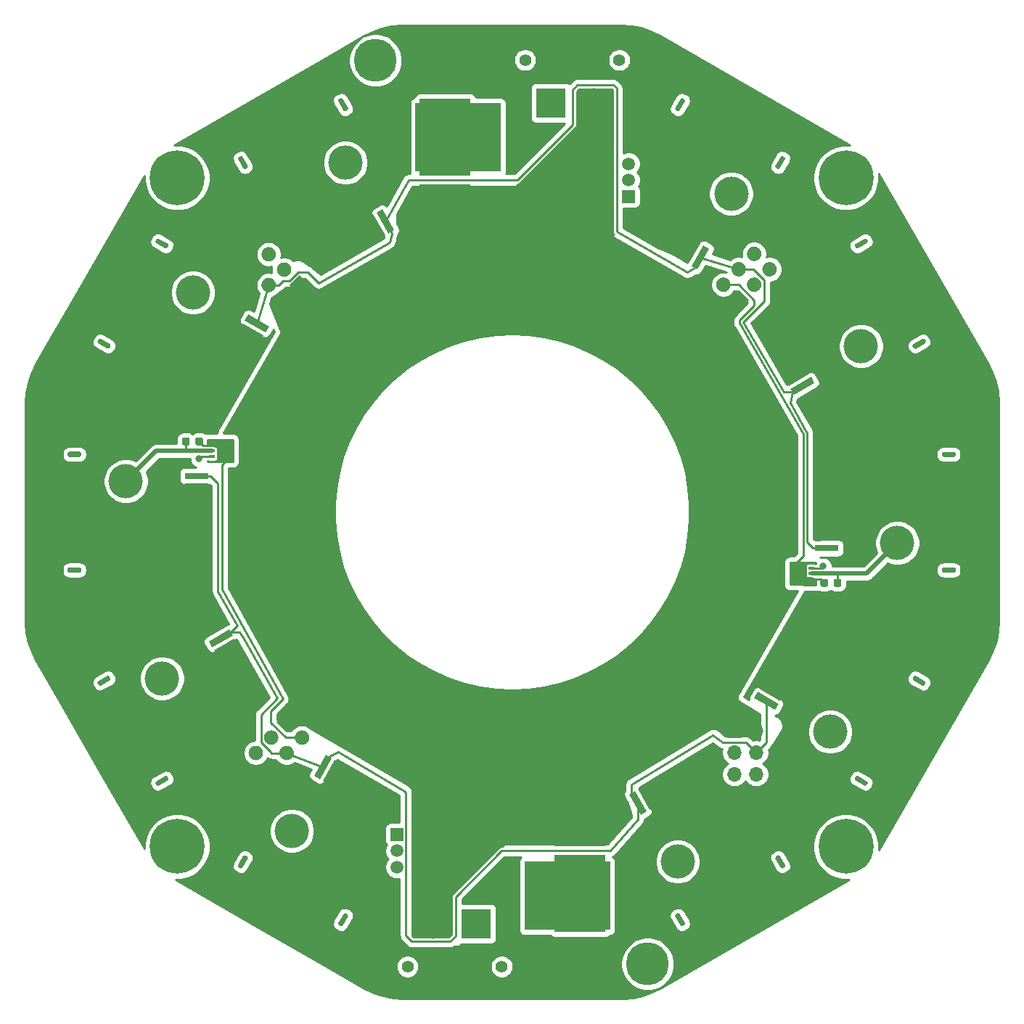
<source format=gtl>
%TF.GenerationSoftware,KiCad,Pcbnew,(5.1.12)-1*%
%TF.CreationDate,2021-12-14T20:27:31-05:00*%
%TF.ProjectId,PDB,5044422e-6b69-4636-9164-5f7063625858,rev?*%
%TF.SameCoordinates,Original*%
%TF.FileFunction,Copper,L1,Top*%
%TF.FilePolarity,Positive*%
%FSLAX46Y46*%
G04 Gerber Fmt 4.6, Leading zero omitted, Abs format (unit mm)*
G04 Created by KiCad (PCBNEW (5.1.12)-1) date 2021-12-14 20:27:31*
%MOMM*%
%LPD*%
G01*
G04 APERTURE LIST*
%TA.AperFunction,SMDPad,CuDef*%
%ADD10R,0.650000X0.400000*%
%TD*%
%TA.AperFunction,ComponentPad*%
%ADD11C,1.400000*%
%TD*%
%TA.AperFunction,ComponentPad*%
%ADD12R,3.500000X3.500000*%
%TD*%
%TA.AperFunction,ComponentPad*%
%ADD13C,3.500000*%
%TD*%
%TA.AperFunction,ComponentPad*%
%ADD14C,0.100000*%
%TD*%
%TA.AperFunction,ComponentPad*%
%ADD15R,1.700000X1.700000*%
%TD*%
%TA.AperFunction,ComponentPad*%
%ADD16O,1.700000X1.700000*%
%TD*%
%TA.AperFunction,ComponentPad*%
%ADD17C,5.000000*%
%TD*%
%TA.AperFunction,SMDPad,CuDef*%
%ADD18R,10.000000X8.000000*%
%TD*%
%TA.AperFunction,ComponentPad*%
%ADD19C,4.000000*%
%TD*%
%TA.AperFunction,ComponentPad*%
%ADD20C,6.400000*%
%TD*%
%TA.AperFunction,SMDPad,CuDef*%
%ADD21C,0.100000*%
%TD*%
%TA.AperFunction,ComponentPad*%
%ADD22R,6.000000X9.000000*%
%TD*%
%TA.AperFunction,ComponentPad*%
%ADD23C,0.500000*%
%TD*%
%TA.AperFunction,ComponentPad*%
%ADD24R,1.500000X1.500000*%
%TD*%
%TA.AperFunction,ComponentPad*%
%ADD25C,1.500000*%
%TD*%
%TA.AperFunction,SMDPad,CuDef*%
%ADD26R,0.800000X8.000000*%
%TD*%
%TA.AperFunction,SMDPad,CuDef*%
%ADD27R,2.800000X0.800000*%
%TD*%
%TA.AperFunction,SMDPad,CuDef*%
%ADD28R,3.700000X9.700000*%
%TD*%
%TA.AperFunction,SMDPad,CuDef*%
%ADD29R,2.900000X8.700000*%
%TD*%
%TA.AperFunction,SMDPad,CuDef*%
%ADD30R,1.400000X10.100000*%
%TD*%
%TA.AperFunction,ViaPad*%
%ADD31C,0.800000*%
%TD*%
%TA.AperFunction,Conductor*%
%ADD32C,0.250000*%
%TD*%
%TA.AperFunction,Conductor*%
%ADD33C,0.500000*%
%TD*%
%TA.AperFunction,Conductor*%
%ADD34C,0.254000*%
%TD*%
%TA.AperFunction,Conductor*%
%ADD35C,0.100000*%
%TD*%
G04 APERTURE END LIST*
%TO.P,C4,2*%
%TO.N,+5VA*%
%TA.AperFunction,SMDPad,CuDef*%
G36*
G01*
X256714100Y-128066734D02*
X256714100Y-128566734D01*
G75*
G02*
X256489100Y-128791734I-225000J0D01*
G01*
X256039100Y-128791734D01*
G75*
G02*
X255814100Y-128566734I0J225000D01*
G01*
X255814100Y-128066734D01*
G75*
G02*
X256039100Y-127841734I225000J0D01*
G01*
X256489100Y-127841734D01*
G75*
G02*
X256714100Y-128066734I0J-225000D01*
G01*
G37*
%TD.AperFunction*%
%TO.P,C4,1*%
%TO.N,GND*%
%TA.AperFunction,SMDPad,CuDef*%
G36*
G01*
X258264100Y-128066734D02*
X258264100Y-128566734D01*
G75*
G02*
X258039100Y-128791734I-225000J0D01*
G01*
X257589100Y-128791734D01*
G75*
G02*
X257364100Y-128566734I0J225000D01*
G01*
X257364100Y-128066734D01*
G75*
G02*
X257589100Y-127841734I225000J0D01*
G01*
X258039100Y-127841734D01*
G75*
G02*
X258264100Y-128066734I0J-225000D01*
G01*
G37*
%TD.AperFunction*%
%TD*%
%TO.P,C3,2*%
%TO.N,+5VA*%
%TA.AperFunction,SMDPad,CuDef*%
G36*
G01*
X182891300Y-112069434D02*
X182891300Y-111569434D01*
G75*
G02*
X183116300Y-111344434I225000J0D01*
G01*
X183566300Y-111344434D01*
G75*
G02*
X183791300Y-111569434I0J-225000D01*
G01*
X183791300Y-112069434D01*
G75*
G02*
X183566300Y-112294434I-225000J0D01*
G01*
X183116300Y-112294434D01*
G75*
G02*
X182891300Y-112069434I0J225000D01*
G01*
G37*
%TD.AperFunction*%
%TO.P,C3,1*%
%TO.N,GND*%
%TA.AperFunction,SMDPad,CuDef*%
G36*
G01*
X181341300Y-112069434D02*
X181341300Y-111569434D01*
G75*
G02*
X181566300Y-111344434I225000J0D01*
G01*
X182016300Y-111344434D01*
G75*
G02*
X182241300Y-111569434I0J-225000D01*
G01*
X182241300Y-112069434D01*
G75*
G02*
X182016300Y-112294434I-225000J0D01*
G01*
X181566300Y-112294434D01*
G75*
G02*
X181341300Y-112069434I0J225000D01*
G01*
G37*
%TD.AperFunction*%
%TD*%
D10*
%TO.P,U4,5*%
%TO.N,+5VA*%
X186729400Y-112274334D03*
%TO.P,U4,4*%
X186729400Y-113574334D03*
%TO.P,U4,2*%
%TO.N,GND*%
X184829400Y-112924334D03*
%TO.P,U4,3*%
%TO.N,temp_reading_B*%
X184829400Y-113574334D03*
%TO.P,U4,1*%
%TO.N,+5VA*%
X184829400Y-112274334D03*
%TD*%
%TO.P,U3,5*%
%TO.N,+5VA*%
X252850600Y-127887234D03*
%TO.P,U3,4*%
X252850600Y-126587234D03*
%TO.P,U3,2*%
%TO.N,GND*%
X254750600Y-127237234D03*
%TO.P,U3,3*%
%TO.N,temp_reading_A*%
X254750600Y-126587234D03*
%TO.P,U3,1*%
%TO.N,+5VA*%
X254750600Y-127887234D03*
%TD*%
D11*
%TO.P,J20,*%
%TO.N,*%
X218646000Y-173080434D03*
X207646000Y-173080434D03*
D12*
%TO.P,J20,1*%
%TO.N,GND*%
X215646000Y-168080434D03*
D13*
%TO.P,J20,2*%
%TO.N,/V+_BATT*%
X210646000Y-168080434D03*
%TD*%
%TA.AperFunction,ComponentPad*%
D14*
%TO.P,J5,1*%
%TO.N,/V+_BATT*%
G36*
X192337918Y-144574434D02*
G01*
X193540000Y-143372352D01*
X194742082Y-144574434D01*
X193540000Y-145776516D01*
X192337918Y-144574434D01*
G37*
%TD.AperFunction*%
%TO.P,J5,2*%
%TO.N,+5VA*%
%TA.AperFunction,ComponentPad*%
G36*
G01*
X194735010Y-145769444D02*
X194735010Y-145769444D01*
G75*
G02*
X195937092Y-145769444I601041J-601041D01*
G01*
X195937092Y-145769444D01*
G75*
G02*
X195937092Y-146971526I-601041J-601041D01*
G01*
X195937092Y-146971526D01*
G75*
G02*
X194735010Y-146971526I-601041J601041D01*
G01*
X194735010Y-146971526D01*
G75*
G02*
X194735010Y-145769444I601041J601041D01*
G01*
G37*
%TD.AperFunction*%
%TO.P,J5,3*%
%TO.N,/V1_current*%
%TA.AperFunction,ComponentPad*%
G36*
G01*
X191142908Y-145769444D02*
X191142908Y-145769444D01*
G75*
G02*
X192344990Y-145769444I601041J-601041D01*
G01*
X192344990Y-145769444D01*
G75*
G02*
X192344990Y-146971526I-601041J-601041D01*
G01*
X192344990Y-146971526D01*
G75*
G02*
X191142908Y-146971526I-601041J601041D01*
G01*
X191142908Y-146971526D01*
G75*
G02*
X191142908Y-145769444I601041J601041D01*
G01*
G37*
%TD.AperFunction*%
%TO.P,J5,4*%
%TO.N,/Vg_2*%
%TA.AperFunction,ComponentPad*%
G36*
G01*
X192938959Y-147565495D02*
X192938959Y-147565495D01*
G75*
G02*
X194141041Y-147565495I601041J-601041D01*
G01*
X194141041Y-147565495D01*
G75*
G02*
X194141041Y-148767577I-601041J-601041D01*
G01*
X194141041Y-148767577D01*
G75*
G02*
X192938959Y-148767577I-601041J601041D01*
G01*
X192938959Y-148767577D01*
G75*
G02*
X192938959Y-147565495I601041J601041D01*
G01*
G37*
%TD.AperFunction*%
%TO.P,J5,5*%
%TO.N,GND*%
%TA.AperFunction,ComponentPad*%
G36*
G01*
X189346857Y-147565495D02*
X189346857Y-147565495D01*
G75*
G02*
X190548939Y-147565495I601041J-601041D01*
G01*
X190548939Y-147565495D01*
G75*
G02*
X190548939Y-148767577I-601041J-601041D01*
G01*
X190548939Y-148767577D01*
G75*
G02*
X189346857Y-148767577I-601041J601041D01*
G01*
X189346857Y-148767577D01*
G75*
G02*
X189346857Y-147565495I601041J601041D01*
G01*
G37*
%TD.AperFunction*%
%TO.P,J5,6*%
%TO.N,/V+_ESC*%
%TA.AperFunction,ComponentPad*%
G36*
G01*
X191142908Y-149361547D02*
X191142908Y-149361547D01*
G75*
G02*
X192344990Y-149361547I601041J-601041D01*
G01*
X192344990Y-149361547D01*
G75*
G02*
X192344990Y-150563629I-601041J-601041D01*
G01*
X192344990Y-150563629D01*
G75*
G02*
X191142908Y-150563629I-601041J601041D01*
G01*
X191142908Y-150563629D01*
G75*
G02*
X191142908Y-149361547I601041J601041D01*
G01*
G37*
%TD.AperFunction*%
%TD*%
D15*
%TO.P,J4,1*%
%TO.N,/V+_BATT*%
X245790000Y-145574434D03*
D16*
%TO.P,J4,2*%
X248330000Y-145574434D03*
%TO.P,J4,3*%
%TO.N,temp_reading_A*%
X245790000Y-148114434D03*
%TO.P,J4,4*%
%TO.N,/Vg_2*%
X248330000Y-148114434D03*
%TO.P,J4,5*%
%TO.N,GND*%
X245790000Y-150654434D03*
%TO.P,J4,6*%
X248330000Y-150654434D03*
%TD*%
%TA.AperFunction,ComponentPad*%
D14*
%TO.P,J3,1*%
%TO.N,/V+_BATT*%
G36*
X247492082Y-95324434D02*
G01*
X246290000Y-96526516D01*
X245087918Y-95324434D01*
X246290000Y-94122352D01*
X247492082Y-95324434D01*
G37*
%TD.AperFunction*%
%TO.P,J3,2*%
%TO.N,+5VA*%
%TA.AperFunction,ComponentPad*%
G36*
G01*
X245094990Y-94129424D02*
X245094990Y-94129424D01*
G75*
G02*
X243892908Y-94129424I-601041J601041D01*
G01*
X243892908Y-94129424D01*
G75*
G02*
X243892908Y-92927342I601041J601041D01*
G01*
X243892908Y-92927342D01*
G75*
G02*
X245094990Y-92927342I601041J-601041D01*
G01*
X245094990Y-92927342D01*
G75*
G02*
X245094990Y-94129424I-601041J-601041D01*
G01*
G37*
%TD.AperFunction*%
%TO.P,J3,3*%
%TO.N,/V2_current*%
%TA.AperFunction,ComponentPad*%
G36*
G01*
X248687092Y-94129424D02*
X248687092Y-94129424D01*
G75*
G02*
X247485010Y-94129424I-601041J601041D01*
G01*
X247485010Y-94129424D01*
G75*
G02*
X247485010Y-92927342I601041J601041D01*
G01*
X247485010Y-92927342D01*
G75*
G02*
X248687092Y-92927342I601041J-601041D01*
G01*
X248687092Y-92927342D01*
G75*
G02*
X248687092Y-94129424I-601041J-601041D01*
G01*
G37*
%TD.AperFunction*%
%TO.P,J3,4*%
%TO.N,/Vg_1*%
%TA.AperFunction,ComponentPad*%
G36*
G01*
X246891041Y-92333373D02*
X246891041Y-92333373D01*
G75*
G02*
X245688959Y-92333373I-601041J601041D01*
G01*
X245688959Y-92333373D01*
G75*
G02*
X245688959Y-91131291I601041J601041D01*
G01*
X245688959Y-91131291D01*
G75*
G02*
X246891041Y-91131291I601041J-601041D01*
G01*
X246891041Y-91131291D01*
G75*
G02*
X246891041Y-92333373I-601041J-601041D01*
G01*
G37*
%TD.AperFunction*%
%TO.P,J3,5*%
%TO.N,GND*%
%TA.AperFunction,ComponentPad*%
G36*
G01*
X250483143Y-92333373D02*
X250483143Y-92333373D01*
G75*
G02*
X249281061Y-92333373I-601041J601041D01*
G01*
X249281061Y-92333373D01*
G75*
G02*
X249281061Y-91131291I601041J601041D01*
G01*
X249281061Y-91131291D01*
G75*
G02*
X250483143Y-91131291I601041J-601041D01*
G01*
X250483143Y-91131291D01*
G75*
G02*
X250483143Y-92333373I-601041J-601041D01*
G01*
G37*
%TD.AperFunction*%
%TO.P,J3,6*%
%TA.AperFunction,ComponentPad*%
G36*
G01*
X248687092Y-90537321D02*
X248687092Y-90537321D01*
G75*
G02*
X247485010Y-90537321I-601041J601041D01*
G01*
X247485010Y-90537321D01*
G75*
G02*
X247485010Y-89335239I601041J601041D01*
G01*
X247485010Y-89335239D01*
G75*
G02*
X248687092Y-89335239I601041J-601041D01*
G01*
X248687092Y-89335239D01*
G75*
G02*
X248687092Y-90537321I-601041J-601041D01*
G01*
G37*
%TD.AperFunction*%
%TD*%
%TA.AperFunction,ComponentPad*%
%TO.P,J6,1*%
%TO.N,/V+_BATT*%
G36*
X195040000Y-92372352D02*
G01*
X196242082Y-93574434D01*
X195040000Y-94776516D01*
X193837918Y-93574434D01*
X195040000Y-92372352D01*
G37*
%TD.AperFunction*%
%TO.P,J6,2*%
%TA.AperFunction,ComponentPad*%
G36*
G01*
X193844990Y-94769444D02*
X193844990Y-94769444D01*
G75*
G02*
X193844990Y-95971526I-601041J-601041D01*
G01*
X193844990Y-95971526D01*
G75*
G02*
X192642908Y-95971526I-601041J601041D01*
G01*
X192642908Y-95971526D01*
G75*
G02*
X192642908Y-94769444I601041J601041D01*
G01*
X192642908Y-94769444D01*
G75*
G02*
X193844990Y-94769444I601041J-601041D01*
G01*
G37*
%TD.AperFunction*%
%TO.P,J6,3*%
%TO.N,temp_reading_B*%
%TA.AperFunction,ComponentPad*%
G36*
G01*
X193844990Y-91177342D02*
X193844990Y-91177342D01*
G75*
G02*
X193844990Y-92379424I-601041J-601041D01*
G01*
X193844990Y-92379424D01*
G75*
G02*
X192642908Y-92379424I-601041J601041D01*
G01*
X192642908Y-92379424D01*
G75*
G02*
X192642908Y-91177342I601041J601041D01*
G01*
X192642908Y-91177342D01*
G75*
G02*
X193844990Y-91177342I601041J-601041D01*
G01*
G37*
%TD.AperFunction*%
%TO.P,J6,4*%
%TO.N,/Vg_1*%
%TA.AperFunction,ComponentPad*%
G36*
G01*
X192048939Y-92973393D02*
X192048939Y-92973393D01*
G75*
G02*
X192048939Y-94175475I-601041J-601041D01*
G01*
X192048939Y-94175475D01*
G75*
G02*
X190846857Y-94175475I-601041J601041D01*
G01*
X190846857Y-94175475D01*
G75*
G02*
X190846857Y-92973393I601041J601041D01*
G01*
X190846857Y-92973393D01*
G75*
G02*
X192048939Y-92973393I601041J-601041D01*
G01*
G37*
%TD.AperFunction*%
%TO.P,J6,5*%
%TO.N,GND*%
%TA.AperFunction,ComponentPad*%
G36*
G01*
X192048939Y-89381291D02*
X192048939Y-89381291D01*
G75*
G02*
X192048939Y-90583373I-601041J-601041D01*
G01*
X192048939Y-90583373D01*
G75*
G02*
X190846857Y-90583373I-601041J601041D01*
G01*
X190846857Y-90583373D01*
G75*
G02*
X190846857Y-89381291I601041J601041D01*
G01*
X190846857Y-89381291D01*
G75*
G02*
X192048939Y-89381291I601041J-601041D01*
G01*
G37*
%TD.AperFunction*%
%TO.P,J6,6*%
%TO.N,/V+_ESC*%
%TA.AperFunction,ComponentPad*%
G36*
G01*
X190252887Y-91177342D02*
X190252887Y-91177342D01*
G75*
G02*
X190252887Y-92379424I-601041J-601041D01*
G01*
X190252887Y-92379424D01*
G75*
G02*
X189050805Y-92379424I-601041J601041D01*
G01*
X189050805Y-92379424D01*
G75*
G02*
X189050805Y-91177342I601041J601041D01*
G01*
X189050805Y-91177342D01*
G75*
G02*
X190252887Y-91177342I601041J-601041D01*
G01*
G37*
%TD.AperFunction*%
%TD*%
D17*
%TO.P,J24,1*%
%TO.N,GND*%
X203915000Y-67369434D03*
%TD*%
%TO.P,J23,1*%
%TO.N,GND*%
X235665000Y-172779434D03*
%TD*%
D18*
%TO.P,J22,1*%
%TO.N,/V+_BATT*%
X226267000Y-154618434D03*
%TD*%
%TO.P,J21,1*%
%TO.N,/V+_BATT*%
X213567000Y-86292434D03*
%TD*%
D11*
%TO.P,J19,*%
%TO.N,*%
X221362000Y-67322434D03*
X232362000Y-67322434D03*
D12*
%TO.P,J19,1*%
%TO.N,GND*%
X224362000Y-72322434D03*
D13*
%TO.P,J19,2*%
%TO.N,/V+_BATT*%
X229362000Y-72322434D03*
%TD*%
D18*
%TO.P,J8,1*%
%TO.N,/Batt_RAW*%
X213540000Y-76324434D03*
%TD*%
%TO.P,J7,1*%
%TO.N,/Batt_RAW*%
X226290000Y-164824434D03*
%TD*%
D19*
%TO.P,J11,1*%
%TO.N,/V+_ESC*%
X264790000Y-116474434D03*
%TO.P,J11,2*%
%TO.N,GND*%
X264790000Y-123674434D03*
%TO.P,J11,*%
%TO.N,*%
%TA.AperFunction,WasherPad*%
G36*
G01*
X271440000Y-113624434D02*
X270140000Y-113624434D01*
G75*
G02*
X269990000Y-113474434I0J150000D01*
G01*
X269990000Y-113174434D01*
G75*
G02*
X270140000Y-113024434I150000J0D01*
G01*
X271440000Y-113024434D01*
G75*
G02*
X271590000Y-113174434I0J-150000D01*
G01*
X271590000Y-113474434D01*
G75*
G02*
X271440000Y-113624434I-150000J0D01*
G01*
G37*
%TD.AperFunction*%
%TA.AperFunction,WasherPad*%
G36*
G01*
X271440000Y-127124434D02*
X270140000Y-127124434D01*
G75*
G02*
X269990000Y-126974434I0J150000D01*
G01*
X269990000Y-126674434D01*
G75*
G02*
X270140000Y-126524434I150000J0D01*
G01*
X271440000Y-126524434D01*
G75*
G02*
X271590000Y-126674434I0J-150000D01*
G01*
X271590000Y-126974434D01*
G75*
G02*
X271440000Y-127124434I-150000J0D01*
G01*
G37*
%TD.AperFunction*%
%TD*%
%TO.P,J12,1*%
%TO.N,/V+_ESC*%
X260560926Y-139456685D03*
%TO.P,J12,2*%
%TO.N,GND*%
X256960926Y-145692067D03*
%TO.P,J12,*%
%TO.N,*%
%TA.AperFunction,WasherPad*%
G36*
G01*
X267744995Y-140313513D02*
X266619161Y-139663513D01*
G75*
G02*
X266564257Y-139458609I75000J129904D01*
G01*
X266714257Y-139198801D01*
G75*
G02*
X266919161Y-139143897I129904J-75000D01*
G01*
X268044995Y-139793897D01*
G75*
G02*
X268099899Y-139998801I-75000J-129904D01*
G01*
X267949899Y-140258609D01*
G75*
G02*
X267744995Y-140313513I-129904J75000D01*
G01*
G37*
%TD.AperFunction*%
%TA.AperFunction,WasherPad*%
G36*
G01*
X260994995Y-152004855D02*
X259869161Y-151354855D01*
G75*
G02*
X259814257Y-151149951I75000J129904D01*
G01*
X259964257Y-150890143D01*
G75*
G02*
X260169161Y-150835239I129904J-75000D01*
G01*
X261294995Y-151485239D01*
G75*
G02*
X261349899Y-151690143I-75000J-129904D01*
G01*
X261199899Y-151949951D01*
G75*
G02*
X260994995Y-152004855I-129904J75000D01*
G01*
G37*
%TD.AperFunction*%
%TD*%
%TO.P,J13,1*%
%TO.N,/V+_ESC*%
X245407315Y-157245360D03*
%TO.P,J13,2*%
%TO.N,GND*%
X239171933Y-160845360D03*
%TO.P,J13,*%
%TO.N,*%
%TA.AperFunction,WasherPad*%
G36*
G01*
X251200487Y-161579429D02*
X250550487Y-160453595D01*
G75*
G02*
X250605391Y-160248691I129904J75000D01*
G01*
X250865199Y-160098691D01*
G75*
G02*
X251070103Y-160153595I75000J-129904D01*
G01*
X251720103Y-161279429D01*
G75*
G02*
X251665199Y-161484333I-129904J-75000D01*
G01*
X251405391Y-161634333D01*
G75*
G02*
X251200487Y-161579429I-75000J129904D01*
G01*
G37*
%TD.AperFunction*%
%TA.AperFunction,WasherPad*%
G36*
G01*
X239509145Y-168329429D02*
X238859145Y-167203595D01*
G75*
G02*
X238914049Y-166998691I129904J75000D01*
G01*
X239173857Y-166848691D01*
G75*
G02*
X239378761Y-166903595I75000J-129904D01*
G01*
X240028761Y-168029429D01*
G75*
G02*
X239973857Y-168234333I-129904J-75000D01*
G01*
X239714049Y-168384333D01*
G75*
G02*
X239509145Y-168329429I-75000J129904D01*
G01*
G37*
%TD.AperFunction*%
%TD*%
%TO.P,J14,1*%
%TO.N,/V+_ESC*%
X200407315Y-160844926D03*
%TO.P,J14,2*%
%TO.N,GND*%
X194171933Y-157244926D03*
%TO.P,J14,*%
%TO.N,*%
%TA.AperFunction,WasherPad*%
G36*
G01*
X199550487Y-168028995D02*
X200200487Y-166903161D01*
G75*
G02*
X200405391Y-166848257I129904J-75000D01*
G01*
X200665199Y-166998257D01*
G75*
G02*
X200720103Y-167203161I-75000J-129904D01*
G01*
X200070103Y-168328995D01*
G75*
G02*
X199865199Y-168383899I-129904J75000D01*
G01*
X199605391Y-168233899D01*
G75*
G02*
X199550487Y-168028995I75000J129904D01*
G01*
G37*
%TD.AperFunction*%
%TA.AperFunction,WasherPad*%
G36*
G01*
X187859145Y-161278995D02*
X188509145Y-160153161D01*
G75*
G02*
X188714049Y-160098257I129904J-75000D01*
G01*
X188973857Y-160248257D01*
G75*
G02*
X189028761Y-160453161I-75000J-129904D01*
G01*
X188378761Y-161578995D01*
G75*
G02*
X188173857Y-161633899I-129904J75000D01*
G01*
X187914049Y-161483899D01*
G75*
G02*
X187859145Y-161278995I75000J129904D01*
G01*
G37*
%TD.AperFunction*%
%TD*%
%TO.P,J15,1*%
%TO.N,/V+_ESC*%
X182618640Y-145691315D03*
%TO.P,J15,2*%
%TO.N,GND*%
X179018640Y-139455933D03*
%TO.P,J15,*%
%TO.N,*%
%TA.AperFunction,WasherPad*%
G36*
G01*
X178284571Y-151484487D02*
X179410405Y-150834487D01*
G75*
G02*
X179615309Y-150889391I75000J-129904D01*
G01*
X179765309Y-151149199D01*
G75*
G02*
X179710405Y-151354103I-129904J-75000D01*
G01*
X178584571Y-152004103D01*
G75*
G02*
X178379667Y-151949199I-75000J129904D01*
G01*
X178229667Y-151689391D01*
G75*
G02*
X178284571Y-151484487I129904J75000D01*
G01*
G37*
%TD.AperFunction*%
%TA.AperFunction,WasherPad*%
G36*
G01*
X171534571Y-139793145D02*
X172660405Y-139143145D01*
G75*
G02*
X172865309Y-139198049I75000J-129904D01*
G01*
X173015309Y-139457857D01*
G75*
G02*
X172960405Y-139662761I-129904J-75000D01*
G01*
X171834571Y-140312761D01*
G75*
G02*
X171629667Y-140257857I-75000J129904D01*
G01*
X171479667Y-139998049D01*
G75*
G02*
X171534571Y-139793145I129904J75000D01*
G01*
G37*
%TD.AperFunction*%
%TD*%
%TO.P,J16,1*%
%TO.N,/V+_ESC*%
X174790000Y-123673566D03*
%TO.P,J16,2*%
%TO.N,GND*%
X174790000Y-116473566D03*
%TO.P,J16,*%
%TO.N,*%
%TA.AperFunction,WasherPad*%
G36*
G01*
X168140000Y-126523566D02*
X169440000Y-126523566D01*
G75*
G02*
X169590000Y-126673566I0J-150000D01*
G01*
X169590000Y-126973566D01*
G75*
G02*
X169440000Y-127123566I-150000J0D01*
G01*
X168140000Y-127123566D01*
G75*
G02*
X167990000Y-126973566I0J150000D01*
G01*
X167990000Y-126673566D01*
G75*
G02*
X168140000Y-126523566I150000J0D01*
G01*
G37*
%TD.AperFunction*%
%TA.AperFunction,WasherPad*%
G36*
G01*
X168140000Y-113023566D02*
X169440000Y-113023566D01*
G75*
G02*
X169590000Y-113173566I0J-150000D01*
G01*
X169590000Y-113473566D01*
G75*
G02*
X169440000Y-113623566I-150000J0D01*
G01*
X168140000Y-113623566D01*
G75*
G02*
X167990000Y-113473566I0J150000D01*
G01*
X167990000Y-113173566D01*
G75*
G02*
X168140000Y-113023566I150000J0D01*
G01*
G37*
%TD.AperFunction*%
%TD*%
%TO.P,J17,1*%
%TO.N,/V+_ESC*%
X179019074Y-100691315D03*
%TO.P,J17,2*%
%TO.N,GND*%
X182619074Y-94455933D03*
%TO.P,J17,*%
%TO.N,*%
%TA.AperFunction,WasherPad*%
G36*
G01*
X171835005Y-99834487D02*
X172960839Y-100484487D01*
G75*
G02*
X173015743Y-100689391I-75000J-129904D01*
G01*
X172865743Y-100949199D01*
G75*
G02*
X172660839Y-101004103I-129904J75000D01*
G01*
X171535005Y-100354103D01*
G75*
G02*
X171480101Y-100149199I75000J129904D01*
G01*
X171630101Y-99889391D01*
G75*
G02*
X171835005Y-99834487I129904J-75000D01*
G01*
G37*
%TD.AperFunction*%
%TA.AperFunction,WasherPad*%
G36*
G01*
X178585005Y-88143145D02*
X179710839Y-88793145D01*
G75*
G02*
X179765743Y-88998049I-75000J-129904D01*
G01*
X179615743Y-89257857D01*
G75*
G02*
X179410839Y-89312761I-129904J75000D01*
G01*
X178285005Y-88662761D01*
G75*
G02*
X178230101Y-88457857I75000J129904D01*
G01*
X178380101Y-88198049D01*
G75*
G02*
X178585005Y-88143145I129904J-75000D01*
G01*
G37*
%TD.AperFunction*%
%TD*%
%TO.P,J18,1*%
%TO.N,/V+_ESC*%
X194172685Y-82902640D03*
%TO.P,J18,2*%
%TO.N,GND*%
X200408067Y-79302640D03*
%TO.P,J18,*%
%TO.N,*%
%TA.AperFunction,WasherPad*%
G36*
G01*
X188379513Y-78568571D02*
X189029513Y-79694405D01*
G75*
G02*
X188974609Y-79899309I-129904J-75000D01*
G01*
X188714801Y-80049309D01*
G75*
G02*
X188509897Y-79994405I-75000J129904D01*
G01*
X187859897Y-78868571D01*
G75*
G02*
X187914801Y-78663667I129904J75000D01*
G01*
X188174609Y-78513667D01*
G75*
G02*
X188379513Y-78568571I75000J-129904D01*
G01*
G37*
%TD.AperFunction*%
%TA.AperFunction,WasherPad*%
G36*
G01*
X200070855Y-71818571D02*
X200720855Y-72944405D01*
G75*
G02*
X200665951Y-73149309I-129904J-75000D01*
G01*
X200406143Y-73299309D01*
G75*
G02*
X200201239Y-73244405I-75000J129904D01*
G01*
X199551239Y-72118571D01*
G75*
G02*
X199606143Y-71913667I129904J75000D01*
G01*
X199865951Y-71763667D01*
G75*
G02*
X200070855Y-71818571I75000J-129904D01*
G01*
G37*
%TD.AperFunction*%
%TD*%
%TO.P,J9,1*%
%TO.N,/V+_ESC*%
X239172685Y-79303074D03*
%TO.P,J9,2*%
%TO.N,GND*%
X245408067Y-82903074D03*
%TO.P,J9,*%
%TO.N,*%
%TA.AperFunction,WasherPad*%
G36*
G01*
X240029513Y-72119005D02*
X239379513Y-73244839D01*
G75*
G02*
X239174609Y-73299743I-129904J75000D01*
G01*
X238914801Y-73149743D01*
G75*
G02*
X238859897Y-72944839I75000J129904D01*
G01*
X239509897Y-71819005D01*
G75*
G02*
X239714801Y-71764101I129904J-75000D01*
G01*
X239974609Y-71914101D01*
G75*
G02*
X240029513Y-72119005I-75000J-129904D01*
G01*
G37*
%TD.AperFunction*%
%TA.AperFunction,WasherPad*%
G36*
G01*
X251720855Y-78869005D02*
X251070855Y-79994839D01*
G75*
G02*
X250865951Y-80049743I-129904J75000D01*
G01*
X250606143Y-79899743D01*
G75*
G02*
X250551239Y-79694839I75000J129904D01*
G01*
X251201239Y-78569005D01*
G75*
G02*
X251406143Y-78514101I129904J-75000D01*
G01*
X251665951Y-78664101D01*
G75*
G02*
X251720855Y-78869005I-75000J-129904D01*
G01*
G37*
%TD.AperFunction*%
%TD*%
%TO.P,J10,1*%
%TO.N,/V+_ESC*%
X256961360Y-94456685D03*
%TO.P,J10,2*%
%TO.N,GND*%
X260561360Y-100692067D03*
%TO.P,J10,*%
%TO.N,*%
%TA.AperFunction,WasherPad*%
G36*
G01*
X261295429Y-88663513D02*
X260169595Y-89313513D01*
G75*
G02*
X259964691Y-89258609I-75000J129904D01*
G01*
X259814691Y-88998801D01*
G75*
G02*
X259869595Y-88793897I129904J75000D01*
G01*
X260995429Y-88143897D01*
G75*
G02*
X261200333Y-88198801I75000J-129904D01*
G01*
X261350333Y-88458609D01*
G75*
G02*
X261295429Y-88663513I-129904J-75000D01*
G01*
G37*
%TD.AperFunction*%
%TA.AperFunction,WasherPad*%
G36*
G01*
X268045429Y-100354855D02*
X266919595Y-101004855D01*
G75*
G02*
X266714691Y-100949951I-75000J129904D01*
G01*
X266564691Y-100690143D01*
G75*
G02*
X266619595Y-100485239I129904J75000D01*
G01*
X267745429Y-99835239D01*
G75*
G02*
X267950333Y-99890143I75000J-129904D01*
G01*
X268100333Y-100149951D01*
G75*
G02*
X268045429Y-100354855I-129904J-75000D01*
G01*
G37*
%TD.AperFunction*%
%TD*%
D20*
%TO.P,M1,1*%
%TO.N,GND*%
X258790000Y-81074434D03*
%TD*%
%TO.P,M4,1*%
%TO.N,GND*%
X180790000Y-81074434D03*
%TD*%
%TO.P,M2,1*%
%TO.N,GND*%
X258790000Y-159074434D03*
%TD*%
%TO.P,M3,1*%
%TO.N,GND*%
X180790000Y-159074434D03*
%TD*%
%TA.AperFunction,SMDPad,CuDef*%
D21*
%TO.P,Q10,2*%
%TO.N,/V+_ESC*%
G36*
X204659111Y-87067399D02*
G01*
X205059111Y-87760219D01*
X198130907Y-91760219D01*
X197730907Y-91067399D01*
X204659111Y-87067399D01*
G37*
%TD.AperFunction*%
%TA.AperFunction,SMDPad,CuDef*%
%TO.P,Q10,1*%
%TO.N,/Vg_1*%
G36*
X204698341Y-84735348D02*
G01*
X206098341Y-87160220D01*
X205405521Y-87560220D01*
X204005521Y-85135348D01*
X204698341Y-84735348D01*
G37*
%TD.AperFunction*%
%TA.AperFunction,SMDPad,CuDef*%
%TO.P,Q10,2*%
%TO.N,/V+_ESC*%
G36*
X203659110Y-85335348D02*
G01*
X205059110Y-87760220D01*
X204366290Y-88160220D01*
X202966290Y-85735348D01*
X203659110Y-85335348D01*
G37*
%TD.AperFunction*%
%TA.AperFunction,SMDPad,CuDef*%
G36*
X202619880Y-85935348D02*
G01*
X204019880Y-88360220D01*
X203327060Y-88760220D01*
X201927060Y-86335348D01*
X202619880Y-85935348D01*
G37*
%TD.AperFunction*%
%TA.AperFunction,SMDPad,CuDef*%
G36*
X197423727Y-88935348D02*
G01*
X198823727Y-91360220D01*
X198130907Y-91760220D01*
X196730907Y-89335348D01*
X197423727Y-88935348D01*
G37*
%TD.AperFunction*%
%TA.AperFunction,SMDPad,CuDef*%
G36*
X198462958Y-88335348D02*
G01*
X199862958Y-90760220D01*
X199170138Y-91160220D01*
X197770138Y-88735348D01*
X198462958Y-88335348D01*
G37*
%TD.AperFunction*%
%TA.AperFunction,SMDPad,CuDef*%
G36*
X199502188Y-87735348D02*
G01*
X200902188Y-90160220D01*
X200209368Y-90560220D01*
X198809368Y-88135348D01*
X199502188Y-87735348D01*
G37*
%TD.AperFunction*%
%TA.AperFunction,SMDPad,CuDef*%
G36*
X200541419Y-87135348D02*
G01*
X201941419Y-89560220D01*
X201248599Y-89960220D01*
X199848599Y-87535348D01*
X200541419Y-87135348D01*
G37*
%TD.AperFunction*%
%TA.AperFunction,SMDPad,CuDef*%
G36*
X201580649Y-86535348D02*
G01*
X202980649Y-88960220D01*
X202287829Y-89360220D01*
X200887829Y-86935348D01*
X201580649Y-86535348D01*
G37*
%TD.AperFunction*%
%TA.AperFunction,SMDPad,CuDef*%
%TO.P,Q10,3*%
%TO.N,/V+_BATT*%
G36*
X207564847Y-89200283D02*
G01*
X209414847Y-92404577D01*
X201014401Y-97254577D01*
X199164401Y-94050283D01*
X207564847Y-89200283D01*
G37*
%TD.AperFunction*%
%TA.AperFunction,SMDPad,CuDef*%
G36*
X208981835Y-92654577D02*
G01*
X210431835Y-95166051D01*
X202897413Y-99516051D01*
X201447413Y-97004577D01*
X208981835Y-92654577D01*
G37*
%TD.AperFunction*%
%TA.AperFunction,SMDPad,CuDef*%
G36*
X211038052Y-94816050D02*
G01*
X211738052Y-96028486D01*
X202991196Y-101078486D01*
X202291196Y-99866050D01*
X211038052Y-94816050D01*
G37*
%TD.AperFunction*%
%TD*%
D22*
%TO.P,U2,4*%
%TO.N,/Batt_RAW*%
X212040000Y-76324434D03*
%TO.P,U2,5*%
%TO.N,/V+_BATT*%
X212040000Y-86324434D03*
D23*
X210040000Y-86324434D03*
X210040000Y-85024434D03*
X210040000Y-83724434D03*
X210040000Y-87624434D03*
X210040000Y-88924434D03*
X212040000Y-82574434D03*
X212040000Y-90074434D03*
X214040000Y-88924434D03*
X214040000Y-87624434D03*
X214040000Y-86324434D03*
X214040000Y-85024434D03*
X214040000Y-83724434D03*
%TO.P,U2,4*%
%TO.N,/Batt_RAW*%
X212040000Y-80074434D03*
X212040000Y-72574434D03*
X210040000Y-78924434D03*
X210040000Y-77624434D03*
X210040000Y-76324434D03*
X210040000Y-75024434D03*
X210040000Y-73724434D03*
X214040000Y-78924434D03*
X214040000Y-77624434D03*
X214040000Y-76324434D03*
X214040000Y-75024434D03*
X214040000Y-73724434D03*
D24*
%TO.P,U2,1*%
%TO.N,+5VA*%
X233440000Y-83234434D03*
D25*
%TO.P,U2,2*%
%TO.N,GND*%
X233440000Y-81324434D03*
%TO.P,U2,3*%
%TO.N,/V2_current*%
X233440000Y-79414434D03*
%TD*%
D22*
%TO.P,U1,4*%
%TO.N,/Batt_RAW*%
X227790000Y-164574434D03*
%TO.P,U1,5*%
%TO.N,/V+_BATT*%
X227790000Y-154574434D03*
D23*
X229790000Y-154574434D03*
X229790000Y-155874434D03*
X229790000Y-157174434D03*
X229790000Y-153274434D03*
X229790000Y-151974434D03*
X227790000Y-158324434D03*
X227790000Y-150824434D03*
X225790000Y-151974434D03*
X225790000Y-153274434D03*
X225790000Y-154574434D03*
X225790000Y-155874434D03*
X225790000Y-157174434D03*
%TO.P,U1,4*%
%TO.N,/Batt_RAW*%
X227790000Y-160824434D03*
X227790000Y-168324434D03*
X229790000Y-161974434D03*
X229790000Y-163274434D03*
X229790000Y-164574434D03*
X229790000Y-165874434D03*
X229790000Y-167174434D03*
X225790000Y-161974434D03*
X225790000Y-163274434D03*
X225790000Y-164574434D03*
X225790000Y-165874434D03*
X225790000Y-167174434D03*
D24*
%TO.P,U1,1*%
%TO.N,+5VA*%
X206390000Y-157664434D03*
D25*
%TO.P,U1,2*%
%TO.N,GND*%
X206390000Y-159574434D03*
%TO.P,U1,3*%
%TO.N,/V1_current*%
X206390000Y-161484434D03*
%TD*%
%TA.AperFunction,SMDPad,CuDef*%
D21*
%TO.P,Q9,2*%
%TO.N,/V+_ESC*%
G36*
X190182965Y-99054889D02*
G01*
X190875785Y-99454889D01*
X186875785Y-106383093D01*
X186182965Y-105983093D01*
X190182965Y-99054889D01*
G37*
%TD.AperFunction*%
%TA.AperFunction,SMDPad,CuDef*%
%TO.P,Q9,1*%
%TO.N,/Vg_1*%
G36*
X189050914Y-97015659D02*
G01*
X191475786Y-98415659D01*
X191075786Y-99108479D01*
X188650914Y-97708479D01*
X189050914Y-97015659D01*
G37*
%TD.AperFunction*%
%TA.AperFunction,SMDPad,CuDef*%
%TO.P,Q9,2*%
%TO.N,/V+_ESC*%
G36*
X188450914Y-98054890D02*
G01*
X190875786Y-99454890D01*
X190475786Y-100147710D01*
X188050914Y-98747710D01*
X188450914Y-98054890D01*
G37*
%TD.AperFunction*%
%TA.AperFunction,SMDPad,CuDef*%
G36*
X187850914Y-99094120D02*
G01*
X190275786Y-100494120D01*
X189875786Y-101186940D01*
X187450914Y-99786940D01*
X187850914Y-99094120D01*
G37*
%TD.AperFunction*%
%TA.AperFunction,SMDPad,CuDef*%
G36*
X184850914Y-104290273D02*
G01*
X187275786Y-105690273D01*
X186875786Y-106383093D01*
X184450914Y-104983093D01*
X184850914Y-104290273D01*
G37*
%TD.AperFunction*%
%TA.AperFunction,SMDPad,CuDef*%
G36*
X185450914Y-103251042D02*
G01*
X187875786Y-104651042D01*
X187475786Y-105343862D01*
X185050914Y-103943862D01*
X185450914Y-103251042D01*
G37*
%TD.AperFunction*%
%TA.AperFunction,SMDPad,CuDef*%
G36*
X186050914Y-102211812D02*
G01*
X188475786Y-103611812D01*
X188075786Y-104304632D01*
X185650914Y-102904632D01*
X186050914Y-102211812D01*
G37*
%TD.AperFunction*%
%TA.AperFunction,SMDPad,CuDef*%
G36*
X186650914Y-101172581D02*
G01*
X189075786Y-102572581D01*
X188675786Y-103265401D01*
X186250914Y-101865401D01*
X186650914Y-101172581D01*
G37*
%TD.AperFunction*%
%TA.AperFunction,SMDPad,CuDef*%
G36*
X187250914Y-100133351D02*
G01*
X189675786Y-101533351D01*
X189275786Y-102226171D01*
X186850914Y-100826171D01*
X187250914Y-100133351D01*
G37*
%TD.AperFunction*%
%TA.AperFunction,SMDPad,CuDef*%
%TO.P,Q9,3*%
%TO.N,/V+_BATT*%
G36*
X193765849Y-99449153D02*
G01*
X196970143Y-101299153D01*
X192120143Y-109699599D01*
X188915849Y-107849599D01*
X193765849Y-99449153D01*
G37*
%TD.AperFunction*%
%TA.AperFunction,SMDPad,CuDef*%
G36*
X196720143Y-101732165D02*
G01*
X199231617Y-103182165D01*
X194881617Y-110716587D01*
X192370143Y-109266587D01*
X196720143Y-101732165D01*
G37*
%TD.AperFunction*%
%TA.AperFunction,SMDPad,CuDef*%
G36*
X199581616Y-102575948D02*
G01*
X200794052Y-103275948D01*
X195744052Y-112022804D01*
X194531616Y-111322804D01*
X199581616Y-102575948D01*
G37*
%TD.AperFunction*%
%TD*%
%TA.AperFunction,SMDPad,CuDef*%
%TO.P,Q1,2*%
%TO.N,/V+_ESC*%
G36*
X240809111Y-90466965D02*
G01*
X240409111Y-91159785D01*
X233480907Y-87159785D01*
X233880907Y-86466965D01*
X240809111Y-90466965D01*
G37*
%TD.AperFunction*%
%TA.AperFunction,SMDPad,CuDef*%
%TO.P,Q1,1*%
%TO.N,/Vg_1*%
G36*
X242848341Y-89334914D02*
G01*
X241448341Y-91759786D01*
X240755521Y-91359786D01*
X242155521Y-88934914D01*
X242848341Y-89334914D01*
G37*
%TD.AperFunction*%
%TA.AperFunction,SMDPad,CuDef*%
%TO.P,Q1,2*%
%TO.N,/V+_ESC*%
G36*
X241809110Y-88734914D02*
G01*
X240409110Y-91159786D01*
X239716290Y-90759786D01*
X241116290Y-88334914D01*
X241809110Y-88734914D01*
G37*
%TD.AperFunction*%
%TA.AperFunction,SMDPad,CuDef*%
G36*
X240769880Y-88134914D02*
G01*
X239369880Y-90559786D01*
X238677060Y-90159786D01*
X240077060Y-87734914D01*
X240769880Y-88134914D01*
G37*
%TD.AperFunction*%
%TA.AperFunction,SMDPad,CuDef*%
G36*
X235573727Y-85134914D02*
G01*
X234173727Y-87559786D01*
X233480907Y-87159786D01*
X234880907Y-84734914D01*
X235573727Y-85134914D01*
G37*
%TD.AperFunction*%
%TA.AperFunction,SMDPad,CuDef*%
G36*
X236612958Y-85734914D02*
G01*
X235212958Y-88159786D01*
X234520138Y-87759786D01*
X235920138Y-85334914D01*
X236612958Y-85734914D01*
G37*
%TD.AperFunction*%
%TA.AperFunction,SMDPad,CuDef*%
G36*
X237652188Y-86334914D02*
G01*
X236252188Y-88759786D01*
X235559368Y-88359786D01*
X236959368Y-85934914D01*
X237652188Y-86334914D01*
G37*
%TD.AperFunction*%
%TA.AperFunction,SMDPad,CuDef*%
G36*
X238691419Y-86934914D02*
G01*
X237291419Y-89359786D01*
X236598599Y-88959786D01*
X237998599Y-86534914D01*
X238691419Y-86934914D01*
G37*
%TD.AperFunction*%
%TA.AperFunction,SMDPad,CuDef*%
G36*
X239730649Y-87534914D02*
G01*
X238330649Y-89959786D01*
X237637829Y-89559786D01*
X239037829Y-87134914D01*
X239730649Y-87534914D01*
G37*
%TD.AperFunction*%
%TA.AperFunction,SMDPad,CuDef*%
%TO.P,Q1,3*%
%TO.N,/V+_BATT*%
G36*
X240414847Y-94049849D02*
G01*
X238564847Y-97254143D01*
X230164401Y-92404143D01*
X232014401Y-89199849D01*
X240414847Y-94049849D01*
G37*
%TD.AperFunction*%
%TA.AperFunction,SMDPad,CuDef*%
G36*
X238131835Y-97004143D02*
G01*
X236681835Y-99515617D01*
X229147413Y-95165617D01*
X230597413Y-92654143D01*
X238131835Y-97004143D01*
G37*
%TD.AperFunction*%
%TA.AperFunction,SMDPad,CuDef*%
G36*
X237288052Y-99865616D02*
G01*
X236588052Y-101078052D01*
X227841196Y-96028052D01*
X228541196Y-94815616D01*
X237288052Y-99865616D01*
G37*
%TD.AperFunction*%
%TD*%
%TA.AperFunction,SMDPad,CuDef*%
%TO.P,Q2,2*%
%TO.N,/V+_ESC*%
G36*
X252796601Y-104943111D02*
G01*
X252103781Y-105343111D01*
X248103781Y-98414907D01*
X248796601Y-98014907D01*
X252796601Y-104943111D01*
G37*
%TD.AperFunction*%
%TA.AperFunction,SMDPad,CuDef*%
%TO.P,Q2,1*%
%TO.N,/Vg_1*%
G36*
X255128652Y-104982341D02*
G01*
X252703780Y-106382341D01*
X252303780Y-105689521D01*
X254728652Y-104289521D01*
X255128652Y-104982341D01*
G37*
%TD.AperFunction*%
%TA.AperFunction,SMDPad,CuDef*%
%TO.P,Q2,2*%
%TO.N,/V+_ESC*%
G36*
X254528652Y-103943110D02*
G01*
X252103780Y-105343110D01*
X251703780Y-104650290D01*
X254128652Y-103250290D01*
X254528652Y-103943110D01*
G37*
%TD.AperFunction*%
%TA.AperFunction,SMDPad,CuDef*%
G36*
X253928652Y-102903880D02*
G01*
X251503780Y-104303880D01*
X251103780Y-103611060D01*
X253528652Y-102211060D01*
X253928652Y-102903880D01*
G37*
%TD.AperFunction*%
%TA.AperFunction,SMDPad,CuDef*%
G36*
X250928652Y-97707727D02*
G01*
X248503780Y-99107727D01*
X248103780Y-98414907D01*
X250528652Y-97014907D01*
X250928652Y-97707727D01*
G37*
%TD.AperFunction*%
%TA.AperFunction,SMDPad,CuDef*%
G36*
X251528652Y-98746958D02*
G01*
X249103780Y-100146958D01*
X248703780Y-99454138D01*
X251128652Y-98054138D01*
X251528652Y-98746958D01*
G37*
%TD.AperFunction*%
%TA.AperFunction,SMDPad,CuDef*%
G36*
X252128652Y-99786188D02*
G01*
X249703780Y-101186188D01*
X249303780Y-100493368D01*
X251728652Y-99093368D01*
X252128652Y-99786188D01*
G37*
%TD.AperFunction*%
%TA.AperFunction,SMDPad,CuDef*%
G36*
X252728652Y-100825419D02*
G01*
X250303780Y-102225419D01*
X249903780Y-101532599D01*
X252328652Y-100132599D01*
X252728652Y-100825419D01*
G37*
%TD.AperFunction*%
%TA.AperFunction,SMDPad,CuDef*%
G36*
X253328652Y-101864649D02*
G01*
X250903780Y-103264649D01*
X250503780Y-102571829D01*
X252928652Y-101171829D01*
X253328652Y-101864649D01*
G37*
%TD.AperFunction*%
%TA.AperFunction,SMDPad,CuDef*%
%TO.P,Q2,3*%
%TO.N,/V+_BATT*%
G36*
X250663717Y-107848847D02*
G01*
X247459423Y-109698847D01*
X242609423Y-101298401D01*
X245813717Y-99448401D01*
X250663717Y-107848847D01*
G37*
%TD.AperFunction*%
%TA.AperFunction,SMDPad,CuDef*%
G36*
X247209423Y-109265835D02*
G01*
X244697949Y-110715835D01*
X240347949Y-103181413D01*
X242859423Y-101731413D01*
X247209423Y-109265835D01*
G37*
%TD.AperFunction*%
%TA.AperFunction,SMDPad,CuDef*%
G36*
X245047950Y-111322052D02*
G01*
X243835514Y-112022052D01*
X238785514Y-103275196D01*
X239997950Y-102575196D01*
X245047950Y-111322052D01*
G37*
%TD.AperFunction*%
%TD*%
D26*
%TO.P,Q3,2*%
%TO.N,/V+_ESC*%
X255540000Y-119473566D03*
D27*
%TO.P,Q3,1*%
%TO.N,/Vg_1*%
X256540000Y-124273566D03*
%TO.P,Q3,2*%
%TO.N,/V+_ESC*%
X256540000Y-123073566D03*
X256540000Y-121873566D03*
X256540000Y-115873566D03*
X256540000Y-117073566D03*
X256540000Y-118273566D03*
X256540000Y-119473566D03*
X256540000Y-120673566D03*
D28*
%TO.P,Q3,3*%
%TO.N,/V+_BATT*%
X250790000Y-120073566D03*
D29*
X247490000Y-120073566D03*
D30*
X245340000Y-120073566D03*
%TD*%
%TA.AperFunction,SMDPad,CuDef*%
D21*
%TO.P,Q4,2*%
%TO.N,/V+_ESC*%
G36*
X249397035Y-141093111D02*
G01*
X248704215Y-140693111D01*
X252704215Y-133764907D01*
X253397035Y-134164907D01*
X249397035Y-141093111D01*
G37*
%TD.AperFunction*%
%TA.AperFunction,SMDPad,CuDef*%
%TO.P,Q4,1*%
%TO.N,/Vg_2*%
G36*
X250529086Y-143132341D02*
G01*
X248104214Y-141732341D01*
X248504214Y-141039521D01*
X250929086Y-142439521D01*
X250529086Y-143132341D01*
G37*
%TD.AperFunction*%
%TA.AperFunction,SMDPad,CuDef*%
%TO.P,Q4,2*%
%TO.N,/V+_ESC*%
G36*
X251129086Y-142093110D02*
G01*
X248704214Y-140693110D01*
X249104214Y-140000290D01*
X251529086Y-141400290D01*
X251129086Y-142093110D01*
G37*
%TD.AperFunction*%
%TA.AperFunction,SMDPad,CuDef*%
G36*
X251729086Y-141053880D02*
G01*
X249304214Y-139653880D01*
X249704214Y-138961060D01*
X252129086Y-140361060D01*
X251729086Y-141053880D01*
G37*
%TD.AperFunction*%
%TA.AperFunction,SMDPad,CuDef*%
G36*
X254729086Y-135857727D02*
G01*
X252304214Y-134457727D01*
X252704214Y-133764907D01*
X255129086Y-135164907D01*
X254729086Y-135857727D01*
G37*
%TD.AperFunction*%
%TA.AperFunction,SMDPad,CuDef*%
G36*
X254129086Y-136896958D02*
G01*
X251704214Y-135496958D01*
X252104214Y-134804138D01*
X254529086Y-136204138D01*
X254129086Y-136896958D01*
G37*
%TD.AperFunction*%
%TA.AperFunction,SMDPad,CuDef*%
G36*
X253529086Y-137936188D02*
G01*
X251104214Y-136536188D01*
X251504214Y-135843368D01*
X253929086Y-137243368D01*
X253529086Y-137936188D01*
G37*
%TD.AperFunction*%
%TA.AperFunction,SMDPad,CuDef*%
G36*
X252929086Y-138975419D02*
G01*
X250504214Y-137575419D01*
X250904214Y-136882599D01*
X253329086Y-138282599D01*
X252929086Y-138975419D01*
G37*
%TD.AperFunction*%
%TA.AperFunction,SMDPad,CuDef*%
G36*
X252329086Y-140014649D02*
G01*
X249904214Y-138614649D01*
X250304214Y-137921829D01*
X252729086Y-139321829D01*
X252329086Y-140014649D01*
G37*
%TD.AperFunction*%
%TA.AperFunction,SMDPad,CuDef*%
%TO.P,Q4,3*%
%TO.N,/V+_BATT*%
G36*
X245814151Y-140698847D02*
G01*
X242609857Y-138848847D01*
X247459857Y-130448401D01*
X250664151Y-132298401D01*
X245814151Y-140698847D01*
G37*
%TD.AperFunction*%
%TA.AperFunction,SMDPad,CuDef*%
G36*
X242859857Y-138415835D02*
G01*
X240348383Y-136965835D01*
X244698383Y-129431413D01*
X247209857Y-130881413D01*
X242859857Y-138415835D01*
G37*
%TD.AperFunction*%
%TA.AperFunction,SMDPad,CuDef*%
G36*
X239998384Y-137572052D02*
G01*
X238785948Y-136872052D01*
X243835948Y-128125196D01*
X245048384Y-128825196D01*
X239998384Y-137572052D01*
G37*
%TD.AperFunction*%
%TD*%
%TA.AperFunction,SMDPad,CuDef*%
%TO.P,Q5,2*%
%TO.N,/V+_ESC*%
G36*
X234920889Y-153080601D02*
G01*
X234520889Y-152387781D01*
X241449093Y-148387781D01*
X241849093Y-149080601D01*
X234920889Y-153080601D01*
G37*
%TD.AperFunction*%
%TA.AperFunction,SMDPad,CuDef*%
%TO.P,Q5,1*%
%TO.N,/Vg_2*%
G36*
X234881659Y-155412652D02*
G01*
X233481659Y-152987780D01*
X234174479Y-152587780D01*
X235574479Y-155012652D01*
X234881659Y-155412652D01*
G37*
%TD.AperFunction*%
%TA.AperFunction,SMDPad,CuDef*%
%TO.P,Q5,2*%
%TO.N,/V+_ESC*%
G36*
X235920890Y-154812652D02*
G01*
X234520890Y-152387780D01*
X235213710Y-151987780D01*
X236613710Y-154412652D01*
X235920890Y-154812652D01*
G37*
%TD.AperFunction*%
%TA.AperFunction,SMDPad,CuDef*%
G36*
X236960120Y-154212652D02*
G01*
X235560120Y-151787780D01*
X236252940Y-151387780D01*
X237652940Y-153812652D01*
X236960120Y-154212652D01*
G37*
%TD.AperFunction*%
%TA.AperFunction,SMDPad,CuDef*%
G36*
X242156273Y-151212652D02*
G01*
X240756273Y-148787780D01*
X241449093Y-148387780D01*
X242849093Y-150812652D01*
X242156273Y-151212652D01*
G37*
%TD.AperFunction*%
%TA.AperFunction,SMDPad,CuDef*%
G36*
X241117042Y-151812652D02*
G01*
X239717042Y-149387780D01*
X240409862Y-148987780D01*
X241809862Y-151412652D01*
X241117042Y-151812652D01*
G37*
%TD.AperFunction*%
%TA.AperFunction,SMDPad,CuDef*%
G36*
X240077812Y-152412652D02*
G01*
X238677812Y-149987780D01*
X239370632Y-149587780D01*
X240770632Y-152012652D01*
X240077812Y-152412652D01*
G37*
%TD.AperFunction*%
%TA.AperFunction,SMDPad,CuDef*%
G36*
X239038581Y-153012652D02*
G01*
X237638581Y-150587780D01*
X238331401Y-150187780D01*
X239731401Y-152612652D01*
X239038581Y-153012652D01*
G37*
%TD.AperFunction*%
%TA.AperFunction,SMDPad,CuDef*%
G36*
X237999351Y-153612652D02*
G01*
X236599351Y-151187780D01*
X237292171Y-150787780D01*
X238692171Y-153212652D01*
X237999351Y-153612652D01*
G37*
%TD.AperFunction*%
%TA.AperFunction,SMDPad,CuDef*%
%TO.P,Q5,3*%
%TO.N,/V+_BATT*%
G36*
X232015153Y-150947717D02*
G01*
X230165153Y-147743423D01*
X238565599Y-142893423D01*
X240415599Y-146097717D01*
X232015153Y-150947717D01*
G37*
%TD.AperFunction*%
%TA.AperFunction,SMDPad,CuDef*%
G36*
X230598165Y-147493423D02*
G01*
X229148165Y-144981949D01*
X236682587Y-140631949D01*
X238132587Y-143143423D01*
X230598165Y-147493423D01*
G37*
%TD.AperFunction*%
%TA.AperFunction,SMDPad,CuDef*%
G36*
X228541948Y-145331950D02*
G01*
X227841948Y-144119514D01*
X236588804Y-139069514D01*
X237288804Y-140281950D01*
X228541948Y-145331950D01*
G37*
%TD.AperFunction*%
%TD*%
%TA.AperFunction,SMDPad,CuDef*%
%TO.P,Q6,2*%
%TO.N,/V+_ESC*%
G36*
X198770889Y-149681035D02*
G01*
X199170889Y-148988215D01*
X206099093Y-152988215D01*
X205699093Y-153681035D01*
X198770889Y-149681035D01*
G37*
%TD.AperFunction*%
%TA.AperFunction,SMDPad,CuDef*%
%TO.P,Q6,1*%
%TO.N,/Vg_2*%
G36*
X196731659Y-150813086D02*
G01*
X198131659Y-148388214D01*
X198824479Y-148788214D01*
X197424479Y-151213086D01*
X196731659Y-150813086D01*
G37*
%TD.AperFunction*%
%TA.AperFunction,SMDPad,CuDef*%
%TO.P,Q6,2*%
%TO.N,/V+_ESC*%
G36*
X197770890Y-151413086D02*
G01*
X199170890Y-148988214D01*
X199863710Y-149388214D01*
X198463710Y-151813086D01*
X197770890Y-151413086D01*
G37*
%TD.AperFunction*%
%TA.AperFunction,SMDPad,CuDef*%
G36*
X198810120Y-152013086D02*
G01*
X200210120Y-149588214D01*
X200902940Y-149988214D01*
X199502940Y-152413086D01*
X198810120Y-152013086D01*
G37*
%TD.AperFunction*%
%TA.AperFunction,SMDPad,CuDef*%
G36*
X204006273Y-155013086D02*
G01*
X205406273Y-152588214D01*
X206099093Y-152988214D01*
X204699093Y-155413086D01*
X204006273Y-155013086D01*
G37*
%TD.AperFunction*%
%TA.AperFunction,SMDPad,CuDef*%
G36*
X202967042Y-154413086D02*
G01*
X204367042Y-151988214D01*
X205059862Y-152388214D01*
X203659862Y-154813086D01*
X202967042Y-154413086D01*
G37*
%TD.AperFunction*%
%TA.AperFunction,SMDPad,CuDef*%
G36*
X201927812Y-153813086D02*
G01*
X203327812Y-151388214D01*
X204020632Y-151788214D01*
X202620632Y-154213086D01*
X201927812Y-153813086D01*
G37*
%TD.AperFunction*%
%TA.AperFunction,SMDPad,CuDef*%
G36*
X200888581Y-153213086D02*
G01*
X202288581Y-150788214D01*
X202981401Y-151188214D01*
X201581401Y-153613086D01*
X200888581Y-153213086D01*
G37*
%TD.AperFunction*%
%TA.AperFunction,SMDPad,CuDef*%
G36*
X199849351Y-152613086D02*
G01*
X201249351Y-150188214D01*
X201942171Y-150588214D01*
X200542171Y-153013086D01*
X199849351Y-152613086D01*
G37*
%TD.AperFunction*%
%TA.AperFunction,SMDPad,CuDef*%
%TO.P,Q6,3*%
%TO.N,/V+_BATT*%
G36*
X199165153Y-146098151D02*
G01*
X201015153Y-142893857D01*
X209415599Y-147743857D01*
X207565599Y-150948151D01*
X199165153Y-146098151D01*
G37*
%TD.AperFunction*%
%TA.AperFunction,SMDPad,CuDef*%
G36*
X201448165Y-143143857D02*
G01*
X202898165Y-140632383D01*
X210432587Y-144982383D01*
X208982587Y-147493857D01*
X201448165Y-143143857D01*
G37*
%TD.AperFunction*%
%TA.AperFunction,SMDPad,CuDef*%
G36*
X202291948Y-140282384D02*
G01*
X202991948Y-139069948D01*
X211738804Y-144119948D01*
X211038804Y-145332384D01*
X202291948Y-140282384D01*
G37*
%TD.AperFunction*%
%TD*%
%TA.AperFunction,SMDPad,CuDef*%
%TO.P,Q7,2*%
%TO.N,/V+_ESC*%
G36*
X186783399Y-135204889D02*
G01*
X187476219Y-134804889D01*
X191476219Y-141733093D01*
X190783399Y-142133093D01*
X186783399Y-135204889D01*
G37*
%TD.AperFunction*%
%TA.AperFunction,SMDPad,CuDef*%
%TO.P,Q7,1*%
%TO.N,/Vg_2*%
G36*
X184451348Y-135165659D02*
G01*
X186876220Y-133765659D01*
X187276220Y-134458479D01*
X184851348Y-135858479D01*
X184451348Y-135165659D01*
G37*
%TD.AperFunction*%
%TA.AperFunction,SMDPad,CuDef*%
%TO.P,Q7,2*%
%TO.N,/V+_ESC*%
G36*
X185051348Y-136204890D02*
G01*
X187476220Y-134804890D01*
X187876220Y-135497710D01*
X185451348Y-136897710D01*
X185051348Y-136204890D01*
G37*
%TD.AperFunction*%
%TA.AperFunction,SMDPad,CuDef*%
G36*
X185651348Y-137244120D02*
G01*
X188076220Y-135844120D01*
X188476220Y-136536940D01*
X186051348Y-137936940D01*
X185651348Y-137244120D01*
G37*
%TD.AperFunction*%
%TA.AperFunction,SMDPad,CuDef*%
G36*
X188651348Y-142440273D02*
G01*
X191076220Y-141040273D01*
X191476220Y-141733093D01*
X189051348Y-143133093D01*
X188651348Y-142440273D01*
G37*
%TD.AperFunction*%
%TA.AperFunction,SMDPad,CuDef*%
G36*
X188051348Y-141401042D02*
G01*
X190476220Y-140001042D01*
X190876220Y-140693862D01*
X188451348Y-142093862D01*
X188051348Y-141401042D01*
G37*
%TD.AperFunction*%
%TA.AperFunction,SMDPad,CuDef*%
G36*
X187451348Y-140361812D02*
G01*
X189876220Y-138961812D01*
X190276220Y-139654632D01*
X187851348Y-141054632D01*
X187451348Y-140361812D01*
G37*
%TD.AperFunction*%
%TA.AperFunction,SMDPad,CuDef*%
G36*
X186851348Y-139322581D02*
G01*
X189276220Y-137922581D01*
X189676220Y-138615401D01*
X187251348Y-140015401D01*
X186851348Y-139322581D01*
G37*
%TD.AperFunction*%
%TA.AperFunction,SMDPad,CuDef*%
G36*
X186251348Y-138283351D02*
G01*
X188676220Y-136883351D01*
X189076220Y-137576171D01*
X186651348Y-138976171D01*
X186251348Y-138283351D01*
G37*
%TD.AperFunction*%
%TA.AperFunction,SMDPad,CuDef*%
%TO.P,Q7,3*%
%TO.N,/V+_BATT*%
G36*
X188916283Y-132299153D02*
G01*
X192120577Y-130449153D01*
X196970577Y-138849599D01*
X193766283Y-140699599D01*
X188916283Y-132299153D01*
G37*
%TD.AperFunction*%
%TA.AperFunction,SMDPad,CuDef*%
G36*
X192370577Y-130882165D02*
G01*
X194882051Y-129432165D01*
X199232051Y-136966587D01*
X196720577Y-138416587D01*
X192370577Y-130882165D01*
G37*
%TD.AperFunction*%
%TA.AperFunction,SMDPad,CuDef*%
G36*
X194532050Y-128825948D02*
G01*
X195744486Y-128125948D01*
X200794486Y-136872804D01*
X199582050Y-137572804D01*
X194532050Y-128825948D01*
G37*
%TD.AperFunction*%
%TD*%
D26*
%TO.P,Q8,2*%
%TO.N,/V+_ESC*%
X184040000Y-120674434D03*
D27*
%TO.P,Q8,1*%
%TO.N,/Vg_2*%
X183040000Y-115874434D03*
%TO.P,Q8,2*%
%TO.N,/V+_ESC*%
X183040000Y-117074434D03*
X183040000Y-118274434D03*
X183040000Y-124274434D03*
X183040000Y-123074434D03*
X183040000Y-121874434D03*
X183040000Y-120674434D03*
X183040000Y-119474434D03*
D28*
%TO.P,Q8,3*%
%TO.N,/V+_BATT*%
X188790000Y-120074434D03*
D29*
X192090000Y-120074434D03*
D30*
X194240000Y-120074434D03*
%TD*%
D31*
%TO.N,temp_reading_A*%
X256150100Y-126348234D03*
%TO.N,temp_reading_B*%
X183302900Y-113851434D03*
%TD*%
D32*
%TO.N,/Vg_1*%
X254890000Y-124273566D02*
X256540000Y-124273566D01*
X252540000Y-106074434D02*
X252290000Y-107324434D01*
X254290000Y-123574434D02*
X254890000Y-124273566D01*
X252290000Y-107324434D02*
X254290000Y-110824434D01*
X253716216Y-105335931D02*
X252540000Y-106074434D01*
X254290000Y-110824434D02*
X254290000Y-123574434D01*
X246290000Y-91732332D02*
X241801931Y-90347350D01*
X191447898Y-93574434D02*
X190063350Y-98062069D01*
X205540000Y-88574434D02*
X205790000Y-87574434D01*
X197290000Y-93324434D02*
X205540000Y-88574434D01*
X196012908Y-92047342D02*
X197290000Y-93324434D01*
X205790000Y-87574434D02*
X205051931Y-86147784D01*
X192649979Y-93574434D02*
X193149979Y-93074434D01*
X191447898Y-93574434D02*
X192649979Y-93574434D01*
X193878282Y-93074434D02*
X194905374Y-92047342D01*
X193149979Y-93074434D02*
X193878282Y-93074434D01*
X194905374Y-92047342D02*
X196012908Y-92047342D01*
X241801931Y-90347350D02*
X241124846Y-91574434D01*
X240290000Y-92074434D02*
X232040000Y-87324434D01*
X207790000Y-81324434D02*
X205051931Y-86147784D01*
X241124846Y-91574434D02*
X240290000Y-92074434D01*
X232040000Y-87324434D02*
X232040000Y-70602434D01*
X231684999Y-70247433D02*
X227453001Y-70247433D01*
X232040000Y-70602434D02*
X231684999Y-70247433D01*
X227453001Y-70247433D02*
X226902000Y-70798434D01*
X226902000Y-70798434D02*
X226902000Y-74862434D01*
X220440000Y-81324434D02*
X207790000Y-81324434D01*
X226902000Y-74862434D02*
X220440000Y-81324434D01*
X246290000Y-91732332D02*
X248029002Y-91732332D01*
X248029002Y-91732332D02*
X249261052Y-92964382D01*
X249261052Y-92964382D02*
X249261052Y-95456193D01*
X249261052Y-95456193D02*
X246833811Y-97883434D01*
X246833811Y-97883434D02*
X246833811Y-97900522D01*
X246833811Y-97900522D02*
X251540000Y-106074434D01*
X251540000Y-106074434D02*
X252977713Y-106074434D01*
X252977713Y-106074434D02*
X253716216Y-105335931D01*
%TO.N,/Vg_2*%
X184690000Y-115874434D02*
X183040000Y-115874434D01*
X185863784Y-134812069D02*
X186302365Y-134812069D01*
X185540000Y-129324434D02*
X185540000Y-116724434D01*
X185540000Y-116724434D02*
X184690000Y-115874434D01*
X187790000Y-133324434D02*
X185540000Y-129324434D01*
X186302365Y-134812069D02*
X187040000Y-134074434D01*
X187040000Y-134074434D02*
X187790000Y-133324434D01*
X193540000Y-148166536D02*
X197778069Y-149800650D01*
X249516650Y-146927784D02*
X249516650Y-142085931D01*
X248330000Y-148114434D02*
X249516650Y-146927784D01*
X233790000Y-152824434D02*
X233790000Y-151824434D01*
X247480001Y-147264435D02*
X248330000Y-148114434D01*
X234528069Y-154000216D02*
X233790000Y-152824434D01*
X233790000Y-151824434D02*
X243290000Y-146074434D01*
X244404999Y-146939433D02*
X247154999Y-146939433D01*
X247154999Y-146939433D02*
X247480001Y-147264435D01*
X243290000Y-146074434D02*
X244404999Y-146939433D01*
X234528069Y-155921367D02*
X234528069Y-154800215D01*
X208149001Y-170155435D02*
X212634999Y-170155435D01*
X207465001Y-169471435D02*
X208149001Y-170155435D01*
X207465001Y-152749435D02*
X207465001Y-169471435D01*
X231290000Y-159574434D02*
X234528069Y-155921367D01*
X218618600Y-159574434D02*
X231290000Y-159574434D01*
X207290000Y-152574434D02*
X207465001Y-152749435D01*
X234528069Y-154800215D02*
X234528069Y-154000216D01*
X213236800Y-164956234D02*
X218618600Y-159574434D01*
X199540000Y-148074434D02*
X207290000Y-152574434D01*
X213236800Y-169553634D02*
X213236800Y-164956234D01*
X212634999Y-170155435D02*
X213236800Y-169553634D01*
X198540000Y-148574434D02*
X199540000Y-148074434D01*
X193540000Y-148166536D02*
X191798902Y-148166536D01*
X191798902Y-148166536D02*
X191608700Y-147976334D01*
X190567300Y-143683734D02*
X192441396Y-141809638D01*
X191608700Y-147976334D02*
X191608700Y-147974238D01*
X191608700Y-147974238D02*
X190568948Y-146934486D01*
X188040000Y-134074434D02*
X187040000Y-134074434D01*
X190568948Y-146934486D02*
X190568948Y-145806484D01*
X190568948Y-145806484D02*
X190567300Y-145804836D01*
X190567300Y-145804836D02*
X190567300Y-143683734D01*
X192441396Y-141809638D02*
X188540000Y-134824434D01*
X188540000Y-134824434D02*
X188040000Y-134074434D01*
D33*
%TO.N,GND*%
X261227200Y-127237234D02*
X264790000Y-123674434D01*
X178339232Y-112924334D02*
X174790000Y-116473566D01*
D32*
X257814100Y-127275634D02*
X257775700Y-127237234D01*
X257814100Y-128316734D02*
X257814100Y-127275634D01*
D33*
X257775700Y-127237234D02*
X261227200Y-127237234D01*
X254750600Y-127237234D02*
X257775700Y-127237234D01*
D32*
X181791300Y-112924034D02*
X181791600Y-112924334D01*
X181791300Y-111819434D02*
X181791300Y-112924034D01*
D33*
X181791600Y-112924334D02*
X178339232Y-112924334D01*
X184829400Y-112924334D02*
X181791600Y-112924334D01*
%TO.N,+5VA*%
X252850600Y-126587234D02*
X252850600Y-127887234D01*
X254750600Y-127887234D02*
X252850600Y-127887234D01*
X252850600Y-126155234D02*
X252850600Y-126587234D01*
D32*
X253800600Y-125205234D02*
X252850600Y-126155234D01*
X246383800Y-98027234D02*
X253800600Y-110955834D01*
X253800600Y-110955834D02*
X253800600Y-125205234D01*
X246383800Y-97697034D02*
X246383800Y-98027234D01*
X248111000Y-95969834D02*
X246383800Y-97697034D01*
X248111000Y-95360234D02*
X248111000Y-95969834D01*
X246279149Y-93528383D02*
X248111000Y-95360234D01*
X244493949Y-93528383D02*
X246279149Y-93528383D01*
X186729400Y-113574334D02*
X186729400Y-113828534D01*
X193089600Y-141872634D02*
X191710300Y-143251934D01*
X186729400Y-113828534D02*
X185995300Y-114562634D01*
X185995300Y-114562634D02*
X185995300Y-129066034D01*
X185995300Y-129066034D02*
X193089600Y-141872634D01*
X191710300Y-143251934D02*
X191710300Y-144636234D01*
X191710300Y-144636234D02*
X193444551Y-146370485D01*
X193444551Y-146370485D02*
X195336051Y-146370485D01*
X183796200Y-112274334D02*
X183341300Y-111819434D01*
X184829400Y-112274334D02*
X183796200Y-112274334D01*
X255834600Y-127887234D02*
X256264100Y-128316734D01*
X254750600Y-127887234D02*
X255834600Y-127887234D01*
%TO.N,temp_reading_A*%
X255911100Y-126587234D02*
X256150100Y-126348234D01*
X254750600Y-126587234D02*
X255911100Y-126587234D01*
%TO.N,temp_reading_B*%
X183580000Y-113574334D02*
X183302900Y-113851434D01*
X184829400Y-113574334D02*
X183580000Y-113574334D01*
%TD*%
D34*
%TO.N,/V+_BATT*%
X227393754Y-81722508D02*
X227499791Y-81778634D01*
X227589600Y-81873229D01*
X231280000Y-87300288D01*
X231280000Y-87312477D01*
X231278019Y-87375291D01*
X231286143Y-87424131D01*
X231290997Y-87473419D01*
X231298399Y-87497821D01*
X231302582Y-87522969D01*
X231320076Y-87569282D01*
X231334454Y-87616680D01*
X231346477Y-87639172D01*
X231355484Y-87663018D01*
X231381683Y-87705039D01*
X231405026Y-87748709D01*
X231421196Y-87768413D01*
X231434690Y-87790055D01*
X231468590Y-87826162D01*
X231499999Y-87864435D01*
X231519709Y-87880611D01*
X231537160Y-87899198D01*
X231577442Y-87927991D01*
X231615724Y-87959408D01*
X231671179Y-87989050D01*
X239904922Y-92729690D01*
X239963251Y-92764677D01*
X240004976Y-92779622D01*
X240045388Y-92797875D01*
X240075298Y-92804811D01*
X240104189Y-92815160D01*
X240148028Y-92821678D01*
X240191225Y-92831696D01*
X240221914Y-92832664D01*
X240252268Y-92837177D01*
X240296544Y-92835017D01*
X240340857Y-92836415D01*
X240371131Y-92831380D01*
X240401796Y-92829884D01*
X240444813Y-92819124D01*
X240488535Y-92811852D01*
X240517246Y-92801006D01*
X240547029Y-92793557D01*
X240587119Y-92774613D01*
X240628583Y-92758950D01*
X240686277Y-92722978D01*
X241273777Y-92371116D01*
X241365056Y-92392399D01*
X241490073Y-92396492D01*
X241613486Y-92376116D01*
X241730553Y-92332055D01*
X241836775Y-92266002D01*
X241928069Y-92180496D01*
X242000928Y-92078822D01*
X242429567Y-91336397D01*
X244845444Y-92081918D01*
X244845918Y-92084301D01*
X244640209Y-92043383D01*
X244347689Y-92043383D01*
X244060791Y-92100451D01*
X243790538Y-92212393D01*
X243547317Y-92374908D01*
X243340474Y-92581751D01*
X243177959Y-92824972D01*
X243066017Y-93095225D01*
X243008949Y-93382123D01*
X243008949Y-93674643D01*
X243066017Y-93961541D01*
X243177959Y-94231794D01*
X243340474Y-94475015D01*
X243547317Y-94681858D01*
X243790538Y-94844373D01*
X244060791Y-94956315D01*
X244347689Y-95013383D01*
X244640209Y-95013383D01*
X244927107Y-94956315D01*
X245197360Y-94844373D01*
X245440581Y-94681858D01*
X245647424Y-94475015D01*
X245772127Y-94288383D01*
X245964348Y-94288383D01*
X247340998Y-95665034D01*
X245872803Y-97133230D01*
X245843799Y-97157033D01*
X245795402Y-97216006D01*
X245748826Y-97272758D01*
X245736824Y-97295212D01*
X245678254Y-97404788D01*
X245634797Y-97548049D01*
X245623800Y-97659702D01*
X245623800Y-97659712D01*
X245620124Y-97697034D01*
X245623800Y-97734356D01*
X245623800Y-97963869D01*
X245621900Y-97975183D01*
X245623800Y-98038589D01*
X245623800Y-98064567D01*
X245624919Y-98075926D01*
X245626384Y-98124822D01*
X245632239Y-98150250D01*
X245634797Y-98176220D01*
X245649002Y-98223049D01*
X245659977Y-98270711D01*
X245670676Y-98294499D01*
X245678254Y-98319481D01*
X245701322Y-98362637D01*
X245705997Y-98373032D01*
X245718905Y-98395533D01*
X245748826Y-98451510D01*
X245756108Y-98460383D01*
X253040600Y-111158352D01*
X253040601Y-124890431D01*
X252725799Y-125205234D01*
X252200400Y-125205234D01*
X252076518Y-125217435D01*
X251957396Y-125253570D01*
X251847613Y-125312251D01*
X251751387Y-125391221D01*
X251672417Y-125487447D01*
X251613736Y-125597230D01*
X251577601Y-125716352D01*
X251565400Y-125840234D01*
X251565400Y-128634234D01*
X251576645Y-128753209D01*
X251611841Y-128872611D01*
X251669655Y-128982853D01*
X251747866Y-129079697D01*
X251843467Y-129159423D01*
X251952784Y-129218966D01*
X252071618Y-129256038D01*
X252195400Y-129269214D01*
X253132519Y-129276593D01*
X246175609Y-141335237D01*
X246167114Y-141353024D01*
X246111458Y-141497410D01*
X246104824Y-141521406D01*
X246103167Y-141535829D01*
X246094323Y-141690317D01*
X246095343Y-141715193D01*
X246098176Y-141729433D01*
X246136992Y-141879227D01*
X246145569Y-141902599D01*
X246152619Y-141915291D01*
X246235376Y-142046043D01*
X246250689Y-142065673D01*
X246261282Y-142075601D01*
X246380054Y-142174789D01*
X246396119Y-142186212D01*
X248756651Y-143602532D01*
X248756650Y-146612982D01*
X248696408Y-146673224D01*
X248476260Y-146629434D01*
X248183740Y-146629434D01*
X247963592Y-146673225D01*
X247718803Y-146428436D01*
X247695000Y-146399432D01*
X247579275Y-146304459D01*
X247447246Y-146233887D01*
X247303985Y-146190430D01*
X247192332Y-146179433D01*
X247192321Y-146179433D01*
X247154999Y-146175757D01*
X247117677Y-146179433D01*
X244693034Y-146179433D01*
X243917700Y-145490247D01*
X243904358Y-145479890D01*
X243794353Y-145405669D01*
X243764157Y-145390691D01*
X243638502Y-145348022D01*
X243605429Y-145341516D01*
X243474125Y-145333474D01*
X243472356Y-145332850D01*
X243408070Y-145323598D01*
X243343986Y-145312668D01*
X243334029Y-145312941D01*
X243324176Y-145311523D01*
X243259296Y-145314991D01*
X243194336Y-145316773D01*
X243184628Y-145318982D01*
X243174683Y-145319514D01*
X243111698Y-145335580D01*
X243048362Y-145349995D01*
X243039274Y-145354055D01*
X243029621Y-145356517D01*
X242970986Y-145384560D01*
X242911674Y-145411055D01*
X242872998Y-145438461D01*
X233413841Y-151163741D01*
X233365725Y-151189460D01*
X233321013Y-151226154D01*
X233274707Y-151260808D01*
X233263250Y-151273559D01*
X233250000Y-151284433D01*
X233213314Y-151329135D01*
X233174650Y-151372166D01*
X233165899Y-151386911D01*
X233155027Y-151400158D01*
X233127764Y-151451162D01*
X233098241Y-151500905D01*
X233092537Y-151517067D01*
X233084455Y-151532187D01*
X233067662Y-151587545D01*
X233048416Y-151642078D01*
X233045974Y-151659043D01*
X233040998Y-151675448D01*
X233035329Y-151733008D01*
X233027089Y-151790258D01*
X233030001Y-151844733D01*
X233030000Y-152541096D01*
X232975443Y-152599346D01*
X232909390Y-152705568D01*
X232865329Y-152822635D01*
X232844953Y-152946048D01*
X232849046Y-153071065D01*
X232877449Y-153192881D01*
X232929072Y-153306816D01*
X233364562Y-154061107D01*
X233768069Y-155372505D01*
X233768069Y-155633021D01*
X230948075Y-158814434D01*
X218655933Y-158814434D01*
X218618600Y-158810757D01*
X218581267Y-158814434D01*
X218469614Y-158825431D01*
X218326353Y-158868888D01*
X218194324Y-158939460D01*
X218184608Y-158947434D01*
X213057393Y-158947434D01*
X212931592Y-158927336D01*
X212827399Y-158873716D01*
X212737926Y-158783031D01*
X207956673Y-152089277D01*
X207948175Y-152078635D01*
X207876969Y-151998672D01*
X207856812Y-151980415D01*
X207770213Y-151917445D01*
X207758786Y-151910039D01*
X196502924Y-145443905D01*
X196489526Y-145423853D01*
X196282683Y-145217010D01*
X196039462Y-145054495D01*
X195769209Y-144942553D01*
X195482311Y-144885485D01*
X195189791Y-144885485D01*
X194902893Y-144942553D01*
X194632640Y-145054495D01*
X194389419Y-145217010D01*
X194182576Y-145423853D01*
X194057873Y-145610485D01*
X193759353Y-145610485D01*
X192470300Y-144321433D01*
X192470300Y-143648768D01*
X192601553Y-143435482D01*
X193578144Y-142458891D01*
X193582872Y-142455629D01*
X193630995Y-142406041D01*
X193653399Y-142383637D01*
X193657026Y-142379218D01*
X193687132Y-142348195D01*
X193704401Y-142321490D01*
X193724574Y-142296910D01*
X193744956Y-142258779D01*
X193768427Y-142222484D01*
X193780150Y-142192936D01*
X193795146Y-142164881D01*
X193807699Y-142123498D01*
X193823636Y-142083329D01*
X193829370Y-142052059D01*
X193838603Y-142021620D01*
X193842841Y-141978590D01*
X193850636Y-141936077D01*
X193850159Y-141904282D01*
X193853276Y-141872634D01*
X193849039Y-141829616D01*
X193848391Y-141786387D01*
X193841720Y-141755294D01*
X193838603Y-141723648D01*
X193826053Y-141682276D01*
X193816985Y-141640012D01*
X193804378Y-141610823D01*
X193795146Y-141580388D01*
X193774765Y-141542257D01*
X193772500Y-141537014D01*
X193757169Y-141509339D01*
X193724574Y-141448358D01*
X193720926Y-141443913D01*
X186755300Y-128869595D01*
X186755300Y-119115677D01*
X199108312Y-119115677D01*
X199108312Y-120978017D01*
X199275251Y-122832858D01*
X199607784Y-124665269D01*
X200103235Y-126460495D01*
X200757614Y-128204082D01*
X201565653Y-129881991D01*
X202520845Y-131480714D01*
X203615501Y-132987378D01*
X204840806Y-134389852D01*
X206186895Y-135676845D01*
X207642930Y-136837995D01*
X209197188Y-137863952D01*
X210837156Y-138746456D01*
X212549629Y-139478402D01*
X214320818Y-140053896D01*
X216136465Y-140468306D01*
X217981949Y-140718293D01*
X219842413Y-140801847D01*
X221702877Y-140718293D01*
X223548361Y-140468306D01*
X225364008Y-140053896D01*
X227135197Y-139478402D01*
X228847670Y-138746456D01*
X230487638Y-137863952D01*
X232041896Y-136837995D01*
X233497931Y-135676845D01*
X234844020Y-134389852D01*
X236069325Y-132987378D01*
X237163981Y-131480714D01*
X238119173Y-129881991D01*
X238927212Y-128204082D01*
X239581591Y-126460495D01*
X240077042Y-124665269D01*
X240409575Y-122832858D01*
X240576514Y-120978017D01*
X240576514Y-119115677D01*
X240409575Y-117260836D01*
X240077042Y-115428425D01*
X239581591Y-113633199D01*
X238927212Y-111889612D01*
X238119173Y-110211703D01*
X237163981Y-108612980D01*
X236069325Y-107106316D01*
X234844020Y-105703842D01*
X233497931Y-104416849D01*
X232041896Y-103255699D01*
X230487638Y-102229742D01*
X228847670Y-101347238D01*
X227135197Y-100615292D01*
X225364008Y-100039798D01*
X223548361Y-99625388D01*
X221702877Y-99375401D01*
X219842413Y-99291847D01*
X217981949Y-99375401D01*
X216136465Y-99625388D01*
X214320818Y-100039798D01*
X212549629Y-100615292D01*
X210837156Y-101347238D01*
X209197188Y-102229742D01*
X207642930Y-103255699D01*
X206186895Y-104416849D01*
X204840806Y-105703842D01*
X203615501Y-107106316D01*
X202520845Y-108612980D01*
X201565653Y-110211703D01*
X200757614Y-111889612D01*
X200103235Y-113633199D01*
X199607784Y-115428425D01*
X199275251Y-117260836D01*
X199108312Y-119115677D01*
X186755300Y-119115677D01*
X186755300Y-114964119D01*
X187374580Y-114969014D01*
X187503482Y-114956833D01*
X187622604Y-114920698D01*
X187732387Y-114862017D01*
X187828613Y-114783047D01*
X187907583Y-114686821D01*
X187966264Y-114577038D01*
X188002399Y-114457916D01*
X188014600Y-114334034D01*
X188014600Y-111501934D01*
X188001904Y-111375591D01*
X187965298Y-111256613D01*
X187906185Y-111147063D01*
X187826835Y-111051150D01*
X187730297Y-110972561D01*
X187620283Y-110914315D01*
X187501020Y-110878651D01*
X187377090Y-110866939D01*
X186179381Y-110871673D01*
X186180654Y-110861961D01*
X186220699Y-110764840D01*
X192777956Y-99350355D01*
X192786266Y-99332950D01*
X192840942Y-99191743D01*
X192847613Y-99167757D01*
X192849238Y-99154188D01*
X192859136Y-99003090D01*
X192858321Y-98978207D01*
X192855810Y-98964773D01*
X192820023Y-98817641D01*
X192814055Y-98799301D01*
X191566218Y-95768840D01*
X191797571Y-95018972D01*
X191881056Y-95002366D01*
X192151309Y-94890424D01*
X192394530Y-94727909D01*
X192601373Y-94521066D01*
X192728807Y-94330347D01*
X192798965Y-94323437D01*
X192942226Y-94279980D01*
X193074255Y-94209408D01*
X193189980Y-94114435D01*
X193213783Y-94085431D01*
X193464780Y-93834434D01*
X193840960Y-93834434D01*
X193878282Y-93838110D01*
X193915604Y-93834434D01*
X193915615Y-93834434D01*
X194027268Y-93823437D01*
X194170529Y-93779980D01*
X194302558Y-93709408D01*
X194418283Y-93614435D01*
X194442085Y-93585432D01*
X195220177Y-92807342D01*
X195698107Y-92807342D01*
X196708214Y-93817450D01*
X196715236Y-93827274D01*
X196761065Y-93870301D01*
X196778997Y-93888233D01*
X196788274Y-93895846D01*
X196824379Y-93929744D01*
X196846018Y-93943235D01*
X196865724Y-93959408D01*
X196909401Y-93982754D01*
X196951416Y-94008950D01*
X196975258Y-94017956D01*
X196997753Y-94029980D01*
X197045152Y-94044358D01*
X197091465Y-94061852D01*
X197116617Y-94066035D01*
X197141014Y-94073436D01*
X197190289Y-94078289D01*
X197239143Y-94086415D01*
X197264630Y-94085611D01*
X197290000Y-94088110D01*
X197339271Y-94083257D01*
X197388774Y-94081696D01*
X197413617Y-94075935D01*
X197438986Y-94073436D01*
X197486372Y-94059062D01*
X197534611Y-94047875D01*
X197557842Y-94037383D01*
X197582246Y-94029980D01*
X197625931Y-94006630D01*
X197636859Y-94001694D01*
X197658814Y-93989053D01*
X197714276Y-93959408D01*
X197723615Y-93951743D01*
X205892817Y-89248265D01*
X205932908Y-89229281D01*
X205987456Y-89188787D01*
X206042840Y-89149199D01*
X206047573Y-89144158D01*
X206053113Y-89140045D01*
X206098727Y-89089672D01*
X206145309Y-89040056D01*
X206148965Y-89034193D01*
X206153599Y-89029075D01*
X206188526Y-88970743D01*
X206224516Y-88913019D01*
X206226957Y-88906557D01*
X206230505Y-88900631D01*
X206253391Y-88836576D01*
X206277417Y-88772970D01*
X206284697Y-88729203D01*
X206314160Y-88611352D01*
X206315174Y-88610110D01*
X206333240Y-88580504D01*
X206387783Y-88455326D01*
X206397165Y-88421938D01*
X206415810Y-88286671D01*
X206417000Y-88269329D01*
X206417000Y-88199993D01*
X206512422Y-87818306D01*
X206517746Y-87805925D01*
X206530550Y-87745792D01*
X206536362Y-87722544D01*
X206538321Y-87709298D01*
X206548924Y-87659500D01*
X206549248Y-87635394D01*
X206552773Y-87611557D01*
X206552415Y-87604326D01*
X206604557Y-87548654D01*
X206670610Y-87442432D01*
X206714671Y-87325365D01*
X206735047Y-87201952D01*
X206730954Y-87076935D01*
X206702551Y-86955119D01*
X206650928Y-86841184D01*
X206417000Y-86436008D01*
X206417000Y-85432841D01*
X206448178Y-85270951D01*
X206506814Y-85124361D01*
X208232488Y-82084434D01*
X220402678Y-82084434D01*
X220440000Y-82088110D01*
X220477322Y-82084434D01*
X220477333Y-82084434D01*
X220588986Y-82073437D01*
X220732247Y-82029980D01*
X220864276Y-81959408D01*
X220980001Y-81864435D01*
X221003804Y-81835431D01*
X221137801Y-81701434D01*
X227265022Y-81701434D01*
X227393754Y-81722508D01*
%TA.AperFunction,Conductor*%
D35*
G36*
X227393754Y-81722508D02*
G01*
X227499791Y-81778634D01*
X227589600Y-81873229D01*
X231280000Y-87300288D01*
X231280000Y-87312477D01*
X231278019Y-87375291D01*
X231286143Y-87424131D01*
X231290997Y-87473419D01*
X231298399Y-87497821D01*
X231302582Y-87522969D01*
X231320076Y-87569282D01*
X231334454Y-87616680D01*
X231346477Y-87639172D01*
X231355484Y-87663018D01*
X231381683Y-87705039D01*
X231405026Y-87748709D01*
X231421196Y-87768413D01*
X231434690Y-87790055D01*
X231468590Y-87826162D01*
X231499999Y-87864435D01*
X231519709Y-87880611D01*
X231537160Y-87899198D01*
X231577442Y-87927991D01*
X231615724Y-87959408D01*
X231671179Y-87989050D01*
X239904922Y-92729690D01*
X239963251Y-92764677D01*
X240004976Y-92779622D01*
X240045388Y-92797875D01*
X240075298Y-92804811D01*
X240104189Y-92815160D01*
X240148028Y-92821678D01*
X240191225Y-92831696D01*
X240221914Y-92832664D01*
X240252268Y-92837177D01*
X240296544Y-92835017D01*
X240340857Y-92836415D01*
X240371131Y-92831380D01*
X240401796Y-92829884D01*
X240444813Y-92819124D01*
X240488535Y-92811852D01*
X240517246Y-92801006D01*
X240547029Y-92793557D01*
X240587119Y-92774613D01*
X240628583Y-92758950D01*
X240686277Y-92722978D01*
X241273777Y-92371116D01*
X241365056Y-92392399D01*
X241490073Y-92396492D01*
X241613486Y-92376116D01*
X241730553Y-92332055D01*
X241836775Y-92266002D01*
X241928069Y-92180496D01*
X242000928Y-92078822D01*
X242429567Y-91336397D01*
X244845444Y-92081918D01*
X244845918Y-92084301D01*
X244640209Y-92043383D01*
X244347689Y-92043383D01*
X244060791Y-92100451D01*
X243790538Y-92212393D01*
X243547317Y-92374908D01*
X243340474Y-92581751D01*
X243177959Y-92824972D01*
X243066017Y-93095225D01*
X243008949Y-93382123D01*
X243008949Y-93674643D01*
X243066017Y-93961541D01*
X243177959Y-94231794D01*
X243340474Y-94475015D01*
X243547317Y-94681858D01*
X243790538Y-94844373D01*
X244060791Y-94956315D01*
X244347689Y-95013383D01*
X244640209Y-95013383D01*
X244927107Y-94956315D01*
X245197360Y-94844373D01*
X245440581Y-94681858D01*
X245647424Y-94475015D01*
X245772127Y-94288383D01*
X245964348Y-94288383D01*
X247340998Y-95665034D01*
X245872803Y-97133230D01*
X245843799Y-97157033D01*
X245795402Y-97216006D01*
X245748826Y-97272758D01*
X245736824Y-97295212D01*
X245678254Y-97404788D01*
X245634797Y-97548049D01*
X245623800Y-97659702D01*
X245623800Y-97659712D01*
X245620124Y-97697034D01*
X245623800Y-97734356D01*
X245623800Y-97963869D01*
X245621900Y-97975183D01*
X245623800Y-98038589D01*
X245623800Y-98064567D01*
X245624919Y-98075926D01*
X245626384Y-98124822D01*
X245632239Y-98150250D01*
X245634797Y-98176220D01*
X245649002Y-98223049D01*
X245659977Y-98270711D01*
X245670676Y-98294499D01*
X245678254Y-98319481D01*
X245701322Y-98362637D01*
X245705997Y-98373032D01*
X245718905Y-98395533D01*
X245748826Y-98451510D01*
X245756108Y-98460383D01*
X253040600Y-111158352D01*
X253040601Y-124890431D01*
X252725799Y-125205234D01*
X252200400Y-125205234D01*
X252076518Y-125217435D01*
X251957396Y-125253570D01*
X251847613Y-125312251D01*
X251751387Y-125391221D01*
X251672417Y-125487447D01*
X251613736Y-125597230D01*
X251577601Y-125716352D01*
X251565400Y-125840234D01*
X251565400Y-128634234D01*
X251576645Y-128753209D01*
X251611841Y-128872611D01*
X251669655Y-128982853D01*
X251747866Y-129079697D01*
X251843467Y-129159423D01*
X251952784Y-129218966D01*
X252071618Y-129256038D01*
X252195400Y-129269214D01*
X253132519Y-129276593D01*
X246175609Y-141335237D01*
X246167114Y-141353024D01*
X246111458Y-141497410D01*
X246104824Y-141521406D01*
X246103167Y-141535829D01*
X246094323Y-141690317D01*
X246095343Y-141715193D01*
X246098176Y-141729433D01*
X246136992Y-141879227D01*
X246145569Y-141902599D01*
X246152619Y-141915291D01*
X246235376Y-142046043D01*
X246250689Y-142065673D01*
X246261282Y-142075601D01*
X246380054Y-142174789D01*
X246396119Y-142186212D01*
X248756651Y-143602532D01*
X248756650Y-146612982D01*
X248696408Y-146673224D01*
X248476260Y-146629434D01*
X248183740Y-146629434D01*
X247963592Y-146673225D01*
X247718803Y-146428436D01*
X247695000Y-146399432D01*
X247579275Y-146304459D01*
X247447246Y-146233887D01*
X247303985Y-146190430D01*
X247192332Y-146179433D01*
X247192321Y-146179433D01*
X247154999Y-146175757D01*
X247117677Y-146179433D01*
X244693034Y-146179433D01*
X243917700Y-145490247D01*
X243904358Y-145479890D01*
X243794353Y-145405669D01*
X243764157Y-145390691D01*
X243638502Y-145348022D01*
X243605429Y-145341516D01*
X243474125Y-145333474D01*
X243472356Y-145332850D01*
X243408070Y-145323598D01*
X243343986Y-145312668D01*
X243334029Y-145312941D01*
X243324176Y-145311523D01*
X243259296Y-145314991D01*
X243194336Y-145316773D01*
X243184628Y-145318982D01*
X243174683Y-145319514D01*
X243111698Y-145335580D01*
X243048362Y-145349995D01*
X243039274Y-145354055D01*
X243029621Y-145356517D01*
X242970986Y-145384560D01*
X242911674Y-145411055D01*
X242872998Y-145438461D01*
X233413841Y-151163741D01*
X233365725Y-151189460D01*
X233321013Y-151226154D01*
X233274707Y-151260808D01*
X233263250Y-151273559D01*
X233250000Y-151284433D01*
X233213314Y-151329135D01*
X233174650Y-151372166D01*
X233165899Y-151386911D01*
X233155027Y-151400158D01*
X233127764Y-151451162D01*
X233098241Y-151500905D01*
X233092537Y-151517067D01*
X233084455Y-151532187D01*
X233067662Y-151587545D01*
X233048416Y-151642078D01*
X233045974Y-151659043D01*
X233040998Y-151675448D01*
X233035329Y-151733008D01*
X233027089Y-151790258D01*
X233030001Y-151844733D01*
X233030000Y-152541096D01*
X232975443Y-152599346D01*
X232909390Y-152705568D01*
X232865329Y-152822635D01*
X232844953Y-152946048D01*
X232849046Y-153071065D01*
X232877449Y-153192881D01*
X232929072Y-153306816D01*
X233364562Y-154061107D01*
X233768069Y-155372505D01*
X233768069Y-155633021D01*
X230948075Y-158814434D01*
X218655933Y-158814434D01*
X218618600Y-158810757D01*
X218581267Y-158814434D01*
X218469614Y-158825431D01*
X218326353Y-158868888D01*
X218194324Y-158939460D01*
X218184608Y-158947434D01*
X213057393Y-158947434D01*
X212931592Y-158927336D01*
X212827399Y-158873716D01*
X212737926Y-158783031D01*
X207956673Y-152089277D01*
X207948175Y-152078635D01*
X207876969Y-151998672D01*
X207856812Y-151980415D01*
X207770213Y-151917445D01*
X207758786Y-151910039D01*
X196502924Y-145443905D01*
X196489526Y-145423853D01*
X196282683Y-145217010D01*
X196039462Y-145054495D01*
X195769209Y-144942553D01*
X195482311Y-144885485D01*
X195189791Y-144885485D01*
X194902893Y-144942553D01*
X194632640Y-145054495D01*
X194389419Y-145217010D01*
X194182576Y-145423853D01*
X194057873Y-145610485D01*
X193759353Y-145610485D01*
X192470300Y-144321433D01*
X192470300Y-143648768D01*
X192601553Y-143435482D01*
X193578144Y-142458891D01*
X193582872Y-142455629D01*
X193630995Y-142406041D01*
X193653399Y-142383637D01*
X193657026Y-142379218D01*
X193687132Y-142348195D01*
X193704401Y-142321490D01*
X193724574Y-142296910D01*
X193744956Y-142258779D01*
X193768427Y-142222484D01*
X193780150Y-142192936D01*
X193795146Y-142164881D01*
X193807699Y-142123498D01*
X193823636Y-142083329D01*
X193829370Y-142052059D01*
X193838603Y-142021620D01*
X193842841Y-141978590D01*
X193850636Y-141936077D01*
X193850159Y-141904282D01*
X193853276Y-141872634D01*
X193849039Y-141829616D01*
X193848391Y-141786387D01*
X193841720Y-141755294D01*
X193838603Y-141723648D01*
X193826053Y-141682276D01*
X193816985Y-141640012D01*
X193804378Y-141610823D01*
X193795146Y-141580388D01*
X193774765Y-141542257D01*
X193772500Y-141537014D01*
X193757169Y-141509339D01*
X193724574Y-141448358D01*
X193720926Y-141443913D01*
X186755300Y-128869595D01*
X186755300Y-119115677D01*
X199108312Y-119115677D01*
X199108312Y-120978017D01*
X199275251Y-122832858D01*
X199607784Y-124665269D01*
X200103235Y-126460495D01*
X200757614Y-128204082D01*
X201565653Y-129881991D01*
X202520845Y-131480714D01*
X203615501Y-132987378D01*
X204840806Y-134389852D01*
X206186895Y-135676845D01*
X207642930Y-136837995D01*
X209197188Y-137863952D01*
X210837156Y-138746456D01*
X212549629Y-139478402D01*
X214320818Y-140053896D01*
X216136465Y-140468306D01*
X217981949Y-140718293D01*
X219842413Y-140801847D01*
X221702877Y-140718293D01*
X223548361Y-140468306D01*
X225364008Y-140053896D01*
X227135197Y-139478402D01*
X228847670Y-138746456D01*
X230487638Y-137863952D01*
X232041896Y-136837995D01*
X233497931Y-135676845D01*
X234844020Y-134389852D01*
X236069325Y-132987378D01*
X237163981Y-131480714D01*
X238119173Y-129881991D01*
X238927212Y-128204082D01*
X239581591Y-126460495D01*
X240077042Y-124665269D01*
X240409575Y-122832858D01*
X240576514Y-120978017D01*
X240576514Y-119115677D01*
X240409575Y-117260836D01*
X240077042Y-115428425D01*
X239581591Y-113633199D01*
X238927212Y-111889612D01*
X238119173Y-110211703D01*
X237163981Y-108612980D01*
X236069325Y-107106316D01*
X234844020Y-105703842D01*
X233497931Y-104416849D01*
X232041896Y-103255699D01*
X230487638Y-102229742D01*
X228847670Y-101347238D01*
X227135197Y-100615292D01*
X225364008Y-100039798D01*
X223548361Y-99625388D01*
X221702877Y-99375401D01*
X219842413Y-99291847D01*
X217981949Y-99375401D01*
X216136465Y-99625388D01*
X214320818Y-100039798D01*
X212549629Y-100615292D01*
X210837156Y-101347238D01*
X209197188Y-102229742D01*
X207642930Y-103255699D01*
X206186895Y-104416849D01*
X204840806Y-105703842D01*
X203615501Y-107106316D01*
X202520845Y-108612980D01*
X201565653Y-110211703D01*
X200757614Y-111889612D01*
X200103235Y-113633199D01*
X199607784Y-115428425D01*
X199275251Y-117260836D01*
X199108312Y-119115677D01*
X186755300Y-119115677D01*
X186755300Y-114964119D01*
X187374580Y-114969014D01*
X187503482Y-114956833D01*
X187622604Y-114920698D01*
X187732387Y-114862017D01*
X187828613Y-114783047D01*
X187907583Y-114686821D01*
X187966264Y-114577038D01*
X188002399Y-114457916D01*
X188014600Y-114334034D01*
X188014600Y-111501934D01*
X188001904Y-111375591D01*
X187965298Y-111256613D01*
X187906185Y-111147063D01*
X187826835Y-111051150D01*
X187730297Y-110972561D01*
X187620283Y-110914315D01*
X187501020Y-110878651D01*
X187377090Y-110866939D01*
X186179381Y-110871673D01*
X186180654Y-110861961D01*
X186220699Y-110764840D01*
X192777956Y-99350355D01*
X192786266Y-99332950D01*
X192840942Y-99191743D01*
X192847613Y-99167757D01*
X192849238Y-99154188D01*
X192859136Y-99003090D01*
X192858321Y-98978207D01*
X192855810Y-98964773D01*
X192820023Y-98817641D01*
X192814055Y-98799301D01*
X191566218Y-95768840D01*
X191797571Y-95018972D01*
X191881056Y-95002366D01*
X192151309Y-94890424D01*
X192394530Y-94727909D01*
X192601373Y-94521066D01*
X192728807Y-94330347D01*
X192798965Y-94323437D01*
X192942226Y-94279980D01*
X193074255Y-94209408D01*
X193189980Y-94114435D01*
X193213783Y-94085431D01*
X193464780Y-93834434D01*
X193840960Y-93834434D01*
X193878282Y-93838110D01*
X193915604Y-93834434D01*
X193915615Y-93834434D01*
X194027268Y-93823437D01*
X194170529Y-93779980D01*
X194302558Y-93709408D01*
X194418283Y-93614435D01*
X194442085Y-93585432D01*
X195220177Y-92807342D01*
X195698107Y-92807342D01*
X196708214Y-93817450D01*
X196715236Y-93827274D01*
X196761065Y-93870301D01*
X196778997Y-93888233D01*
X196788274Y-93895846D01*
X196824379Y-93929744D01*
X196846018Y-93943235D01*
X196865724Y-93959408D01*
X196909401Y-93982754D01*
X196951416Y-94008950D01*
X196975258Y-94017956D01*
X196997753Y-94029980D01*
X197045152Y-94044358D01*
X197091465Y-94061852D01*
X197116617Y-94066035D01*
X197141014Y-94073436D01*
X197190289Y-94078289D01*
X197239143Y-94086415D01*
X197264630Y-94085611D01*
X197290000Y-94088110D01*
X197339271Y-94083257D01*
X197388774Y-94081696D01*
X197413617Y-94075935D01*
X197438986Y-94073436D01*
X197486372Y-94059062D01*
X197534611Y-94047875D01*
X197557842Y-94037383D01*
X197582246Y-94029980D01*
X197625931Y-94006630D01*
X197636859Y-94001694D01*
X197658814Y-93989053D01*
X197714276Y-93959408D01*
X197723615Y-93951743D01*
X205892817Y-89248265D01*
X205932908Y-89229281D01*
X205987456Y-89188787D01*
X206042840Y-89149199D01*
X206047573Y-89144158D01*
X206053113Y-89140045D01*
X206098727Y-89089672D01*
X206145309Y-89040056D01*
X206148965Y-89034193D01*
X206153599Y-89029075D01*
X206188526Y-88970743D01*
X206224516Y-88913019D01*
X206226957Y-88906557D01*
X206230505Y-88900631D01*
X206253391Y-88836576D01*
X206277417Y-88772970D01*
X206284697Y-88729203D01*
X206314160Y-88611352D01*
X206315174Y-88610110D01*
X206333240Y-88580504D01*
X206387783Y-88455326D01*
X206397165Y-88421938D01*
X206415810Y-88286671D01*
X206417000Y-88269329D01*
X206417000Y-88199993D01*
X206512422Y-87818306D01*
X206517746Y-87805925D01*
X206530550Y-87745792D01*
X206536362Y-87722544D01*
X206538321Y-87709298D01*
X206548924Y-87659500D01*
X206549248Y-87635394D01*
X206552773Y-87611557D01*
X206552415Y-87604326D01*
X206604557Y-87548654D01*
X206670610Y-87442432D01*
X206714671Y-87325365D01*
X206735047Y-87201952D01*
X206730954Y-87076935D01*
X206702551Y-86955119D01*
X206650928Y-86841184D01*
X206417000Y-86436008D01*
X206417000Y-85432841D01*
X206448178Y-85270951D01*
X206506814Y-85124361D01*
X208232488Y-82084434D01*
X220402678Y-82084434D01*
X220440000Y-82088110D01*
X220477322Y-82084434D01*
X220477333Y-82084434D01*
X220588986Y-82073437D01*
X220732247Y-82029980D01*
X220864276Y-81959408D01*
X220980001Y-81864435D01*
X221003804Y-81835431D01*
X221137801Y-81701434D01*
X227265022Y-81701434D01*
X227393754Y-81722508D01*
G37*
%TD.AperFunction*%
%TD*%
D34*
%TO.N,/V+_ESC*%
X233731033Y-63356347D02*
X234873744Y-63574330D01*
X235980139Y-63933819D01*
X237050201Y-64437352D01*
X237205898Y-64525084D01*
X259227319Y-77239157D01*
X259253383Y-77256475D01*
X259167715Y-77239434D01*
X258412285Y-77239434D01*
X257671372Y-77386811D01*
X256973446Y-77675901D01*
X256345330Y-78095595D01*
X255811161Y-78629764D01*
X255391467Y-79257880D01*
X255102377Y-79955806D01*
X254955000Y-80696719D01*
X254955000Y-81452149D01*
X255102377Y-82193062D01*
X255391467Y-82890988D01*
X255811161Y-83519104D01*
X256345330Y-84053273D01*
X256973446Y-84472967D01*
X257671372Y-84762057D01*
X258412285Y-84909434D01*
X259167715Y-84909434D01*
X259908628Y-84762057D01*
X260606554Y-84472967D01*
X261234670Y-84053273D01*
X261768839Y-83519104D01*
X262188533Y-82890988D01*
X262477623Y-82193062D01*
X262625000Y-81452149D01*
X262625000Y-80696719D01*
X262601735Y-80579760D01*
X262640476Y-80645268D01*
X275354595Y-102666769D01*
X275882137Y-103729496D01*
X276264713Y-104828102D01*
X276506584Y-105966018D01*
X276605542Y-107144476D01*
X276607414Y-107323232D01*
X276607413Y-132751329D01*
X276532913Y-133935467D01*
X276314929Y-135078185D01*
X275955440Y-136184575D01*
X275451906Y-137254639D01*
X275364241Y-137410218D01*
X262650103Y-159431753D01*
X262620064Y-159476965D01*
X262625000Y-159452149D01*
X262625000Y-158696719D01*
X262477623Y-157955806D01*
X262188533Y-157257880D01*
X261768839Y-156629764D01*
X261234670Y-156095595D01*
X260606554Y-155675901D01*
X259908628Y-155386811D01*
X259167715Y-155239434D01*
X258412285Y-155239434D01*
X257671372Y-155386811D01*
X256973446Y-155675901D01*
X256345330Y-156095595D01*
X255811161Y-156629764D01*
X255391467Y-157257880D01*
X255102377Y-157955806D01*
X254955000Y-158696719D01*
X254955000Y-159452149D01*
X255102377Y-160193062D01*
X255391467Y-160890988D01*
X255811161Y-161519104D01*
X256345330Y-162053273D01*
X256973446Y-162472967D01*
X257671372Y-162762057D01*
X258412285Y-162909434D01*
X259132234Y-162909434D01*
X237222510Y-175559020D01*
X236159771Y-176086568D01*
X235061151Y-176469149D01*
X233923241Y-176711018D01*
X232744783Y-176809976D01*
X232566123Y-176811847D01*
X207137931Y-176811847D01*
X205953793Y-176737347D01*
X204811075Y-176519363D01*
X203704685Y-176159874D01*
X202634621Y-175656340D01*
X202479042Y-175568675D01*
X197941542Y-172948948D01*
X206311000Y-172948948D01*
X206311000Y-173211920D01*
X206362304Y-173469839D01*
X206462939Y-173712793D01*
X206609038Y-173931447D01*
X206794987Y-174117396D01*
X207013641Y-174263495D01*
X207256595Y-174364130D01*
X207514514Y-174415434D01*
X207777486Y-174415434D01*
X208035405Y-174364130D01*
X208278359Y-174263495D01*
X208497013Y-174117396D01*
X208682962Y-173931447D01*
X208829061Y-173712793D01*
X208929696Y-173469839D01*
X208981000Y-173211920D01*
X208981000Y-172948948D01*
X217311000Y-172948948D01*
X217311000Y-173211920D01*
X217362304Y-173469839D01*
X217462939Y-173712793D01*
X217609038Y-173931447D01*
X217794987Y-174117396D01*
X218013641Y-174263495D01*
X218256595Y-174364130D01*
X218514514Y-174415434D01*
X218777486Y-174415434D01*
X219035405Y-174364130D01*
X219278359Y-174263495D01*
X219497013Y-174117396D01*
X219682962Y-173931447D01*
X219829061Y-173712793D01*
X219929696Y-173469839D01*
X219981000Y-173211920D01*
X219981000Y-172948948D01*
X219929696Y-172691029D01*
X219838418Y-172470663D01*
X232530000Y-172470663D01*
X232530000Y-173088205D01*
X232650476Y-173693880D01*
X232886799Y-174264413D01*
X233229886Y-174777880D01*
X233666554Y-175214548D01*
X234180021Y-175557635D01*
X234750554Y-175793958D01*
X235356229Y-175914434D01*
X235973771Y-175914434D01*
X236579446Y-175793958D01*
X237149979Y-175557635D01*
X237663446Y-175214548D01*
X238100114Y-174777880D01*
X238443201Y-174264413D01*
X238679524Y-173693880D01*
X238800000Y-173088205D01*
X238800000Y-172470663D01*
X238679524Y-171864988D01*
X238443201Y-171294455D01*
X238100114Y-170780988D01*
X237663446Y-170344320D01*
X237149979Y-170001233D01*
X236579446Y-169764910D01*
X235973771Y-169644434D01*
X235356229Y-169644434D01*
X234750554Y-169764910D01*
X234180021Y-170001233D01*
X233666554Y-170344320D01*
X233229886Y-170780988D01*
X232886799Y-171294455D01*
X232650476Y-171864988D01*
X232530000Y-172470663D01*
X219838418Y-172470663D01*
X219829061Y-172448075D01*
X219682962Y-172229421D01*
X219497013Y-172043472D01*
X219278359Y-171897373D01*
X219035405Y-171796738D01*
X218777486Y-171745434D01*
X218514514Y-171745434D01*
X218256595Y-171796738D01*
X218013641Y-171897373D01*
X217794987Y-172043472D01*
X217609038Y-172229421D01*
X217462939Y-172448075D01*
X217362304Y-172691029D01*
X217311000Y-172948948D01*
X208981000Y-172948948D01*
X208929696Y-172691029D01*
X208829061Y-172448075D01*
X208682962Y-172229421D01*
X208497013Y-172043472D01*
X208278359Y-171897373D01*
X208035405Y-171796738D01*
X207777486Y-171745434D01*
X207514514Y-171745434D01*
X207256595Y-171796738D01*
X207013641Y-171897373D01*
X206794987Y-172043472D01*
X206609038Y-172229421D01*
X206462939Y-172448075D01*
X206362304Y-172691029D01*
X206311000Y-172948948D01*
X197941542Y-172948948D01*
X189639112Y-168155538D01*
X198894006Y-168155538D01*
X198919172Y-168307964D01*
X198973591Y-168452551D01*
X199055172Y-168583743D01*
X199160779Y-168696499D01*
X199286355Y-168786486D01*
X199546163Y-168936486D01*
X199686882Y-169000244D01*
X199837335Y-169035325D01*
X199991742Y-169040380D01*
X200144167Y-169015214D01*
X200288755Y-168960795D01*
X200419947Y-168879214D01*
X200532703Y-168773607D01*
X200622690Y-168648031D01*
X201272690Y-167522197D01*
X201336448Y-167381478D01*
X201371529Y-167231025D01*
X201376584Y-167076618D01*
X201351418Y-166924192D01*
X201296999Y-166779605D01*
X201215418Y-166648413D01*
X201109811Y-166535657D01*
X200984235Y-166445670D01*
X200724427Y-166295670D01*
X200583708Y-166231912D01*
X200433255Y-166196831D01*
X200278848Y-166191776D01*
X200126423Y-166216942D01*
X199981835Y-166271361D01*
X199850643Y-166352942D01*
X199737887Y-166458549D01*
X199647900Y-166584125D01*
X198997900Y-167709959D01*
X198934142Y-167850678D01*
X198899061Y-168001131D01*
X198894006Y-168155538D01*
X189639112Y-168155538D01*
X180552592Y-162909434D01*
X181167715Y-162909434D01*
X181908628Y-162762057D01*
X182606554Y-162472967D01*
X183234670Y-162053273D01*
X183768839Y-161519104D01*
X183844721Y-161405538D01*
X187202664Y-161405538D01*
X187227830Y-161557964D01*
X187282249Y-161702551D01*
X187363830Y-161833743D01*
X187469437Y-161946499D01*
X187595013Y-162036486D01*
X187854821Y-162186486D01*
X187995540Y-162250244D01*
X188145993Y-162285325D01*
X188300400Y-162290380D01*
X188452825Y-162265214D01*
X188597413Y-162210795D01*
X188728605Y-162129214D01*
X188841361Y-162023607D01*
X188931348Y-161898031D01*
X189581348Y-160772197D01*
X189645106Y-160631478D01*
X189680187Y-160481025D01*
X189685242Y-160326618D01*
X189660076Y-160174192D01*
X189605657Y-160029605D01*
X189524076Y-159898413D01*
X189418469Y-159785657D01*
X189292893Y-159695670D01*
X189033085Y-159545670D01*
X188892366Y-159481912D01*
X188741913Y-159446831D01*
X188587506Y-159441776D01*
X188435081Y-159466942D01*
X188290493Y-159521361D01*
X188159301Y-159602942D01*
X188046545Y-159708549D01*
X187956558Y-159834125D01*
X187306558Y-160959959D01*
X187242800Y-161100678D01*
X187207719Y-161251131D01*
X187202664Y-161405538D01*
X183844721Y-161405538D01*
X184188533Y-160890988D01*
X184477623Y-160193062D01*
X184625000Y-159452149D01*
X184625000Y-158696719D01*
X184477623Y-157955806D01*
X184188533Y-157257880D01*
X184006469Y-156985401D01*
X191536933Y-156985401D01*
X191536933Y-157504451D01*
X191638194Y-158013527D01*
X191836826Y-158493067D01*
X192125195Y-158924641D01*
X192492218Y-159291664D01*
X192923792Y-159580033D01*
X193403332Y-159778665D01*
X193912408Y-159879926D01*
X194431458Y-159879926D01*
X194940534Y-159778665D01*
X195420074Y-159580033D01*
X195851648Y-159291664D01*
X196218671Y-158924641D01*
X196507040Y-158493067D01*
X196705672Y-158013527D01*
X196806933Y-157504451D01*
X196806933Y-156985401D01*
X196705672Y-156476325D01*
X196507040Y-155996785D01*
X196218671Y-155565211D01*
X195851648Y-155198188D01*
X195420074Y-154909819D01*
X194940534Y-154711187D01*
X194431458Y-154609926D01*
X193912408Y-154609926D01*
X193403332Y-154711187D01*
X192923792Y-154909819D01*
X192492218Y-155198188D01*
X192125195Y-155565211D01*
X191836826Y-155996785D01*
X191638194Y-156476325D01*
X191536933Y-156985401D01*
X184006469Y-156985401D01*
X183768839Y-156629764D01*
X183234670Y-156095595D01*
X182606554Y-155675901D01*
X181908628Y-155386811D01*
X181167715Y-155239434D01*
X180412285Y-155239434D01*
X179671372Y-155386811D01*
X178973446Y-155675901D01*
X178345330Y-156095595D01*
X177811161Y-156629764D01*
X177391467Y-157257880D01*
X177102377Y-157955806D01*
X176955000Y-158696719D01*
X176955000Y-159293668D01*
X172491609Y-151562848D01*
X177573186Y-151562848D01*
X177578241Y-151717255D01*
X177613322Y-151867708D01*
X177677080Y-152008427D01*
X177827080Y-152268235D01*
X177917067Y-152393811D01*
X178029823Y-152499418D01*
X178161015Y-152580999D01*
X178305603Y-152635418D01*
X178458028Y-152660584D01*
X178612435Y-152655529D01*
X178762888Y-152620448D01*
X178903607Y-152556690D01*
X180029441Y-151906690D01*
X180155017Y-151816703D01*
X180260624Y-151703947D01*
X180342205Y-151572755D01*
X180396624Y-151428168D01*
X180421790Y-151275742D01*
X180416735Y-151121335D01*
X180381654Y-150970882D01*
X180317896Y-150830163D01*
X180167896Y-150570355D01*
X180077909Y-150444779D01*
X179965153Y-150339172D01*
X179833961Y-150257591D01*
X179689373Y-150203172D01*
X179536948Y-150178006D01*
X179382541Y-150183061D01*
X179232088Y-150218142D01*
X179091369Y-150281900D01*
X177965535Y-150931900D01*
X177839959Y-151021887D01*
X177734352Y-151134643D01*
X177652771Y-151265835D01*
X177598352Y-151410422D01*
X177573186Y-151562848D01*
X172491609Y-151562848D01*
X165741609Y-139871506D01*
X170823186Y-139871506D01*
X170828241Y-140025913D01*
X170863322Y-140176366D01*
X170927080Y-140317085D01*
X171077080Y-140576893D01*
X171167067Y-140702469D01*
X171279823Y-140808076D01*
X171411015Y-140889657D01*
X171555603Y-140944076D01*
X171708028Y-140969242D01*
X171862435Y-140964187D01*
X172012888Y-140929106D01*
X172153607Y-140865348D01*
X173279441Y-140215348D01*
X173405017Y-140125361D01*
X173510624Y-140012605D01*
X173592205Y-139881413D01*
X173646624Y-139736826D01*
X173671790Y-139584400D01*
X173666735Y-139429993D01*
X173631654Y-139279540D01*
X173593988Y-139196408D01*
X176383640Y-139196408D01*
X176383640Y-139715458D01*
X176484901Y-140224534D01*
X176683533Y-140704074D01*
X176971902Y-141135648D01*
X177338925Y-141502671D01*
X177770499Y-141791040D01*
X178250039Y-141989672D01*
X178759115Y-142090933D01*
X179278165Y-142090933D01*
X179787241Y-141989672D01*
X180266781Y-141791040D01*
X180698355Y-141502671D01*
X181065378Y-141135648D01*
X181353747Y-140704074D01*
X181552379Y-140224534D01*
X181653640Y-139715458D01*
X181653640Y-139196408D01*
X181552379Y-138687332D01*
X181353747Y-138207792D01*
X181065378Y-137776218D01*
X180698355Y-137409195D01*
X180266781Y-137120826D01*
X179787241Y-136922194D01*
X179278165Y-136820933D01*
X178759115Y-136820933D01*
X178250039Y-136922194D01*
X177770499Y-137120826D01*
X177338925Y-137409195D01*
X176971902Y-137776218D01*
X176683533Y-138207792D01*
X176484901Y-138687332D01*
X176383640Y-139196408D01*
X173593988Y-139196408D01*
X173567896Y-139138821D01*
X173417896Y-138879013D01*
X173327909Y-138753437D01*
X173215153Y-138647830D01*
X173083961Y-138566249D01*
X172939373Y-138511830D01*
X172786948Y-138486664D01*
X172632541Y-138491719D01*
X172482088Y-138526800D01*
X172341369Y-138590558D01*
X171215535Y-139240558D01*
X171089959Y-139330545D01*
X170984352Y-139443301D01*
X170902771Y-139574493D01*
X170848352Y-139719080D01*
X170823186Y-139871506D01*
X165741609Y-139871506D01*
X164330240Y-137426944D01*
X163802692Y-136364205D01*
X163420111Y-135265585D01*
X163178242Y-134127675D01*
X163079284Y-132949217D01*
X163077413Y-132770557D01*
X163077413Y-126673566D01*
X167351928Y-126673566D01*
X167351928Y-126973566D01*
X167367071Y-127127311D01*
X167411916Y-127275148D01*
X167484742Y-127411395D01*
X167582749Y-127530817D01*
X167702171Y-127628824D01*
X167838418Y-127701650D01*
X167986255Y-127746495D01*
X168140000Y-127761638D01*
X169440000Y-127761638D01*
X169593745Y-127746495D01*
X169741582Y-127701650D01*
X169877829Y-127628824D01*
X169997251Y-127530817D01*
X170095258Y-127411395D01*
X170168084Y-127275148D01*
X170212929Y-127127311D01*
X170228072Y-126973566D01*
X170228072Y-126673566D01*
X170212929Y-126519821D01*
X170168084Y-126371984D01*
X170095258Y-126235737D01*
X169997251Y-126116315D01*
X169877829Y-126018308D01*
X169741582Y-125945482D01*
X169593745Y-125900637D01*
X169440000Y-125885494D01*
X168140000Y-125885494D01*
X167986255Y-125900637D01*
X167838418Y-125945482D01*
X167702171Y-126018308D01*
X167582749Y-126116315D01*
X167484742Y-126235737D01*
X167411916Y-126371984D01*
X167367071Y-126519821D01*
X167351928Y-126673566D01*
X163077413Y-126673566D01*
X163077413Y-116214041D01*
X172155000Y-116214041D01*
X172155000Y-116733091D01*
X172256261Y-117242167D01*
X172454893Y-117721707D01*
X172743262Y-118153281D01*
X173110285Y-118520304D01*
X173541859Y-118808673D01*
X174021399Y-119007305D01*
X174530475Y-119108566D01*
X175049525Y-119108566D01*
X175558601Y-119007305D01*
X176038141Y-118808673D01*
X176469715Y-118520304D01*
X176836738Y-118153281D01*
X177125107Y-117721707D01*
X177323739Y-117242167D01*
X177425000Y-116733091D01*
X177425000Y-116214041D01*
X177323739Y-115704965D01*
X177173321Y-115341824D01*
X178705811Y-113809334D01*
X182267900Y-113809334D01*
X182267900Y-113953373D01*
X182307674Y-114153332D01*
X182385695Y-114341690D01*
X182498963Y-114511208D01*
X182643126Y-114655371D01*
X182812644Y-114768639D01*
X182976141Y-114836362D01*
X181640000Y-114836362D01*
X181515518Y-114848622D01*
X181395820Y-114884932D01*
X181285506Y-114943897D01*
X181188815Y-115023249D01*
X181109463Y-115119940D01*
X181050498Y-115230254D01*
X181014188Y-115349952D01*
X181001928Y-115474434D01*
X181001928Y-116274434D01*
X181014188Y-116398916D01*
X181050498Y-116518614D01*
X181109463Y-116628928D01*
X181188815Y-116725619D01*
X181285506Y-116804971D01*
X181395820Y-116863936D01*
X181515518Y-116900246D01*
X181640000Y-116912506D01*
X184440000Y-116912506D01*
X184564482Y-116900246D01*
X184623199Y-116882434D01*
X184780001Y-117039237D01*
X184780000Y-129257836D01*
X184778567Y-129265949D01*
X184780000Y-129332578D01*
X184780000Y-129361766D01*
X184780803Y-129369920D01*
X184781786Y-129415620D01*
X184788124Y-129444248D01*
X184790997Y-129473419D01*
X184804267Y-129517165D01*
X184814146Y-129561788D01*
X184825942Y-129588618D01*
X184834454Y-129616680D01*
X184856003Y-129656995D01*
X184859300Y-129664494D01*
X184873603Y-129689922D01*
X184905026Y-129748709D01*
X184910255Y-129755080D01*
X186810045Y-133132486D01*
X186792935Y-133133046D01*
X186671119Y-133161449D01*
X186557184Y-133213072D01*
X184132312Y-134613072D01*
X184030638Y-134685931D01*
X183945131Y-134777225D01*
X183879079Y-134883447D01*
X183835018Y-135000514D01*
X183814642Y-135123927D01*
X183818735Y-135248944D01*
X183847138Y-135370761D01*
X183898762Y-135484695D01*
X184298762Y-136177515D01*
X184371620Y-136279189D01*
X184462914Y-136364695D01*
X184569136Y-136430748D01*
X184686203Y-136474809D01*
X184809616Y-136495185D01*
X184934633Y-136491092D01*
X185056449Y-136462689D01*
X185170384Y-136411066D01*
X187595256Y-135011066D01*
X187696930Y-134938207D01*
X187700151Y-134934768D01*
X187891057Y-135221128D01*
X191497677Y-141678555D01*
X190056298Y-143119935D01*
X190027300Y-143143733D01*
X190003502Y-143172731D01*
X190003501Y-143172732D01*
X189932326Y-143259458D01*
X189861754Y-143391488D01*
X189843588Y-143451377D01*
X189818298Y-143534748D01*
X189807953Y-143639786D01*
X189803624Y-143683734D01*
X189807301Y-143721066D01*
X189807300Y-145767513D01*
X189803624Y-145804836D01*
X189807300Y-145842158D01*
X189807300Y-145842168D01*
X189808949Y-145858910D01*
X189808948Y-146681536D01*
X189801638Y-146681536D01*
X189514740Y-146738604D01*
X189244487Y-146850546D01*
X189001266Y-147013061D01*
X188794423Y-147219904D01*
X188631908Y-147463125D01*
X188519966Y-147733378D01*
X188462898Y-148020276D01*
X188462898Y-148312796D01*
X188519966Y-148599694D01*
X188631908Y-148869947D01*
X188794423Y-149113168D01*
X189001266Y-149320011D01*
X189244487Y-149482526D01*
X189514740Y-149594468D01*
X189801638Y-149651536D01*
X190094158Y-149651536D01*
X190381056Y-149594468D01*
X190651309Y-149482526D01*
X190894530Y-149320011D01*
X191101373Y-149113168D01*
X191263888Y-148869947D01*
X191313137Y-148751048D01*
X191374626Y-148801510D01*
X191506655Y-148872082D01*
X191649916Y-148915539D01*
X191761569Y-148926536D01*
X191761578Y-148926536D01*
X191798901Y-148930212D01*
X191836224Y-148926536D01*
X192261822Y-148926536D01*
X192386525Y-149113168D01*
X192593368Y-149320011D01*
X192836589Y-149482526D01*
X193106842Y-149594468D01*
X193393740Y-149651536D01*
X193686260Y-149651536D01*
X193973158Y-149594468D01*
X194243411Y-149482526D01*
X194461896Y-149336539D01*
X196413014Y-150088851D01*
X196179072Y-150494050D01*
X196127449Y-150607984D01*
X196099046Y-150729801D01*
X196094953Y-150854818D01*
X196115329Y-150978231D01*
X196159390Y-151095298D01*
X196225442Y-151201520D01*
X196310949Y-151292814D01*
X196412623Y-151365672D01*
X197105443Y-151765672D01*
X197219378Y-151817296D01*
X197341194Y-151845699D01*
X197466211Y-151849792D01*
X197589624Y-151829416D01*
X197706691Y-151785355D01*
X197812913Y-151719302D01*
X197904207Y-151633796D01*
X197977066Y-151532122D01*
X199377066Y-149107250D01*
X199428689Y-148993316D01*
X199432258Y-148978010D01*
X199513051Y-148937613D01*
X206705001Y-153113584D01*
X206705001Y-156276362D01*
X205640000Y-156276362D01*
X205515518Y-156288622D01*
X205395820Y-156324932D01*
X205285506Y-156383897D01*
X205188815Y-156463249D01*
X205109463Y-156559940D01*
X205050498Y-156670254D01*
X205014188Y-156789952D01*
X205001928Y-156914434D01*
X205001928Y-158414434D01*
X205014188Y-158538916D01*
X205050498Y-158658614D01*
X205109463Y-158768928D01*
X205188815Y-158865619D01*
X205194676Y-158870429D01*
X205162629Y-158918391D01*
X205058225Y-159170445D01*
X205005000Y-159438023D01*
X205005000Y-159710845D01*
X205058225Y-159978423D01*
X205162629Y-160230477D01*
X205314201Y-160457320D01*
X205386315Y-160529434D01*
X205314201Y-160601548D01*
X205162629Y-160828391D01*
X205058225Y-161080445D01*
X205005000Y-161348023D01*
X205005000Y-161620845D01*
X205058225Y-161888423D01*
X205162629Y-162140477D01*
X205314201Y-162367320D01*
X205507114Y-162560233D01*
X205733957Y-162711805D01*
X205986011Y-162816209D01*
X206253589Y-162869434D01*
X206526411Y-162869434D01*
X206705002Y-162833910D01*
X206705002Y-169434102D01*
X206701325Y-169471435D01*
X206715999Y-169620420D01*
X206759455Y-169763681D01*
X206830027Y-169895711D01*
X206860617Y-169932984D01*
X206925001Y-170011436D01*
X206953999Y-170035234D01*
X207585202Y-170666437D01*
X207609000Y-170695436D01*
X207637998Y-170719234D01*
X207724724Y-170790409D01*
X207856754Y-170860981D01*
X208000015Y-170904438D01*
X208111668Y-170915435D01*
X208111677Y-170915435D01*
X208149000Y-170919111D01*
X208186323Y-170915435D01*
X212597677Y-170915435D01*
X212634999Y-170919111D01*
X212672321Y-170915435D01*
X212672332Y-170915435D01*
X212783985Y-170904438D01*
X212927246Y-170860981D01*
X213059275Y-170790409D01*
X213111640Y-170747434D01*
X213440000Y-170747434D01*
X213563882Y-170735233D01*
X213683004Y-170699098D01*
X213792787Y-170640417D01*
X213889013Y-170561447D01*
X213965287Y-170468506D01*
X217396000Y-170468506D01*
X217520482Y-170456246D01*
X217640180Y-170419936D01*
X217750494Y-170360971D01*
X217847185Y-170281619D01*
X217926537Y-170184928D01*
X217985502Y-170074614D01*
X218021812Y-169954916D01*
X218034072Y-169830434D01*
X218034072Y-166330434D01*
X218021812Y-166205952D01*
X217985502Y-166086254D01*
X217926537Y-165975940D01*
X217847185Y-165879249D01*
X217750494Y-165799897D01*
X217640180Y-165740932D01*
X217520482Y-165704622D01*
X217396000Y-165692362D01*
X214075000Y-165692362D01*
X214075000Y-165192835D01*
X218933402Y-160334434D01*
X220886111Y-160334434D01*
X220838815Y-160373249D01*
X220759463Y-160469940D01*
X220700498Y-160580254D01*
X220664188Y-160699952D01*
X220651928Y-160824434D01*
X220651928Y-168824434D01*
X220664188Y-168948916D01*
X220700498Y-169068614D01*
X220759463Y-169178928D01*
X220838815Y-169275619D01*
X220935506Y-169354971D01*
X221045820Y-169413936D01*
X221165518Y-169450246D01*
X221290000Y-169462506D01*
X224287020Y-169462506D01*
X224338815Y-169525619D01*
X224435506Y-169604971D01*
X224545820Y-169663936D01*
X224665518Y-169700246D01*
X224790000Y-169712506D01*
X230790000Y-169712506D01*
X230914482Y-169700246D01*
X231034180Y-169663936D01*
X231144494Y-169604971D01*
X231241185Y-169525619D01*
X231293242Y-169462187D01*
X231414482Y-169450246D01*
X231534180Y-169413936D01*
X231644494Y-169354971D01*
X231741185Y-169275619D01*
X231820537Y-169178928D01*
X231879502Y-169068614D01*
X231915812Y-168948916D01*
X231928072Y-168824434D01*
X231928072Y-167077052D01*
X238202664Y-167077052D01*
X238207719Y-167231459D01*
X238242800Y-167381912D01*
X238306558Y-167522631D01*
X238956558Y-168648465D01*
X239046545Y-168774041D01*
X239159301Y-168879648D01*
X239290493Y-168961229D01*
X239435080Y-169015648D01*
X239587506Y-169040814D01*
X239741913Y-169035759D01*
X239892366Y-169000678D01*
X240033085Y-168936920D01*
X240292893Y-168786920D01*
X240418469Y-168696933D01*
X240524076Y-168584177D01*
X240605657Y-168452985D01*
X240660076Y-168308397D01*
X240685242Y-168155972D01*
X240680187Y-168001565D01*
X240645106Y-167851112D01*
X240581348Y-167710393D01*
X239931348Y-166584559D01*
X239841361Y-166458983D01*
X239728605Y-166353376D01*
X239597413Y-166271795D01*
X239452826Y-166217376D01*
X239300400Y-166192210D01*
X239145993Y-166197265D01*
X238995540Y-166232346D01*
X238854821Y-166296104D01*
X238595013Y-166446104D01*
X238469437Y-166536091D01*
X238363830Y-166648847D01*
X238282249Y-166780039D01*
X238227830Y-166924627D01*
X238202664Y-167077052D01*
X231928072Y-167077052D01*
X231928072Y-160824434D01*
X231915812Y-160699952D01*
X231881195Y-160585835D01*
X236536933Y-160585835D01*
X236536933Y-161104885D01*
X236638194Y-161613961D01*
X236836826Y-162093501D01*
X237125195Y-162525075D01*
X237492218Y-162892098D01*
X237923792Y-163180467D01*
X238403332Y-163379099D01*
X238912408Y-163480360D01*
X239431458Y-163480360D01*
X239940534Y-163379099D01*
X240420074Y-163180467D01*
X240851648Y-162892098D01*
X241218671Y-162525075D01*
X241507040Y-162093501D01*
X241705672Y-161613961D01*
X241806933Y-161104885D01*
X241806933Y-160585835D01*
X241755459Y-160327052D01*
X249894006Y-160327052D01*
X249899061Y-160481459D01*
X249934142Y-160631912D01*
X249997900Y-160772631D01*
X250647900Y-161898465D01*
X250737887Y-162024041D01*
X250850643Y-162129648D01*
X250981835Y-162211229D01*
X251126422Y-162265648D01*
X251278848Y-162290814D01*
X251433255Y-162285759D01*
X251583708Y-162250678D01*
X251724427Y-162186920D01*
X251984235Y-162036920D01*
X252109811Y-161946933D01*
X252215418Y-161834177D01*
X252296999Y-161702985D01*
X252351418Y-161558397D01*
X252376584Y-161405972D01*
X252371529Y-161251565D01*
X252336448Y-161101112D01*
X252272690Y-160960393D01*
X251622690Y-159834559D01*
X251532703Y-159708983D01*
X251419947Y-159603376D01*
X251288755Y-159521795D01*
X251144168Y-159467376D01*
X250991742Y-159442210D01*
X250837335Y-159447265D01*
X250686882Y-159482346D01*
X250546163Y-159546104D01*
X250286355Y-159696104D01*
X250160779Y-159786091D01*
X250055172Y-159898847D01*
X249973591Y-160030039D01*
X249919172Y-160174627D01*
X249894006Y-160327052D01*
X241755459Y-160327052D01*
X241705672Y-160076759D01*
X241507040Y-159597219D01*
X241218671Y-159165645D01*
X240851648Y-158798622D01*
X240420074Y-158510253D01*
X239940534Y-158311621D01*
X239431458Y-158210360D01*
X238912408Y-158210360D01*
X238403332Y-158311621D01*
X237923792Y-158510253D01*
X237492218Y-158798622D01*
X237125195Y-159165645D01*
X236836826Y-159597219D01*
X236638194Y-160076759D01*
X236536933Y-160585835D01*
X231881195Y-160585835D01*
X231879502Y-160580254D01*
X231820537Y-160469940D01*
X231741185Y-160373249D01*
X231644494Y-160293897D01*
X231600352Y-160270302D01*
X231602550Y-160269128D01*
X231624130Y-160261136D01*
X231668422Y-160233918D01*
X231714276Y-160209408D01*
X231732069Y-160194806D01*
X231751679Y-160182755D01*
X231789811Y-160147418D01*
X231830001Y-160114435D01*
X231868315Y-160067750D01*
X235056812Y-156470607D01*
X235068070Y-156461368D01*
X235106389Y-156414676D01*
X235121566Y-156397554D01*
X235130057Y-156385836D01*
X235163043Y-156345643D01*
X235173894Y-156325343D01*
X235187399Y-156306706D01*
X235209105Y-156259468D01*
X235233615Y-156213614D01*
X235240296Y-156191588D01*
X235249907Y-156170673D01*
X235261981Y-156120102D01*
X235277072Y-156070353D01*
X235279328Y-156047445D01*
X235284673Y-156025059D01*
X235286649Y-155973118D01*
X235288069Y-155958700D01*
X235288069Y-155935789D01*
X235288886Y-155914321D01*
X235893515Y-155565238D01*
X235995189Y-155492380D01*
X236080695Y-155401086D01*
X236146748Y-155294864D01*
X236190809Y-155177797D01*
X236211185Y-155054384D01*
X236207092Y-154929367D01*
X236178689Y-154807551D01*
X236127066Y-154693616D01*
X234727066Y-152268744D01*
X234685107Y-152210191D01*
X235144703Y-151892851D01*
X243236769Y-146995023D01*
X243930925Y-147533539D01*
X243980723Y-147574407D01*
X244023020Y-147597016D01*
X244063606Y-147622553D01*
X244088879Y-147632219D01*
X244112752Y-147644979D01*
X244158648Y-147658901D01*
X244203436Y-147676030D01*
X244230115Y-147680580D01*
X244256013Y-147688436D01*
X244303740Y-147693137D01*
X244351012Y-147701199D01*
X244358144Y-147701003D01*
X244305000Y-147968174D01*
X244305000Y-148260694D01*
X244362068Y-148547592D01*
X244474010Y-148817845D01*
X244636525Y-149061066D01*
X244843368Y-149267909D01*
X245017760Y-149384434D01*
X244843368Y-149500959D01*
X244636525Y-149707802D01*
X244474010Y-149951023D01*
X244362068Y-150221276D01*
X244305000Y-150508174D01*
X244305000Y-150800694D01*
X244362068Y-151087592D01*
X244474010Y-151357845D01*
X244636525Y-151601066D01*
X244843368Y-151807909D01*
X245086589Y-151970424D01*
X245356842Y-152082366D01*
X245643740Y-152139434D01*
X245936260Y-152139434D01*
X246223158Y-152082366D01*
X246493411Y-151970424D01*
X246736632Y-151807909D01*
X246943475Y-151601066D01*
X247060000Y-151426674D01*
X247176525Y-151601066D01*
X247383368Y-151807909D01*
X247626589Y-151970424D01*
X247896842Y-152082366D01*
X248183740Y-152139434D01*
X248476260Y-152139434D01*
X248763158Y-152082366D01*
X249033411Y-151970424D01*
X249276632Y-151807909D01*
X249483475Y-151601066D01*
X249645990Y-151357845D01*
X249679686Y-151276494D01*
X259157776Y-151276494D01*
X259182942Y-151428919D01*
X259237361Y-151573507D01*
X259318942Y-151704699D01*
X259424549Y-151817455D01*
X259550125Y-151907442D01*
X260675959Y-152557442D01*
X260816678Y-152621200D01*
X260967131Y-152656281D01*
X261121538Y-152661336D01*
X261273964Y-152636170D01*
X261418551Y-152581751D01*
X261549743Y-152500170D01*
X261662499Y-152394563D01*
X261752486Y-152268987D01*
X261902486Y-152009179D01*
X261966244Y-151868460D01*
X262001325Y-151718007D01*
X262006380Y-151563600D01*
X261981214Y-151411175D01*
X261926795Y-151266587D01*
X261845214Y-151135395D01*
X261739607Y-151022639D01*
X261614031Y-150932652D01*
X260488197Y-150282652D01*
X260347478Y-150218894D01*
X260197025Y-150183813D01*
X260042618Y-150178758D01*
X259890192Y-150203924D01*
X259745605Y-150258343D01*
X259614413Y-150339924D01*
X259501657Y-150445531D01*
X259411670Y-150571107D01*
X259261670Y-150830915D01*
X259197912Y-150971634D01*
X259162831Y-151122087D01*
X259157776Y-151276494D01*
X249679686Y-151276494D01*
X249757932Y-151087592D01*
X249815000Y-150800694D01*
X249815000Y-150508174D01*
X249757932Y-150221276D01*
X249645990Y-149951023D01*
X249483475Y-149707802D01*
X249276632Y-149500959D01*
X249102240Y-149384434D01*
X249276632Y-149267909D01*
X249483475Y-149061066D01*
X249645990Y-148817845D01*
X249757932Y-148547592D01*
X249815000Y-148260694D01*
X249815000Y-147968174D01*
X249790261Y-147843805D01*
X250019921Y-147499315D01*
X250027654Y-147491582D01*
X250056651Y-147467785D01*
X250151624Y-147352060D01*
X250222196Y-147220031D01*
X250235626Y-147175757D01*
X251277480Y-145612976D01*
X251320042Y-145538738D01*
X251371752Y-145432542D01*
X254325926Y-145432542D01*
X254325926Y-145951592D01*
X254427187Y-146460668D01*
X254625819Y-146940208D01*
X254914188Y-147371782D01*
X255281211Y-147738805D01*
X255712785Y-148027174D01*
X256192325Y-148225806D01*
X256701401Y-148327067D01*
X257220451Y-148327067D01*
X257729527Y-148225806D01*
X258209067Y-148027174D01*
X258640641Y-147738805D01*
X259007664Y-147371782D01*
X259296033Y-146940208D01*
X259494665Y-146460668D01*
X259595926Y-145951592D01*
X259595926Y-145432542D01*
X259494665Y-144923466D01*
X259296033Y-144443926D01*
X259007664Y-144012352D01*
X258640641Y-143645329D01*
X258209067Y-143356960D01*
X257729527Y-143158328D01*
X257220451Y-143057067D01*
X256701401Y-143057067D01*
X256192325Y-143158328D01*
X255712785Y-143356960D01*
X255281211Y-143645329D01*
X254914188Y-144012352D01*
X254625819Y-144443926D01*
X254427187Y-144923466D01*
X254325926Y-145432542D01*
X251371752Y-145432542D01*
X251378906Y-145417851D01*
X251432342Y-145255665D01*
X251456864Y-145123464D01*
X251465150Y-144952907D01*
X251453558Y-144818951D01*
X251416095Y-144652352D01*
X251369227Y-144526329D01*
X251288724Y-144375733D01*
X251209968Y-144266755D01*
X251092248Y-144143060D01*
X250987301Y-144059009D01*
X250917056Y-144010137D01*
X250512032Y-143767122D01*
X250570818Y-143769047D01*
X250694231Y-143748671D01*
X250811298Y-143704610D01*
X250917520Y-143638558D01*
X251008814Y-143553051D01*
X251081672Y-143451377D01*
X251481672Y-142758557D01*
X251533296Y-142644622D01*
X251561699Y-142522806D01*
X251565792Y-142397789D01*
X251545416Y-142274376D01*
X251501355Y-142157309D01*
X251435302Y-142051087D01*
X251349796Y-141959793D01*
X251248122Y-141886934D01*
X248823250Y-140486934D01*
X248709316Y-140435311D01*
X248587499Y-140406908D01*
X248462482Y-140402815D01*
X248339069Y-140423191D01*
X248222002Y-140467252D01*
X248115780Y-140533304D01*
X248024486Y-140618811D01*
X247951628Y-140720485D01*
X247551628Y-141413305D01*
X247500004Y-141527240D01*
X247471601Y-141649056D01*
X247467508Y-141774073D01*
X247487884Y-141897486D01*
X247514694Y-141968719D01*
X246901959Y-141601078D01*
X248064993Y-139585152D01*
X265907776Y-139585152D01*
X265932942Y-139737577D01*
X265987361Y-139882165D01*
X266068942Y-140013357D01*
X266174549Y-140126113D01*
X266300125Y-140216100D01*
X267425959Y-140866100D01*
X267566678Y-140929858D01*
X267717131Y-140964939D01*
X267871538Y-140969994D01*
X268023964Y-140944828D01*
X268168551Y-140890409D01*
X268299743Y-140808828D01*
X268412499Y-140703221D01*
X268502486Y-140577645D01*
X268652486Y-140317837D01*
X268716244Y-140177118D01*
X268751325Y-140026665D01*
X268756380Y-139872258D01*
X268731214Y-139719833D01*
X268676795Y-139575245D01*
X268595214Y-139444053D01*
X268489607Y-139331297D01*
X268364031Y-139241310D01*
X267238197Y-138591310D01*
X267097478Y-138527552D01*
X266947025Y-138492471D01*
X266792618Y-138487416D01*
X266640192Y-138512582D01*
X266495605Y-138567001D01*
X266364413Y-138648582D01*
X266251657Y-138754189D01*
X266161670Y-138879765D01*
X266011670Y-139139573D01*
X265947912Y-139280292D01*
X265912831Y-139430745D01*
X265907776Y-139585152D01*
X248064993Y-139585152D01*
X254008260Y-129283488D01*
X255421200Y-129294614D01*
X255550082Y-129282433D01*
X255555326Y-129280842D01*
X255559603Y-129284352D01*
X255708817Y-129364109D01*
X255870723Y-129413222D01*
X256039100Y-129429806D01*
X256489100Y-129429806D01*
X256657477Y-129413222D01*
X256819383Y-129364109D01*
X256968597Y-129284352D01*
X257039100Y-129226492D01*
X257109603Y-129284352D01*
X257258817Y-129364109D01*
X257420723Y-129413222D01*
X257589100Y-129429806D01*
X258039100Y-129429806D01*
X258207477Y-129413222D01*
X258369383Y-129364109D01*
X258518597Y-129284352D01*
X258649384Y-129177018D01*
X258756718Y-129046231D01*
X258836475Y-128897017D01*
X258885588Y-128735111D01*
X258902172Y-128566734D01*
X258902172Y-128122234D01*
X261183731Y-128122234D01*
X261227200Y-128126515D01*
X261270669Y-128122234D01*
X261270677Y-128122234D01*
X261400690Y-128109429D01*
X261567513Y-128058823D01*
X261721259Y-127976645D01*
X261856017Y-127866051D01*
X261883734Y-127832278D01*
X263041578Y-126674434D01*
X269351928Y-126674434D01*
X269351928Y-126974434D01*
X269367071Y-127128179D01*
X269411916Y-127276016D01*
X269484742Y-127412263D01*
X269582749Y-127531685D01*
X269702171Y-127629692D01*
X269838418Y-127702518D01*
X269986255Y-127747363D01*
X270140000Y-127762506D01*
X271440000Y-127762506D01*
X271593745Y-127747363D01*
X271741582Y-127702518D01*
X271877829Y-127629692D01*
X271997251Y-127531685D01*
X272095258Y-127412263D01*
X272168084Y-127276016D01*
X272212929Y-127128179D01*
X272228072Y-126974434D01*
X272228072Y-126674434D01*
X272212929Y-126520689D01*
X272168084Y-126372852D01*
X272095258Y-126236605D01*
X271997251Y-126117183D01*
X271877829Y-126019176D01*
X271741582Y-125946350D01*
X271593745Y-125901505D01*
X271440000Y-125886362D01*
X270140000Y-125886362D01*
X269986255Y-125901505D01*
X269838418Y-125946350D01*
X269702171Y-126019176D01*
X269582749Y-126117183D01*
X269484742Y-126236605D01*
X269411916Y-126372852D01*
X269367071Y-126520689D01*
X269351928Y-126674434D01*
X263041578Y-126674434D01*
X263658258Y-126057755D01*
X264021399Y-126208173D01*
X264530475Y-126309434D01*
X265049525Y-126309434D01*
X265558601Y-126208173D01*
X266038141Y-126009541D01*
X266469715Y-125721172D01*
X266836738Y-125354149D01*
X267125107Y-124922575D01*
X267323739Y-124443035D01*
X267425000Y-123933959D01*
X267425000Y-123414909D01*
X267323739Y-122905833D01*
X267125107Y-122426293D01*
X266836738Y-121994719D01*
X266469715Y-121627696D01*
X266038141Y-121339327D01*
X265558601Y-121140695D01*
X265049525Y-121039434D01*
X264530475Y-121039434D01*
X264021399Y-121140695D01*
X263541859Y-121339327D01*
X263110285Y-121627696D01*
X262743262Y-121994719D01*
X262454893Y-122426293D01*
X262256261Y-122905833D01*
X262155000Y-123414909D01*
X262155000Y-123933959D01*
X262256261Y-124443035D01*
X262406679Y-124806176D01*
X260860622Y-126352234D01*
X257185100Y-126352234D01*
X257185100Y-126246295D01*
X257145326Y-126046336D01*
X257067305Y-125857978D01*
X256954037Y-125688460D01*
X256809874Y-125544297D01*
X256640356Y-125431029D01*
X256451998Y-125353008D01*
X256252039Y-125313234D01*
X256048161Y-125313234D01*
X255848202Y-125353008D01*
X255835208Y-125358390D01*
X255778987Y-125312251D01*
X255777840Y-125311638D01*
X257940000Y-125311638D01*
X258064482Y-125299378D01*
X258184180Y-125263068D01*
X258294494Y-125204103D01*
X258391185Y-125124751D01*
X258470537Y-125028060D01*
X258529502Y-124917746D01*
X258565812Y-124798048D01*
X258578072Y-124673566D01*
X258578072Y-123873566D01*
X258565812Y-123749084D01*
X258529502Y-123629386D01*
X258470537Y-123519072D01*
X258391185Y-123422381D01*
X258294494Y-123343029D01*
X258184180Y-123284064D01*
X258064482Y-123247754D01*
X257940000Y-123235494D01*
X255140000Y-123235494D01*
X255050000Y-123244358D01*
X255050000Y-113174434D01*
X269351928Y-113174434D01*
X269351928Y-113474434D01*
X269367071Y-113628179D01*
X269411916Y-113776016D01*
X269484742Y-113912263D01*
X269582749Y-114031685D01*
X269702171Y-114129692D01*
X269838418Y-114202518D01*
X269986255Y-114247363D01*
X270140000Y-114262506D01*
X271440000Y-114262506D01*
X271593745Y-114247363D01*
X271741582Y-114202518D01*
X271877829Y-114129692D01*
X271997251Y-114031685D01*
X272095258Y-113912263D01*
X272168084Y-113776016D01*
X272212929Y-113628179D01*
X272228072Y-113474434D01*
X272228072Y-113174434D01*
X272212929Y-113020689D01*
X272168084Y-112872852D01*
X272095258Y-112736605D01*
X271997251Y-112617183D01*
X271877829Y-112519176D01*
X271741582Y-112446350D01*
X271593745Y-112401505D01*
X271440000Y-112386362D01*
X270140000Y-112386362D01*
X269986255Y-112401505D01*
X269838418Y-112446350D01*
X269702171Y-112519176D01*
X269582749Y-112617183D01*
X269484742Y-112736605D01*
X269411916Y-112872852D01*
X269367071Y-113020689D01*
X269351928Y-113174434D01*
X255050000Y-113174434D01*
X255050000Y-110888446D01*
X255051811Y-110877773D01*
X255050000Y-110813719D01*
X255050000Y-110787101D01*
X255048944Y-110776383D01*
X255047580Y-110728126D01*
X255041624Y-110702058D01*
X255039003Y-110675448D01*
X255024987Y-110629242D01*
X255014234Y-110582180D01*
X255003310Y-110557781D01*
X254995546Y-110532187D01*
X254972785Y-110489605D01*
X254968387Y-110479782D01*
X254955189Y-110456686D01*
X254924974Y-110400158D01*
X254918104Y-110391787D01*
X253091049Y-107194442D01*
X253158634Y-106856513D01*
X255447688Y-105534928D01*
X255549362Y-105462069D01*
X255634869Y-105370775D01*
X255700921Y-105264553D01*
X255744982Y-105147486D01*
X255765358Y-105024073D01*
X255761265Y-104899056D01*
X255732862Y-104777239D01*
X255681238Y-104663305D01*
X255281238Y-103970485D01*
X255208380Y-103868811D01*
X255117086Y-103783305D01*
X255010864Y-103717252D01*
X254893797Y-103673191D01*
X254770384Y-103652815D01*
X254645367Y-103656908D01*
X254523551Y-103685311D01*
X254409616Y-103736934D01*
X251984744Y-105136934D01*
X251908608Y-105191493D01*
X249168608Y-100432542D01*
X257926360Y-100432542D01*
X257926360Y-100951592D01*
X258027621Y-101460668D01*
X258226253Y-101940208D01*
X258514622Y-102371782D01*
X258881645Y-102738805D01*
X259313219Y-103027174D01*
X259792759Y-103225806D01*
X260301835Y-103327067D01*
X260820885Y-103327067D01*
X261329961Y-103225806D01*
X261809501Y-103027174D01*
X262241075Y-102738805D01*
X262608098Y-102371782D01*
X262896467Y-101940208D01*
X263095099Y-101460668D01*
X263196360Y-100951592D01*
X263196360Y-100563600D01*
X265908210Y-100563600D01*
X265913265Y-100718007D01*
X265948346Y-100868460D01*
X266012104Y-101009179D01*
X266162104Y-101268987D01*
X266252091Y-101394563D01*
X266364847Y-101500170D01*
X266496039Y-101581751D01*
X266640627Y-101636170D01*
X266793052Y-101661336D01*
X266947459Y-101656281D01*
X267097912Y-101621200D01*
X267238631Y-101557442D01*
X268364465Y-100907442D01*
X268490041Y-100817455D01*
X268595648Y-100704699D01*
X268677229Y-100573507D01*
X268731648Y-100428920D01*
X268756814Y-100276494D01*
X268751759Y-100122087D01*
X268716678Y-99971634D01*
X268652920Y-99830915D01*
X268502920Y-99571107D01*
X268412933Y-99445531D01*
X268300177Y-99339924D01*
X268168985Y-99258343D01*
X268024397Y-99203924D01*
X267871972Y-99178758D01*
X267717565Y-99183813D01*
X267567112Y-99218894D01*
X267426393Y-99282652D01*
X266300559Y-99932652D01*
X266174983Y-100022639D01*
X266069376Y-100135395D01*
X265987795Y-100266587D01*
X265933376Y-100411174D01*
X265908210Y-100563600D01*
X263196360Y-100563600D01*
X263196360Y-100432542D01*
X263095099Y-99923466D01*
X262896467Y-99443926D01*
X262608098Y-99012352D01*
X262241075Y-98645329D01*
X261809501Y-98356960D01*
X261329961Y-98158328D01*
X260820885Y-98057067D01*
X260301835Y-98057067D01*
X259792759Y-98158328D01*
X259313219Y-98356960D01*
X258881645Y-98645329D01*
X258514622Y-99012352D01*
X258226253Y-99443926D01*
X258027621Y-99923466D01*
X257926360Y-100432542D01*
X249168608Y-100432542D01*
X247776820Y-98015226D01*
X249772055Y-96019992D01*
X249801053Y-95996194D01*
X249860274Y-95924033D01*
X249896026Y-95880470D01*
X249966598Y-95748440D01*
X249980056Y-95704074D01*
X250010055Y-95605179D01*
X250021052Y-95493526D01*
X250021052Y-95493517D01*
X250024728Y-95456194D01*
X250021052Y-95418871D01*
X250021052Y-93217332D01*
X250028362Y-93217332D01*
X250315260Y-93160264D01*
X250585513Y-93048322D01*
X250828734Y-92885807D01*
X251035577Y-92678964D01*
X251198092Y-92435743D01*
X251310034Y-92165490D01*
X251367102Y-91878592D01*
X251367102Y-91586072D01*
X251310034Y-91299174D01*
X251198092Y-91028921D01*
X251035577Y-90785700D01*
X250828734Y-90578857D01*
X250585513Y-90416342D01*
X250315260Y-90304400D01*
X250028362Y-90247332D01*
X249735842Y-90247332D01*
X249530132Y-90288251D01*
X249571051Y-90082540D01*
X249571051Y-89790020D01*
X249513983Y-89503122D01*
X249402041Y-89232869D01*
X249239526Y-88989648D01*
X249122136Y-88872258D01*
X259158210Y-88872258D01*
X259163265Y-89026665D01*
X259198346Y-89177118D01*
X259262104Y-89317837D01*
X259412104Y-89577645D01*
X259502091Y-89703221D01*
X259614847Y-89808828D01*
X259746039Y-89890409D01*
X259890627Y-89944828D01*
X260043052Y-89969994D01*
X260197459Y-89964939D01*
X260347912Y-89929858D01*
X260488631Y-89866100D01*
X261614465Y-89216100D01*
X261740041Y-89126113D01*
X261845648Y-89013357D01*
X261927229Y-88882165D01*
X261981648Y-88737578D01*
X262006814Y-88585152D01*
X262001759Y-88430745D01*
X261966678Y-88280292D01*
X261902920Y-88139573D01*
X261752920Y-87879765D01*
X261662933Y-87754189D01*
X261550177Y-87648582D01*
X261418985Y-87567001D01*
X261274397Y-87512582D01*
X261121972Y-87487416D01*
X260967565Y-87492471D01*
X260817112Y-87527552D01*
X260676393Y-87591310D01*
X259550559Y-88241310D01*
X259424983Y-88331297D01*
X259319376Y-88444053D01*
X259237795Y-88575245D01*
X259183376Y-88719832D01*
X259158210Y-88872258D01*
X249122136Y-88872258D01*
X249032683Y-88782805D01*
X248789462Y-88620290D01*
X248519209Y-88508348D01*
X248232311Y-88451280D01*
X247939791Y-88451280D01*
X247652893Y-88508348D01*
X247382640Y-88620290D01*
X247139419Y-88782805D01*
X246932576Y-88989648D01*
X246770061Y-89232869D01*
X246658119Y-89503122D01*
X246601051Y-89790020D01*
X246601051Y-90082540D01*
X246641970Y-90288251D01*
X246436260Y-90247332D01*
X246143740Y-90247332D01*
X245856842Y-90304400D01*
X245586589Y-90416342D01*
X245343368Y-90578857D01*
X245292941Y-90629284D01*
X243209089Y-89986224D01*
X243400928Y-89653950D01*
X243452551Y-89540016D01*
X243480954Y-89418199D01*
X243485047Y-89293182D01*
X243464671Y-89169769D01*
X243420610Y-89052702D01*
X243354558Y-88946480D01*
X243269051Y-88855186D01*
X243167377Y-88782328D01*
X242474557Y-88382328D01*
X242360622Y-88330704D01*
X242238806Y-88302301D01*
X242113789Y-88298208D01*
X241990376Y-88318584D01*
X241873309Y-88362645D01*
X241767087Y-88428698D01*
X241675793Y-88514204D01*
X241602934Y-88615878D01*
X240413556Y-90675942D01*
X236832537Y-89206806D01*
X232800000Y-86885043D01*
X232800000Y-84622506D01*
X234190000Y-84622506D01*
X234314482Y-84610246D01*
X234434180Y-84573936D01*
X234544494Y-84514971D01*
X234641185Y-84435619D01*
X234720537Y-84338928D01*
X234779502Y-84228614D01*
X234815812Y-84108916D01*
X234828072Y-83984434D01*
X234828072Y-82643549D01*
X242773067Y-82643549D01*
X242773067Y-83162599D01*
X242874328Y-83671675D01*
X243072960Y-84151215D01*
X243361329Y-84582789D01*
X243728352Y-84949812D01*
X244159926Y-85238181D01*
X244639466Y-85436813D01*
X245148542Y-85538074D01*
X245667592Y-85538074D01*
X246176668Y-85436813D01*
X246656208Y-85238181D01*
X247087782Y-84949812D01*
X247454805Y-84582789D01*
X247743174Y-84151215D01*
X247941806Y-83671675D01*
X248043067Y-83162599D01*
X248043067Y-82643549D01*
X247941806Y-82134473D01*
X247743174Y-81654933D01*
X247454805Y-81223359D01*
X247087782Y-80856336D01*
X246656208Y-80567967D01*
X246176668Y-80369335D01*
X245667592Y-80268074D01*
X245148542Y-80268074D01*
X244639466Y-80369335D01*
X244159926Y-80567967D01*
X243728352Y-80856336D01*
X243361329Y-81223359D01*
X243072960Y-81654933D01*
X242874328Y-82134473D01*
X242773067Y-82643549D01*
X234828072Y-82643549D01*
X234828072Y-82484434D01*
X234815812Y-82359952D01*
X234779502Y-82240254D01*
X234720537Y-82129940D01*
X234641185Y-82033249D01*
X234635324Y-82028439D01*
X234667371Y-81980477D01*
X234771775Y-81728423D01*
X234825000Y-81460845D01*
X234825000Y-81188023D01*
X234771775Y-80920445D01*
X234667371Y-80668391D01*
X234515799Y-80441548D01*
X234443685Y-80369434D01*
X234515799Y-80297320D01*
X234667371Y-80070477D01*
X234770549Y-79821382D01*
X249894758Y-79821382D01*
X249919924Y-79973808D01*
X249974343Y-80118395D01*
X250055924Y-80249587D01*
X250161531Y-80362343D01*
X250287107Y-80452330D01*
X250546915Y-80602330D01*
X250687634Y-80666088D01*
X250838087Y-80701169D01*
X250992494Y-80706224D01*
X251144919Y-80681058D01*
X251289507Y-80626639D01*
X251420699Y-80545058D01*
X251533455Y-80439451D01*
X251623442Y-80313875D01*
X252273442Y-79188041D01*
X252337200Y-79047322D01*
X252372281Y-78896869D01*
X252377336Y-78742462D01*
X252352170Y-78590036D01*
X252297751Y-78445449D01*
X252216170Y-78314257D01*
X252110563Y-78201501D01*
X251984987Y-78111514D01*
X251725179Y-77961514D01*
X251584460Y-77897756D01*
X251434007Y-77862675D01*
X251279600Y-77857620D01*
X251127175Y-77882786D01*
X250982587Y-77937205D01*
X250851395Y-78018786D01*
X250738639Y-78124393D01*
X250648652Y-78249969D01*
X249998652Y-79375803D01*
X249934894Y-79516522D01*
X249899813Y-79666975D01*
X249894758Y-79821382D01*
X234770549Y-79821382D01*
X234771775Y-79818423D01*
X234825000Y-79550845D01*
X234825000Y-79278023D01*
X234771775Y-79010445D01*
X234667371Y-78758391D01*
X234515799Y-78531548D01*
X234322886Y-78338635D01*
X234096043Y-78187063D01*
X233843989Y-78082659D01*
X233576411Y-78029434D01*
X233303589Y-78029434D01*
X233036011Y-78082659D01*
X232800000Y-78180418D01*
X232800000Y-73071382D01*
X238203416Y-73071382D01*
X238228582Y-73223808D01*
X238283001Y-73368395D01*
X238364582Y-73499587D01*
X238470189Y-73612343D01*
X238595765Y-73702330D01*
X238855573Y-73852330D01*
X238996292Y-73916088D01*
X239146745Y-73951169D01*
X239301152Y-73956224D01*
X239453577Y-73931058D01*
X239598165Y-73876639D01*
X239729357Y-73795058D01*
X239842113Y-73689451D01*
X239932100Y-73563875D01*
X240582100Y-72438041D01*
X240645858Y-72297322D01*
X240680939Y-72146869D01*
X240685994Y-71992462D01*
X240660828Y-71840036D01*
X240606409Y-71695449D01*
X240524828Y-71564257D01*
X240419221Y-71451501D01*
X240293645Y-71361514D01*
X240033837Y-71211514D01*
X239893118Y-71147756D01*
X239742665Y-71112675D01*
X239588258Y-71107620D01*
X239435833Y-71132786D01*
X239291245Y-71187205D01*
X239160053Y-71268786D01*
X239047297Y-71374393D01*
X238957310Y-71499969D01*
X238307310Y-72625803D01*
X238243552Y-72766522D01*
X238208471Y-72916975D01*
X238203416Y-73071382D01*
X232800000Y-73071382D01*
X232800000Y-70639756D01*
X232803676Y-70602433D01*
X232800000Y-70565110D01*
X232800000Y-70565101D01*
X232789003Y-70453448D01*
X232745546Y-70310187D01*
X232674974Y-70178158D01*
X232580001Y-70062433D01*
X232550997Y-70038630D01*
X232248803Y-69736436D01*
X232225000Y-69707432D01*
X232109275Y-69612459D01*
X231977246Y-69541887D01*
X231833985Y-69498430D01*
X231722332Y-69487433D01*
X231722321Y-69487433D01*
X231684999Y-69483757D01*
X231647677Y-69487433D01*
X227490323Y-69487433D01*
X227453000Y-69483757D01*
X227415677Y-69487433D01*
X227415668Y-69487433D01*
X227304015Y-69498430D01*
X227160754Y-69541887D01*
X227028724Y-69612459D01*
X226945084Y-69681101D01*
X226913000Y-69707432D01*
X226889201Y-69736431D01*
X226671723Y-69953909D01*
X226658996Y-69957770D01*
X226549213Y-70016451D01*
X226492350Y-70063117D01*
X226466494Y-70041897D01*
X226356180Y-69982932D01*
X226236482Y-69946622D01*
X226112000Y-69934362D01*
X222612000Y-69934362D01*
X222487518Y-69946622D01*
X222367820Y-69982932D01*
X222257506Y-70041897D01*
X222160815Y-70121249D01*
X222081463Y-70217940D01*
X222022498Y-70328254D01*
X221986188Y-70447952D01*
X221973928Y-70572434D01*
X221973928Y-74072434D01*
X221986188Y-74196916D01*
X222022498Y-74316614D01*
X222081463Y-74426928D01*
X222160815Y-74523619D01*
X222257506Y-74602971D01*
X222367820Y-74661936D01*
X222487518Y-74698246D01*
X222612000Y-74710506D01*
X225951030Y-74710506D01*
X225670069Y-75019563D01*
X220125199Y-80564434D01*
X219130770Y-80564434D01*
X219165812Y-80448916D01*
X219178072Y-80324434D01*
X219178072Y-72324434D01*
X219165812Y-72199952D01*
X219129502Y-72080254D01*
X219070537Y-71969940D01*
X218991185Y-71873249D01*
X218894494Y-71793897D01*
X218784180Y-71734932D01*
X218664482Y-71698622D01*
X218540000Y-71686362D01*
X215661690Y-71686362D01*
X215629502Y-71580254D01*
X215570537Y-71469940D01*
X215491185Y-71373249D01*
X215394494Y-71293897D01*
X215284180Y-71234932D01*
X215164482Y-71198622D01*
X215040000Y-71186362D01*
X209040000Y-71186362D01*
X208915518Y-71198622D01*
X208795820Y-71234932D01*
X208685506Y-71293897D01*
X208588815Y-71373249D01*
X208509463Y-71469940D01*
X208450498Y-71580254D01*
X208414498Y-71698932D01*
X208295820Y-71734932D01*
X208185506Y-71793897D01*
X208088815Y-71873249D01*
X208009463Y-71969940D01*
X207950498Y-72080254D01*
X207914188Y-72199952D01*
X207901928Y-72324434D01*
X207901928Y-80324434D01*
X207914188Y-80448916D01*
X207949230Y-80564434D01*
X207799654Y-80564434D01*
X207734498Y-80562777D01*
X207687992Y-80570804D01*
X207641014Y-80575431D01*
X207614385Y-80583509D01*
X207586973Y-80588240D01*
X207542931Y-80605184D01*
X207497753Y-80618888D01*
X207473212Y-80632006D01*
X207447249Y-80641994D01*
X207407347Y-80667212D01*
X207365724Y-80689460D01*
X207344223Y-80707106D01*
X207320698Y-80721973D01*
X207286476Y-80754497D01*
X207249999Y-80784433D01*
X207232353Y-80805935D01*
X207212181Y-80825106D01*
X207184964Y-80863678D01*
X207155026Y-80900158D01*
X207124301Y-80957639D01*
X205200705Y-84346226D01*
X205178069Y-84314638D01*
X205086775Y-84229131D01*
X204980553Y-84163079D01*
X204863486Y-84119018D01*
X204740073Y-84098642D01*
X204615056Y-84102735D01*
X204493239Y-84131138D01*
X204379305Y-84182762D01*
X203686485Y-84582762D01*
X203584811Y-84655620D01*
X203499305Y-84746914D01*
X203433252Y-84853136D01*
X203389191Y-84970203D01*
X203368815Y-85093616D01*
X203372908Y-85218633D01*
X203401311Y-85340449D01*
X203452934Y-85454384D01*
X204852934Y-87879256D01*
X204910368Y-87959405D01*
X204880996Y-88076893D01*
X197550952Y-92297222D01*
X196768623Y-91728256D01*
X196576712Y-91536345D01*
X196552909Y-91507341D01*
X196437184Y-91412368D01*
X196305155Y-91341796D01*
X196188644Y-91306453D01*
X195509019Y-90812181D01*
X195432908Y-90764667D01*
X195308371Y-90698659D01*
X195139972Y-90637958D01*
X195001961Y-90609329D01*
X194823312Y-90598038D01*
X194682796Y-90609063D01*
X194508095Y-90648078D01*
X194376238Y-90697881D01*
X194303521Y-90737848D01*
X194190581Y-90624908D01*
X193947360Y-90462393D01*
X193677107Y-90350451D01*
X193390209Y-90293383D01*
X193097689Y-90293383D01*
X192891980Y-90334301D01*
X192932898Y-90128592D01*
X192932898Y-89836072D01*
X192875830Y-89549174D01*
X192763888Y-89278921D01*
X192601373Y-89035700D01*
X192394530Y-88828857D01*
X192151309Y-88666342D01*
X191881056Y-88554400D01*
X191594158Y-88497332D01*
X191301638Y-88497332D01*
X191014740Y-88554400D01*
X190744487Y-88666342D01*
X190501266Y-88828857D01*
X190294423Y-89035700D01*
X190131908Y-89278921D01*
X190019966Y-89549174D01*
X189962898Y-89836072D01*
X189962898Y-90128592D01*
X190019966Y-90415490D01*
X190131908Y-90685743D01*
X190294423Y-90928964D01*
X190501266Y-91135807D01*
X190744487Y-91298322D01*
X191014740Y-91410264D01*
X191301638Y-91467332D01*
X191594158Y-91467332D01*
X191799867Y-91426414D01*
X191758949Y-91632123D01*
X191758949Y-91924643D01*
X191799867Y-92130352D01*
X191594158Y-92089434D01*
X191301638Y-92089434D01*
X191014740Y-92146502D01*
X190744487Y-92258444D01*
X190501266Y-92420959D01*
X190294423Y-92627802D01*
X190131908Y-92871023D01*
X190019966Y-93141276D01*
X189962898Y-93428174D01*
X189962898Y-93720694D01*
X190019966Y-94007592D01*
X190131908Y-94277845D01*
X190294423Y-94521066D01*
X190344912Y-94571555D01*
X189702157Y-96654872D01*
X189369950Y-96463072D01*
X189256016Y-96411449D01*
X189134199Y-96383046D01*
X189009182Y-96378953D01*
X188885769Y-96399329D01*
X188768702Y-96443390D01*
X188662480Y-96509442D01*
X188571186Y-96594949D01*
X188498328Y-96696623D01*
X188098328Y-97389443D01*
X188046704Y-97503378D01*
X188018301Y-97625194D01*
X188014208Y-97750211D01*
X188034584Y-97873624D01*
X188078645Y-97990691D01*
X188144698Y-98096913D01*
X188230204Y-98188207D01*
X188331878Y-98261066D01*
X190756750Y-99661066D01*
X190870684Y-99712689D01*
X190992501Y-99741092D01*
X191117518Y-99745185D01*
X191240931Y-99724809D01*
X191357998Y-99680748D01*
X191464220Y-99614696D01*
X191555514Y-99529189D01*
X191628372Y-99427515D01*
X191990437Y-98800401D01*
X192084237Y-99028202D01*
X185555835Y-110392458D01*
X185519390Y-110466714D01*
X185469840Y-110586889D01*
X185427285Y-110746400D01*
X185410463Y-110874712D01*
X184163990Y-110879639D01*
X184088894Y-110887185D01*
X184045797Y-110851816D01*
X183896583Y-110772059D01*
X183734677Y-110722946D01*
X183566300Y-110706362D01*
X183116300Y-110706362D01*
X182947923Y-110722946D01*
X182786017Y-110772059D01*
X182636803Y-110851816D01*
X182566300Y-110909676D01*
X182495797Y-110851816D01*
X182346583Y-110772059D01*
X182184677Y-110722946D01*
X182016300Y-110706362D01*
X181566300Y-110706362D01*
X181397923Y-110722946D01*
X181236017Y-110772059D01*
X181086803Y-110851816D01*
X180956016Y-110959150D01*
X180848682Y-111089937D01*
X180768925Y-111239151D01*
X180719812Y-111401057D01*
X180703228Y-111569434D01*
X180703228Y-112039334D01*
X178382698Y-112039334D01*
X178339231Y-112035053D01*
X178295765Y-112039334D01*
X178295755Y-112039334D01*
X178165742Y-112052139D01*
X177998919Y-112102745D01*
X177845173Y-112184923D01*
X177845171Y-112184924D01*
X177845172Y-112184924D01*
X177744185Y-112267802D01*
X177744183Y-112267804D01*
X177710415Y-112295517D01*
X177682702Y-112329285D01*
X175921742Y-114090245D01*
X175558601Y-113939827D01*
X175049525Y-113838566D01*
X174530475Y-113838566D01*
X174021399Y-113939827D01*
X173541859Y-114138459D01*
X173110285Y-114426828D01*
X172743262Y-114793851D01*
X172454893Y-115225425D01*
X172256261Y-115704965D01*
X172155000Y-116214041D01*
X163077413Y-116214041D01*
X163077413Y-113173566D01*
X167351928Y-113173566D01*
X167351928Y-113473566D01*
X167367071Y-113627311D01*
X167411916Y-113775148D01*
X167484742Y-113911395D01*
X167582749Y-114030817D01*
X167702171Y-114128824D01*
X167838418Y-114201650D01*
X167986255Y-114246495D01*
X168140000Y-114261638D01*
X169440000Y-114261638D01*
X169593745Y-114246495D01*
X169741582Y-114201650D01*
X169877829Y-114128824D01*
X169997251Y-114030817D01*
X170095258Y-113911395D01*
X170168084Y-113775148D01*
X170212929Y-113627311D01*
X170228072Y-113473566D01*
X170228072Y-113173566D01*
X170212929Y-113019821D01*
X170168084Y-112871984D01*
X170095258Y-112735737D01*
X169997251Y-112616315D01*
X169877829Y-112518308D01*
X169741582Y-112445482D01*
X169593745Y-112400637D01*
X169440000Y-112385494D01*
X168140000Y-112385494D01*
X167986255Y-112400637D01*
X167838418Y-112445482D01*
X167702171Y-112518308D01*
X167582749Y-112616315D01*
X167484742Y-112735737D01*
X167411916Y-112871984D01*
X167367071Y-113019821D01*
X167351928Y-113173566D01*
X163077413Y-113173566D01*
X163077413Y-107342365D01*
X163151913Y-106158227D01*
X163369896Y-105015516D01*
X163729385Y-103909121D01*
X164232918Y-102839059D01*
X164320650Y-102683362D01*
X165710690Y-100275742D01*
X170823620Y-100275742D01*
X170848786Y-100428167D01*
X170903205Y-100572755D01*
X170984786Y-100703947D01*
X171090393Y-100816703D01*
X171215969Y-100906690D01*
X172341803Y-101556690D01*
X172482522Y-101620448D01*
X172632975Y-101655529D01*
X172787382Y-101660584D01*
X172939808Y-101635418D01*
X173084395Y-101580999D01*
X173215587Y-101499418D01*
X173328343Y-101393811D01*
X173418330Y-101268235D01*
X173568330Y-101008427D01*
X173632088Y-100867708D01*
X173667169Y-100717255D01*
X173672224Y-100562848D01*
X173647058Y-100410423D01*
X173592639Y-100265835D01*
X173511058Y-100134643D01*
X173405451Y-100021887D01*
X173279875Y-99931900D01*
X172154041Y-99281900D01*
X172013322Y-99218142D01*
X171862869Y-99183061D01*
X171708462Y-99178006D01*
X171556036Y-99203172D01*
X171411449Y-99257591D01*
X171280257Y-99339172D01*
X171167501Y-99444779D01*
X171077514Y-99570355D01*
X170927514Y-99830163D01*
X170863756Y-99970882D01*
X170828675Y-100121335D01*
X170823620Y-100275742D01*
X165710690Y-100275742D01*
X169220594Y-94196408D01*
X179984074Y-94196408D01*
X179984074Y-94715458D01*
X180085335Y-95224534D01*
X180283967Y-95704074D01*
X180572336Y-96135648D01*
X180939359Y-96502671D01*
X181370933Y-96791040D01*
X181850473Y-96989672D01*
X182359549Y-97090933D01*
X182878599Y-97090933D01*
X183387675Y-96989672D01*
X183867215Y-96791040D01*
X184298789Y-96502671D01*
X184665812Y-96135648D01*
X184954181Y-95704074D01*
X185152813Y-95224534D01*
X185254074Y-94715458D01*
X185254074Y-94196408D01*
X185152813Y-93687332D01*
X184954181Y-93207792D01*
X184665812Y-92776218D01*
X184298789Y-92409195D01*
X183867215Y-92120826D01*
X183387675Y-91922194D01*
X182878599Y-91820933D01*
X182359549Y-91820933D01*
X181850473Y-91922194D01*
X181370933Y-92120826D01*
X180939359Y-92409195D01*
X180572336Y-92776218D01*
X180283967Y-93207792D01*
X180085335Y-93687332D01*
X179984074Y-94196408D01*
X169220594Y-94196408D01*
X172460689Y-88584400D01*
X177573620Y-88584400D01*
X177598786Y-88736825D01*
X177653205Y-88881413D01*
X177734786Y-89012605D01*
X177840393Y-89125361D01*
X177965969Y-89215348D01*
X179091803Y-89865348D01*
X179232522Y-89929106D01*
X179382975Y-89964187D01*
X179537382Y-89969242D01*
X179689808Y-89944076D01*
X179834395Y-89889657D01*
X179965587Y-89808076D01*
X180078343Y-89702469D01*
X180168330Y-89576893D01*
X180318330Y-89317085D01*
X180382088Y-89176366D01*
X180417169Y-89025913D01*
X180422224Y-88871506D01*
X180397058Y-88719081D01*
X180342639Y-88574493D01*
X180261058Y-88443301D01*
X180155451Y-88330545D01*
X180029875Y-88240558D01*
X178904041Y-87590558D01*
X178763322Y-87526800D01*
X178612869Y-87491719D01*
X178458462Y-87486664D01*
X178306036Y-87511830D01*
X178161449Y-87566249D01*
X178030257Y-87647830D01*
X177917501Y-87753437D01*
X177827514Y-87879013D01*
X177677514Y-88138821D01*
X177613756Y-88279540D01*
X177578675Y-88429993D01*
X177573620Y-88584400D01*
X172460689Y-88584400D01*
X176955000Y-80800026D01*
X176955000Y-81452149D01*
X177102377Y-82193062D01*
X177391467Y-82890988D01*
X177811161Y-83519104D01*
X178345330Y-84053273D01*
X178973446Y-84472967D01*
X179671372Y-84762057D01*
X180412285Y-84909434D01*
X181167715Y-84909434D01*
X181908628Y-84762057D01*
X182606554Y-84472967D01*
X183234670Y-84053273D01*
X183768839Y-83519104D01*
X184188533Y-82890988D01*
X184477623Y-82193062D01*
X184625000Y-81452149D01*
X184625000Y-80696719D01*
X184477623Y-79955806D01*
X184188533Y-79257880D01*
X183843852Y-78742028D01*
X187203416Y-78742028D01*
X187208471Y-78896435D01*
X187243552Y-79046888D01*
X187307310Y-79187607D01*
X187957310Y-80313441D01*
X188047297Y-80439017D01*
X188160053Y-80544624D01*
X188291245Y-80626205D01*
X188435832Y-80680624D01*
X188588258Y-80705790D01*
X188742665Y-80700735D01*
X188893118Y-80665654D01*
X189033837Y-80601896D01*
X189293645Y-80451896D01*
X189419221Y-80361909D01*
X189524828Y-80249153D01*
X189606409Y-80117961D01*
X189660828Y-79973373D01*
X189685994Y-79820948D01*
X189680939Y-79666541D01*
X189645858Y-79516088D01*
X189582100Y-79375369D01*
X189390274Y-79043115D01*
X197773067Y-79043115D01*
X197773067Y-79562165D01*
X197874328Y-80071241D01*
X198072960Y-80550781D01*
X198361329Y-80982355D01*
X198728352Y-81349378D01*
X199159926Y-81637747D01*
X199639466Y-81836379D01*
X200148542Y-81937640D01*
X200667592Y-81937640D01*
X201176668Y-81836379D01*
X201656208Y-81637747D01*
X202087782Y-81349378D01*
X202454805Y-80982355D01*
X202743174Y-80550781D01*
X202941806Y-80071241D01*
X203043067Y-79562165D01*
X203043067Y-79043115D01*
X202941806Y-78534039D01*
X202743174Y-78054499D01*
X202454805Y-77622925D01*
X202087782Y-77255902D01*
X201656208Y-76967533D01*
X201176668Y-76768901D01*
X200667592Y-76667640D01*
X200148542Y-76667640D01*
X199639466Y-76768901D01*
X199159926Y-76967533D01*
X198728352Y-77255902D01*
X198361329Y-77622925D01*
X198072960Y-78054499D01*
X197874328Y-78534039D01*
X197773067Y-79043115D01*
X189390274Y-79043115D01*
X188932100Y-78249535D01*
X188842113Y-78123959D01*
X188729357Y-78018352D01*
X188598165Y-77936771D01*
X188453578Y-77882352D01*
X188301152Y-77857186D01*
X188146745Y-77862241D01*
X187996292Y-77897322D01*
X187855573Y-77961080D01*
X187595765Y-78111080D01*
X187470189Y-78201067D01*
X187364582Y-78313823D01*
X187283001Y-78445015D01*
X187228582Y-78589603D01*
X187203416Y-78742028D01*
X183843852Y-78742028D01*
X183768839Y-78629764D01*
X183234670Y-78095595D01*
X182606554Y-77675901D01*
X181908628Y-77386811D01*
X181167715Y-77239434D01*
X180457028Y-77239434D01*
X189545802Y-71992028D01*
X198894758Y-71992028D01*
X198899813Y-72146435D01*
X198934894Y-72296888D01*
X198998652Y-72437607D01*
X199648652Y-73563441D01*
X199738639Y-73689017D01*
X199851395Y-73794624D01*
X199982587Y-73876205D01*
X200127174Y-73930624D01*
X200279600Y-73955790D01*
X200434007Y-73950735D01*
X200584460Y-73915654D01*
X200725179Y-73851896D01*
X200984987Y-73701896D01*
X201110563Y-73611909D01*
X201216170Y-73499153D01*
X201297751Y-73367961D01*
X201352170Y-73223373D01*
X201377336Y-73070948D01*
X201372281Y-72916541D01*
X201337200Y-72766088D01*
X201273442Y-72625369D01*
X200623442Y-71499535D01*
X200533455Y-71373959D01*
X200420699Y-71268352D01*
X200289507Y-71186771D01*
X200144920Y-71132352D01*
X199992494Y-71107186D01*
X199838087Y-71112241D01*
X199687634Y-71147322D01*
X199546915Y-71211080D01*
X199287107Y-71361080D01*
X199161531Y-71451067D01*
X199055924Y-71563823D01*
X198974343Y-71695015D01*
X198919924Y-71839603D01*
X198894758Y-71992028D01*
X189545802Y-71992028D01*
X198087177Y-67060663D01*
X200780000Y-67060663D01*
X200780000Y-67678205D01*
X200900476Y-68283880D01*
X201136799Y-68854413D01*
X201479886Y-69367880D01*
X201916554Y-69804548D01*
X202430021Y-70147635D01*
X203000554Y-70383958D01*
X203606229Y-70504434D01*
X204223771Y-70504434D01*
X204829446Y-70383958D01*
X205399979Y-70147635D01*
X205913446Y-69804548D01*
X206350114Y-69367880D01*
X206693201Y-68854413D01*
X206929524Y-68283880D01*
X207050000Y-67678205D01*
X207050000Y-67190948D01*
X220027000Y-67190948D01*
X220027000Y-67453920D01*
X220078304Y-67711839D01*
X220178939Y-67954793D01*
X220325038Y-68173447D01*
X220510987Y-68359396D01*
X220729641Y-68505495D01*
X220972595Y-68606130D01*
X221230514Y-68657434D01*
X221493486Y-68657434D01*
X221751405Y-68606130D01*
X221994359Y-68505495D01*
X222213013Y-68359396D01*
X222398962Y-68173447D01*
X222545061Y-67954793D01*
X222645696Y-67711839D01*
X222697000Y-67453920D01*
X222697000Y-67190948D01*
X231027000Y-67190948D01*
X231027000Y-67453920D01*
X231078304Y-67711839D01*
X231178939Y-67954793D01*
X231325038Y-68173447D01*
X231510987Y-68359396D01*
X231729641Y-68505495D01*
X231972595Y-68606130D01*
X232230514Y-68657434D01*
X232493486Y-68657434D01*
X232751405Y-68606130D01*
X232994359Y-68505495D01*
X233213013Y-68359396D01*
X233398962Y-68173447D01*
X233545061Y-67954793D01*
X233645696Y-67711839D01*
X233697000Y-67453920D01*
X233697000Y-67190948D01*
X233645696Y-66933029D01*
X233545061Y-66690075D01*
X233398962Y-66471421D01*
X233213013Y-66285472D01*
X232994359Y-66139373D01*
X232751405Y-66038738D01*
X232493486Y-65987434D01*
X232230514Y-65987434D01*
X231972595Y-66038738D01*
X231729641Y-66139373D01*
X231510987Y-66285472D01*
X231325038Y-66471421D01*
X231178939Y-66690075D01*
X231078304Y-66933029D01*
X231027000Y-67190948D01*
X222697000Y-67190948D01*
X222645696Y-66933029D01*
X222545061Y-66690075D01*
X222398962Y-66471421D01*
X222213013Y-66285472D01*
X221994359Y-66139373D01*
X221751405Y-66038738D01*
X221493486Y-65987434D01*
X221230514Y-65987434D01*
X220972595Y-66038738D01*
X220729641Y-66139373D01*
X220510987Y-66285472D01*
X220325038Y-66471421D01*
X220178939Y-66690075D01*
X220078304Y-66933029D01*
X220027000Y-67190948D01*
X207050000Y-67190948D01*
X207050000Y-67060663D01*
X206929524Y-66454988D01*
X206693201Y-65884455D01*
X206350114Y-65370988D01*
X205913446Y-64934320D01*
X205399979Y-64591233D01*
X204829446Y-64354910D01*
X204223771Y-64234434D01*
X203606229Y-64234434D01*
X203000554Y-64354910D01*
X202430021Y-64591233D01*
X201916554Y-64934320D01*
X201479886Y-65370988D01*
X201136799Y-65884455D01*
X200900476Y-66454988D01*
X200780000Y-67060663D01*
X198087177Y-67060663D01*
X202462317Y-64534675D01*
X203525056Y-64007128D01*
X204623683Y-63624545D01*
X205761580Y-63382678D01*
X206940043Y-63283720D01*
X207118803Y-63281847D01*
X232546895Y-63281847D01*
X233731033Y-63356347D01*
%TA.AperFunction,Conductor*%
D35*
G36*
X233731033Y-63356347D02*
G01*
X234873744Y-63574330D01*
X235980139Y-63933819D01*
X237050201Y-64437352D01*
X237205898Y-64525084D01*
X259227319Y-77239157D01*
X259253383Y-77256475D01*
X259167715Y-77239434D01*
X258412285Y-77239434D01*
X257671372Y-77386811D01*
X256973446Y-77675901D01*
X256345330Y-78095595D01*
X255811161Y-78629764D01*
X255391467Y-79257880D01*
X255102377Y-79955806D01*
X254955000Y-80696719D01*
X254955000Y-81452149D01*
X255102377Y-82193062D01*
X255391467Y-82890988D01*
X255811161Y-83519104D01*
X256345330Y-84053273D01*
X256973446Y-84472967D01*
X257671372Y-84762057D01*
X258412285Y-84909434D01*
X259167715Y-84909434D01*
X259908628Y-84762057D01*
X260606554Y-84472967D01*
X261234670Y-84053273D01*
X261768839Y-83519104D01*
X262188533Y-82890988D01*
X262477623Y-82193062D01*
X262625000Y-81452149D01*
X262625000Y-80696719D01*
X262601735Y-80579760D01*
X262640476Y-80645268D01*
X275354595Y-102666769D01*
X275882137Y-103729496D01*
X276264713Y-104828102D01*
X276506584Y-105966018D01*
X276605542Y-107144476D01*
X276607414Y-107323232D01*
X276607413Y-132751329D01*
X276532913Y-133935467D01*
X276314929Y-135078185D01*
X275955440Y-136184575D01*
X275451906Y-137254639D01*
X275364241Y-137410218D01*
X262650103Y-159431753D01*
X262620064Y-159476965D01*
X262625000Y-159452149D01*
X262625000Y-158696719D01*
X262477623Y-157955806D01*
X262188533Y-157257880D01*
X261768839Y-156629764D01*
X261234670Y-156095595D01*
X260606554Y-155675901D01*
X259908628Y-155386811D01*
X259167715Y-155239434D01*
X258412285Y-155239434D01*
X257671372Y-155386811D01*
X256973446Y-155675901D01*
X256345330Y-156095595D01*
X255811161Y-156629764D01*
X255391467Y-157257880D01*
X255102377Y-157955806D01*
X254955000Y-158696719D01*
X254955000Y-159452149D01*
X255102377Y-160193062D01*
X255391467Y-160890988D01*
X255811161Y-161519104D01*
X256345330Y-162053273D01*
X256973446Y-162472967D01*
X257671372Y-162762057D01*
X258412285Y-162909434D01*
X259132234Y-162909434D01*
X237222510Y-175559020D01*
X236159771Y-176086568D01*
X235061151Y-176469149D01*
X233923241Y-176711018D01*
X232744783Y-176809976D01*
X232566123Y-176811847D01*
X207137931Y-176811847D01*
X205953793Y-176737347D01*
X204811075Y-176519363D01*
X203704685Y-176159874D01*
X202634621Y-175656340D01*
X202479042Y-175568675D01*
X197941542Y-172948948D01*
X206311000Y-172948948D01*
X206311000Y-173211920D01*
X206362304Y-173469839D01*
X206462939Y-173712793D01*
X206609038Y-173931447D01*
X206794987Y-174117396D01*
X207013641Y-174263495D01*
X207256595Y-174364130D01*
X207514514Y-174415434D01*
X207777486Y-174415434D01*
X208035405Y-174364130D01*
X208278359Y-174263495D01*
X208497013Y-174117396D01*
X208682962Y-173931447D01*
X208829061Y-173712793D01*
X208929696Y-173469839D01*
X208981000Y-173211920D01*
X208981000Y-172948948D01*
X217311000Y-172948948D01*
X217311000Y-173211920D01*
X217362304Y-173469839D01*
X217462939Y-173712793D01*
X217609038Y-173931447D01*
X217794987Y-174117396D01*
X218013641Y-174263495D01*
X218256595Y-174364130D01*
X218514514Y-174415434D01*
X218777486Y-174415434D01*
X219035405Y-174364130D01*
X219278359Y-174263495D01*
X219497013Y-174117396D01*
X219682962Y-173931447D01*
X219829061Y-173712793D01*
X219929696Y-173469839D01*
X219981000Y-173211920D01*
X219981000Y-172948948D01*
X219929696Y-172691029D01*
X219838418Y-172470663D01*
X232530000Y-172470663D01*
X232530000Y-173088205D01*
X232650476Y-173693880D01*
X232886799Y-174264413D01*
X233229886Y-174777880D01*
X233666554Y-175214548D01*
X234180021Y-175557635D01*
X234750554Y-175793958D01*
X235356229Y-175914434D01*
X235973771Y-175914434D01*
X236579446Y-175793958D01*
X237149979Y-175557635D01*
X237663446Y-175214548D01*
X238100114Y-174777880D01*
X238443201Y-174264413D01*
X238679524Y-173693880D01*
X238800000Y-173088205D01*
X238800000Y-172470663D01*
X238679524Y-171864988D01*
X238443201Y-171294455D01*
X238100114Y-170780988D01*
X237663446Y-170344320D01*
X237149979Y-170001233D01*
X236579446Y-169764910D01*
X235973771Y-169644434D01*
X235356229Y-169644434D01*
X234750554Y-169764910D01*
X234180021Y-170001233D01*
X233666554Y-170344320D01*
X233229886Y-170780988D01*
X232886799Y-171294455D01*
X232650476Y-171864988D01*
X232530000Y-172470663D01*
X219838418Y-172470663D01*
X219829061Y-172448075D01*
X219682962Y-172229421D01*
X219497013Y-172043472D01*
X219278359Y-171897373D01*
X219035405Y-171796738D01*
X218777486Y-171745434D01*
X218514514Y-171745434D01*
X218256595Y-171796738D01*
X218013641Y-171897373D01*
X217794987Y-172043472D01*
X217609038Y-172229421D01*
X217462939Y-172448075D01*
X217362304Y-172691029D01*
X217311000Y-172948948D01*
X208981000Y-172948948D01*
X208929696Y-172691029D01*
X208829061Y-172448075D01*
X208682962Y-172229421D01*
X208497013Y-172043472D01*
X208278359Y-171897373D01*
X208035405Y-171796738D01*
X207777486Y-171745434D01*
X207514514Y-171745434D01*
X207256595Y-171796738D01*
X207013641Y-171897373D01*
X206794987Y-172043472D01*
X206609038Y-172229421D01*
X206462939Y-172448075D01*
X206362304Y-172691029D01*
X206311000Y-172948948D01*
X197941542Y-172948948D01*
X189639112Y-168155538D01*
X198894006Y-168155538D01*
X198919172Y-168307964D01*
X198973591Y-168452551D01*
X199055172Y-168583743D01*
X199160779Y-168696499D01*
X199286355Y-168786486D01*
X199546163Y-168936486D01*
X199686882Y-169000244D01*
X199837335Y-169035325D01*
X199991742Y-169040380D01*
X200144167Y-169015214D01*
X200288755Y-168960795D01*
X200419947Y-168879214D01*
X200532703Y-168773607D01*
X200622690Y-168648031D01*
X201272690Y-167522197D01*
X201336448Y-167381478D01*
X201371529Y-167231025D01*
X201376584Y-167076618D01*
X201351418Y-166924192D01*
X201296999Y-166779605D01*
X201215418Y-166648413D01*
X201109811Y-166535657D01*
X200984235Y-166445670D01*
X200724427Y-166295670D01*
X200583708Y-166231912D01*
X200433255Y-166196831D01*
X200278848Y-166191776D01*
X200126423Y-166216942D01*
X199981835Y-166271361D01*
X199850643Y-166352942D01*
X199737887Y-166458549D01*
X199647900Y-166584125D01*
X198997900Y-167709959D01*
X198934142Y-167850678D01*
X198899061Y-168001131D01*
X198894006Y-168155538D01*
X189639112Y-168155538D01*
X180552592Y-162909434D01*
X181167715Y-162909434D01*
X181908628Y-162762057D01*
X182606554Y-162472967D01*
X183234670Y-162053273D01*
X183768839Y-161519104D01*
X183844721Y-161405538D01*
X187202664Y-161405538D01*
X187227830Y-161557964D01*
X187282249Y-161702551D01*
X187363830Y-161833743D01*
X187469437Y-161946499D01*
X187595013Y-162036486D01*
X187854821Y-162186486D01*
X187995540Y-162250244D01*
X188145993Y-162285325D01*
X188300400Y-162290380D01*
X188452825Y-162265214D01*
X188597413Y-162210795D01*
X188728605Y-162129214D01*
X188841361Y-162023607D01*
X188931348Y-161898031D01*
X189581348Y-160772197D01*
X189645106Y-160631478D01*
X189680187Y-160481025D01*
X189685242Y-160326618D01*
X189660076Y-160174192D01*
X189605657Y-160029605D01*
X189524076Y-159898413D01*
X189418469Y-159785657D01*
X189292893Y-159695670D01*
X189033085Y-159545670D01*
X188892366Y-159481912D01*
X188741913Y-159446831D01*
X188587506Y-159441776D01*
X188435081Y-159466942D01*
X188290493Y-159521361D01*
X188159301Y-159602942D01*
X188046545Y-159708549D01*
X187956558Y-159834125D01*
X187306558Y-160959959D01*
X187242800Y-161100678D01*
X187207719Y-161251131D01*
X187202664Y-161405538D01*
X183844721Y-161405538D01*
X184188533Y-160890988D01*
X184477623Y-160193062D01*
X184625000Y-159452149D01*
X184625000Y-158696719D01*
X184477623Y-157955806D01*
X184188533Y-157257880D01*
X184006469Y-156985401D01*
X191536933Y-156985401D01*
X191536933Y-157504451D01*
X191638194Y-158013527D01*
X191836826Y-158493067D01*
X192125195Y-158924641D01*
X192492218Y-159291664D01*
X192923792Y-159580033D01*
X193403332Y-159778665D01*
X193912408Y-159879926D01*
X194431458Y-159879926D01*
X194940534Y-159778665D01*
X195420074Y-159580033D01*
X195851648Y-159291664D01*
X196218671Y-158924641D01*
X196507040Y-158493067D01*
X196705672Y-158013527D01*
X196806933Y-157504451D01*
X196806933Y-156985401D01*
X196705672Y-156476325D01*
X196507040Y-155996785D01*
X196218671Y-155565211D01*
X195851648Y-155198188D01*
X195420074Y-154909819D01*
X194940534Y-154711187D01*
X194431458Y-154609926D01*
X193912408Y-154609926D01*
X193403332Y-154711187D01*
X192923792Y-154909819D01*
X192492218Y-155198188D01*
X192125195Y-155565211D01*
X191836826Y-155996785D01*
X191638194Y-156476325D01*
X191536933Y-156985401D01*
X184006469Y-156985401D01*
X183768839Y-156629764D01*
X183234670Y-156095595D01*
X182606554Y-155675901D01*
X181908628Y-155386811D01*
X181167715Y-155239434D01*
X180412285Y-155239434D01*
X179671372Y-155386811D01*
X178973446Y-155675901D01*
X178345330Y-156095595D01*
X177811161Y-156629764D01*
X177391467Y-157257880D01*
X177102377Y-157955806D01*
X176955000Y-158696719D01*
X176955000Y-159293668D01*
X172491609Y-151562848D01*
X177573186Y-151562848D01*
X177578241Y-151717255D01*
X177613322Y-151867708D01*
X177677080Y-152008427D01*
X177827080Y-152268235D01*
X177917067Y-152393811D01*
X178029823Y-152499418D01*
X178161015Y-152580999D01*
X178305603Y-152635418D01*
X178458028Y-152660584D01*
X178612435Y-152655529D01*
X178762888Y-152620448D01*
X178903607Y-152556690D01*
X180029441Y-151906690D01*
X180155017Y-151816703D01*
X180260624Y-151703947D01*
X180342205Y-151572755D01*
X180396624Y-151428168D01*
X180421790Y-151275742D01*
X180416735Y-151121335D01*
X180381654Y-150970882D01*
X180317896Y-150830163D01*
X180167896Y-150570355D01*
X180077909Y-150444779D01*
X179965153Y-150339172D01*
X179833961Y-150257591D01*
X179689373Y-150203172D01*
X179536948Y-150178006D01*
X179382541Y-150183061D01*
X179232088Y-150218142D01*
X179091369Y-150281900D01*
X177965535Y-150931900D01*
X177839959Y-151021887D01*
X177734352Y-151134643D01*
X177652771Y-151265835D01*
X177598352Y-151410422D01*
X177573186Y-151562848D01*
X172491609Y-151562848D01*
X165741609Y-139871506D01*
X170823186Y-139871506D01*
X170828241Y-140025913D01*
X170863322Y-140176366D01*
X170927080Y-140317085D01*
X171077080Y-140576893D01*
X171167067Y-140702469D01*
X171279823Y-140808076D01*
X171411015Y-140889657D01*
X171555603Y-140944076D01*
X171708028Y-140969242D01*
X171862435Y-140964187D01*
X172012888Y-140929106D01*
X172153607Y-140865348D01*
X173279441Y-140215348D01*
X173405017Y-140125361D01*
X173510624Y-140012605D01*
X173592205Y-139881413D01*
X173646624Y-139736826D01*
X173671790Y-139584400D01*
X173666735Y-139429993D01*
X173631654Y-139279540D01*
X173593988Y-139196408D01*
X176383640Y-139196408D01*
X176383640Y-139715458D01*
X176484901Y-140224534D01*
X176683533Y-140704074D01*
X176971902Y-141135648D01*
X177338925Y-141502671D01*
X177770499Y-141791040D01*
X178250039Y-141989672D01*
X178759115Y-142090933D01*
X179278165Y-142090933D01*
X179787241Y-141989672D01*
X180266781Y-141791040D01*
X180698355Y-141502671D01*
X181065378Y-141135648D01*
X181353747Y-140704074D01*
X181552379Y-140224534D01*
X181653640Y-139715458D01*
X181653640Y-139196408D01*
X181552379Y-138687332D01*
X181353747Y-138207792D01*
X181065378Y-137776218D01*
X180698355Y-137409195D01*
X180266781Y-137120826D01*
X179787241Y-136922194D01*
X179278165Y-136820933D01*
X178759115Y-136820933D01*
X178250039Y-136922194D01*
X177770499Y-137120826D01*
X177338925Y-137409195D01*
X176971902Y-137776218D01*
X176683533Y-138207792D01*
X176484901Y-138687332D01*
X176383640Y-139196408D01*
X173593988Y-139196408D01*
X173567896Y-139138821D01*
X173417896Y-138879013D01*
X173327909Y-138753437D01*
X173215153Y-138647830D01*
X173083961Y-138566249D01*
X172939373Y-138511830D01*
X172786948Y-138486664D01*
X172632541Y-138491719D01*
X172482088Y-138526800D01*
X172341369Y-138590558D01*
X171215535Y-139240558D01*
X171089959Y-139330545D01*
X170984352Y-139443301D01*
X170902771Y-139574493D01*
X170848352Y-139719080D01*
X170823186Y-139871506D01*
X165741609Y-139871506D01*
X164330240Y-137426944D01*
X163802692Y-136364205D01*
X163420111Y-135265585D01*
X163178242Y-134127675D01*
X163079284Y-132949217D01*
X163077413Y-132770557D01*
X163077413Y-126673566D01*
X167351928Y-126673566D01*
X167351928Y-126973566D01*
X167367071Y-127127311D01*
X167411916Y-127275148D01*
X167484742Y-127411395D01*
X167582749Y-127530817D01*
X167702171Y-127628824D01*
X167838418Y-127701650D01*
X167986255Y-127746495D01*
X168140000Y-127761638D01*
X169440000Y-127761638D01*
X169593745Y-127746495D01*
X169741582Y-127701650D01*
X169877829Y-127628824D01*
X169997251Y-127530817D01*
X170095258Y-127411395D01*
X170168084Y-127275148D01*
X170212929Y-127127311D01*
X170228072Y-126973566D01*
X170228072Y-126673566D01*
X170212929Y-126519821D01*
X170168084Y-126371984D01*
X170095258Y-126235737D01*
X169997251Y-126116315D01*
X169877829Y-126018308D01*
X169741582Y-125945482D01*
X169593745Y-125900637D01*
X169440000Y-125885494D01*
X168140000Y-125885494D01*
X167986255Y-125900637D01*
X167838418Y-125945482D01*
X167702171Y-126018308D01*
X167582749Y-126116315D01*
X167484742Y-126235737D01*
X167411916Y-126371984D01*
X167367071Y-126519821D01*
X167351928Y-126673566D01*
X163077413Y-126673566D01*
X163077413Y-116214041D01*
X172155000Y-116214041D01*
X172155000Y-116733091D01*
X172256261Y-117242167D01*
X172454893Y-117721707D01*
X172743262Y-118153281D01*
X173110285Y-118520304D01*
X173541859Y-118808673D01*
X174021399Y-119007305D01*
X174530475Y-119108566D01*
X175049525Y-119108566D01*
X175558601Y-119007305D01*
X176038141Y-118808673D01*
X176469715Y-118520304D01*
X176836738Y-118153281D01*
X177125107Y-117721707D01*
X177323739Y-117242167D01*
X177425000Y-116733091D01*
X177425000Y-116214041D01*
X177323739Y-115704965D01*
X177173321Y-115341824D01*
X178705811Y-113809334D01*
X182267900Y-113809334D01*
X182267900Y-113953373D01*
X182307674Y-114153332D01*
X182385695Y-114341690D01*
X182498963Y-114511208D01*
X182643126Y-114655371D01*
X182812644Y-114768639D01*
X182976141Y-114836362D01*
X181640000Y-114836362D01*
X181515518Y-114848622D01*
X181395820Y-114884932D01*
X181285506Y-114943897D01*
X181188815Y-115023249D01*
X181109463Y-115119940D01*
X181050498Y-115230254D01*
X181014188Y-115349952D01*
X181001928Y-115474434D01*
X181001928Y-116274434D01*
X181014188Y-116398916D01*
X181050498Y-116518614D01*
X181109463Y-116628928D01*
X181188815Y-116725619D01*
X181285506Y-116804971D01*
X181395820Y-116863936D01*
X181515518Y-116900246D01*
X181640000Y-116912506D01*
X184440000Y-116912506D01*
X184564482Y-116900246D01*
X184623199Y-116882434D01*
X184780001Y-117039237D01*
X184780000Y-129257836D01*
X184778567Y-129265949D01*
X184780000Y-129332578D01*
X184780000Y-129361766D01*
X184780803Y-129369920D01*
X184781786Y-129415620D01*
X184788124Y-129444248D01*
X184790997Y-129473419D01*
X184804267Y-129517165D01*
X184814146Y-129561788D01*
X184825942Y-129588618D01*
X184834454Y-129616680D01*
X184856003Y-129656995D01*
X184859300Y-129664494D01*
X184873603Y-129689922D01*
X184905026Y-129748709D01*
X184910255Y-129755080D01*
X186810045Y-133132486D01*
X186792935Y-133133046D01*
X186671119Y-133161449D01*
X186557184Y-133213072D01*
X184132312Y-134613072D01*
X184030638Y-134685931D01*
X183945131Y-134777225D01*
X183879079Y-134883447D01*
X183835018Y-135000514D01*
X183814642Y-135123927D01*
X183818735Y-135248944D01*
X183847138Y-135370761D01*
X183898762Y-135484695D01*
X184298762Y-136177515D01*
X184371620Y-136279189D01*
X184462914Y-136364695D01*
X184569136Y-136430748D01*
X184686203Y-136474809D01*
X184809616Y-136495185D01*
X184934633Y-136491092D01*
X185056449Y-136462689D01*
X185170384Y-136411066D01*
X187595256Y-135011066D01*
X187696930Y-134938207D01*
X187700151Y-134934768D01*
X187891057Y-135221128D01*
X191497677Y-141678555D01*
X190056298Y-143119935D01*
X190027300Y-143143733D01*
X190003502Y-143172731D01*
X190003501Y-143172732D01*
X189932326Y-143259458D01*
X189861754Y-143391488D01*
X189843588Y-143451377D01*
X189818298Y-143534748D01*
X189807953Y-143639786D01*
X189803624Y-143683734D01*
X189807301Y-143721066D01*
X189807300Y-145767513D01*
X189803624Y-145804836D01*
X189807300Y-145842158D01*
X189807300Y-145842168D01*
X189808949Y-145858910D01*
X189808948Y-146681536D01*
X189801638Y-146681536D01*
X189514740Y-146738604D01*
X189244487Y-146850546D01*
X189001266Y-147013061D01*
X188794423Y-147219904D01*
X188631908Y-147463125D01*
X188519966Y-147733378D01*
X188462898Y-148020276D01*
X188462898Y-148312796D01*
X188519966Y-148599694D01*
X188631908Y-148869947D01*
X188794423Y-149113168D01*
X189001266Y-149320011D01*
X189244487Y-149482526D01*
X189514740Y-149594468D01*
X189801638Y-149651536D01*
X190094158Y-149651536D01*
X190381056Y-149594468D01*
X190651309Y-149482526D01*
X190894530Y-149320011D01*
X191101373Y-149113168D01*
X191263888Y-148869947D01*
X191313137Y-148751048D01*
X191374626Y-148801510D01*
X191506655Y-148872082D01*
X191649916Y-148915539D01*
X191761569Y-148926536D01*
X191761578Y-148926536D01*
X191798901Y-148930212D01*
X191836224Y-148926536D01*
X192261822Y-148926536D01*
X192386525Y-149113168D01*
X192593368Y-149320011D01*
X192836589Y-149482526D01*
X193106842Y-149594468D01*
X193393740Y-149651536D01*
X193686260Y-149651536D01*
X193973158Y-149594468D01*
X194243411Y-149482526D01*
X194461896Y-149336539D01*
X196413014Y-150088851D01*
X196179072Y-150494050D01*
X196127449Y-150607984D01*
X196099046Y-150729801D01*
X196094953Y-150854818D01*
X196115329Y-150978231D01*
X196159390Y-151095298D01*
X196225442Y-151201520D01*
X196310949Y-151292814D01*
X196412623Y-151365672D01*
X197105443Y-151765672D01*
X197219378Y-151817296D01*
X197341194Y-151845699D01*
X197466211Y-151849792D01*
X197589624Y-151829416D01*
X197706691Y-151785355D01*
X197812913Y-151719302D01*
X197904207Y-151633796D01*
X197977066Y-151532122D01*
X199377066Y-149107250D01*
X199428689Y-148993316D01*
X199432258Y-148978010D01*
X199513051Y-148937613D01*
X206705001Y-153113584D01*
X206705001Y-156276362D01*
X205640000Y-156276362D01*
X205515518Y-156288622D01*
X205395820Y-156324932D01*
X205285506Y-156383897D01*
X205188815Y-156463249D01*
X205109463Y-156559940D01*
X205050498Y-156670254D01*
X205014188Y-156789952D01*
X205001928Y-156914434D01*
X205001928Y-158414434D01*
X205014188Y-158538916D01*
X205050498Y-158658614D01*
X205109463Y-158768928D01*
X205188815Y-158865619D01*
X205194676Y-158870429D01*
X205162629Y-158918391D01*
X205058225Y-159170445D01*
X205005000Y-159438023D01*
X205005000Y-159710845D01*
X205058225Y-159978423D01*
X205162629Y-160230477D01*
X205314201Y-160457320D01*
X205386315Y-160529434D01*
X205314201Y-160601548D01*
X205162629Y-160828391D01*
X205058225Y-161080445D01*
X205005000Y-161348023D01*
X205005000Y-161620845D01*
X205058225Y-161888423D01*
X205162629Y-162140477D01*
X205314201Y-162367320D01*
X205507114Y-162560233D01*
X205733957Y-162711805D01*
X205986011Y-162816209D01*
X206253589Y-162869434D01*
X206526411Y-162869434D01*
X206705002Y-162833910D01*
X206705002Y-169434102D01*
X206701325Y-169471435D01*
X206715999Y-169620420D01*
X206759455Y-169763681D01*
X206830027Y-169895711D01*
X206860617Y-169932984D01*
X206925001Y-170011436D01*
X206953999Y-170035234D01*
X207585202Y-170666437D01*
X207609000Y-170695436D01*
X207637998Y-170719234D01*
X207724724Y-170790409D01*
X207856754Y-170860981D01*
X208000015Y-170904438D01*
X208111668Y-170915435D01*
X208111677Y-170915435D01*
X208149000Y-170919111D01*
X208186323Y-170915435D01*
X212597677Y-170915435D01*
X212634999Y-170919111D01*
X212672321Y-170915435D01*
X212672332Y-170915435D01*
X212783985Y-170904438D01*
X212927246Y-170860981D01*
X213059275Y-170790409D01*
X213111640Y-170747434D01*
X213440000Y-170747434D01*
X213563882Y-170735233D01*
X213683004Y-170699098D01*
X213792787Y-170640417D01*
X213889013Y-170561447D01*
X213965287Y-170468506D01*
X217396000Y-170468506D01*
X217520482Y-170456246D01*
X217640180Y-170419936D01*
X217750494Y-170360971D01*
X217847185Y-170281619D01*
X217926537Y-170184928D01*
X217985502Y-170074614D01*
X218021812Y-169954916D01*
X218034072Y-169830434D01*
X218034072Y-166330434D01*
X218021812Y-166205952D01*
X217985502Y-166086254D01*
X217926537Y-165975940D01*
X217847185Y-165879249D01*
X217750494Y-165799897D01*
X217640180Y-165740932D01*
X217520482Y-165704622D01*
X217396000Y-165692362D01*
X214075000Y-165692362D01*
X214075000Y-165192835D01*
X218933402Y-160334434D01*
X220886111Y-160334434D01*
X220838815Y-160373249D01*
X220759463Y-160469940D01*
X220700498Y-160580254D01*
X220664188Y-160699952D01*
X220651928Y-160824434D01*
X220651928Y-168824434D01*
X220664188Y-168948916D01*
X220700498Y-169068614D01*
X220759463Y-169178928D01*
X220838815Y-169275619D01*
X220935506Y-169354971D01*
X221045820Y-169413936D01*
X221165518Y-169450246D01*
X221290000Y-169462506D01*
X224287020Y-169462506D01*
X224338815Y-169525619D01*
X224435506Y-169604971D01*
X224545820Y-169663936D01*
X224665518Y-169700246D01*
X224790000Y-169712506D01*
X230790000Y-169712506D01*
X230914482Y-169700246D01*
X231034180Y-169663936D01*
X231144494Y-169604971D01*
X231241185Y-169525619D01*
X231293242Y-169462187D01*
X231414482Y-169450246D01*
X231534180Y-169413936D01*
X231644494Y-169354971D01*
X231741185Y-169275619D01*
X231820537Y-169178928D01*
X231879502Y-169068614D01*
X231915812Y-168948916D01*
X231928072Y-168824434D01*
X231928072Y-167077052D01*
X238202664Y-167077052D01*
X238207719Y-167231459D01*
X238242800Y-167381912D01*
X238306558Y-167522631D01*
X238956558Y-168648465D01*
X239046545Y-168774041D01*
X239159301Y-168879648D01*
X239290493Y-168961229D01*
X239435080Y-169015648D01*
X239587506Y-169040814D01*
X239741913Y-169035759D01*
X239892366Y-169000678D01*
X240033085Y-168936920D01*
X240292893Y-168786920D01*
X240418469Y-168696933D01*
X240524076Y-168584177D01*
X240605657Y-168452985D01*
X240660076Y-168308397D01*
X240685242Y-168155972D01*
X240680187Y-168001565D01*
X240645106Y-167851112D01*
X240581348Y-167710393D01*
X239931348Y-166584559D01*
X239841361Y-166458983D01*
X239728605Y-166353376D01*
X239597413Y-166271795D01*
X239452826Y-166217376D01*
X239300400Y-166192210D01*
X239145993Y-166197265D01*
X238995540Y-166232346D01*
X238854821Y-166296104D01*
X238595013Y-166446104D01*
X238469437Y-166536091D01*
X238363830Y-166648847D01*
X238282249Y-166780039D01*
X238227830Y-166924627D01*
X238202664Y-167077052D01*
X231928072Y-167077052D01*
X231928072Y-160824434D01*
X231915812Y-160699952D01*
X231881195Y-160585835D01*
X236536933Y-160585835D01*
X236536933Y-161104885D01*
X236638194Y-161613961D01*
X236836826Y-162093501D01*
X237125195Y-162525075D01*
X237492218Y-162892098D01*
X237923792Y-163180467D01*
X238403332Y-163379099D01*
X238912408Y-163480360D01*
X239431458Y-163480360D01*
X239940534Y-163379099D01*
X240420074Y-163180467D01*
X240851648Y-162892098D01*
X241218671Y-162525075D01*
X241507040Y-162093501D01*
X241705672Y-161613961D01*
X241806933Y-161104885D01*
X241806933Y-160585835D01*
X241755459Y-160327052D01*
X249894006Y-160327052D01*
X249899061Y-160481459D01*
X249934142Y-160631912D01*
X249997900Y-160772631D01*
X250647900Y-161898465D01*
X250737887Y-162024041D01*
X250850643Y-162129648D01*
X250981835Y-162211229D01*
X251126422Y-162265648D01*
X251278848Y-162290814D01*
X251433255Y-162285759D01*
X251583708Y-162250678D01*
X251724427Y-162186920D01*
X251984235Y-162036920D01*
X252109811Y-161946933D01*
X252215418Y-161834177D01*
X252296999Y-161702985D01*
X252351418Y-161558397D01*
X252376584Y-161405972D01*
X252371529Y-161251565D01*
X252336448Y-161101112D01*
X252272690Y-160960393D01*
X251622690Y-159834559D01*
X251532703Y-159708983D01*
X251419947Y-159603376D01*
X251288755Y-159521795D01*
X251144168Y-159467376D01*
X250991742Y-159442210D01*
X250837335Y-159447265D01*
X250686882Y-159482346D01*
X250546163Y-159546104D01*
X250286355Y-159696104D01*
X250160779Y-159786091D01*
X250055172Y-159898847D01*
X249973591Y-160030039D01*
X249919172Y-160174627D01*
X249894006Y-160327052D01*
X241755459Y-160327052D01*
X241705672Y-160076759D01*
X241507040Y-159597219D01*
X241218671Y-159165645D01*
X240851648Y-158798622D01*
X240420074Y-158510253D01*
X239940534Y-158311621D01*
X239431458Y-158210360D01*
X238912408Y-158210360D01*
X238403332Y-158311621D01*
X237923792Y-158510253D01*
X237492218Y-158798622D01*
X237125195Y-159165645D01*
X236836826Y-159597219D01*
X236638194Y-160076759D01*
X236536933Y-160585835D01*
X231881195Y-160585835D01*
X231879502Y-160580254D01*
X231820537Y-160469940D01*
X231741185Y-160373249D01*
X231644494Y-160293897D01*
X231600352Y-160270302D01*
X231602550Y-160269128D01*
X231624130Y-160261136D01*
X231668422Y-160233918D01*
X231714276Y-160209408D01*
X231732069Y-160194806D01*
X231751679Y-160182755D01*
X231789811Y-160147418D01*
X231830001Y-160114435D01*
X231868315Y-160067750D01*
X235056812Y-156470607D01*
X235068070Y-156461368D01*
X235106389Y-156414676D01*
X235121566Y-156397554D01*
X235130057Y-156385836D01*
X235163043Y-156345643D01*
X235173894Y-156325343D01*
X235187399Y-156306706D01*
X235209105Y-156259468D01*
X235233615Y-156213614D01*
X235240296Y-156191588D01*
X235249907Y-156170673D01*
X235261981Y-156120102D01*
X235277072Y-156070353D01*
X235279328Y-156047445D01*
X235284673Y-156025059D01*
X235286649Y-155973118D01*
X235288069Y-155958700D01*
X235288069Y-155935789D01*
X235288886Y-155914321D01*
X235893515Y-155565238D01*
X235995189Y-155492380D01*
X236080695Y-155401086D01*
X236146748Y-155294864D01*
X236190809Y-155177797D01*
X236211185Y-155054384D01*
X236207092Y-154929367D01*
X236178689Y-154807551D01*
X236127066Y-154693616D01*
X234727066Y-152268744D01*
X234685107Y-152210191D01*
X235144703Y-151892851D01*
X243236769Y-146995023D01*
X243930925Y-147533539D01*
X243980723Y-147574407D01*
X244023020Y-147597016D01*
X244063606Y-147622553D01*
X244088879Y-147632219D01*
X244112752Y-147644979D01*
X244158648Y-147658901D01*
X244203436Y-147676030D01*
X244230115Y-147680580D01*
X244256013Y-147688436D01*
X244303740Y-147693137D01*
X244351012Y-147701199D01*
X244358144Y-147701003D01*
X244305000Y-147968174D01*
X244305000Y-148260694D01*
X244362068Y-148547592D01*
X244474010Y-148817845D01*
X244636525Y-149061066D01*
X244843368Y-149267909D01*
X245017760Y-149384434D01*
X244843368Y-149500959D01*
X244636525Y-149707802D01*
X244474010Y-149951023D01*
X244362068Y-150221276D01*
X244305000Y-150508174D01*
X244305000Y-150800694D01*
X244362068Y-151087592D01*
X244474010Y-151357845D01*
X244636525Y-151601066D01*
X244843368Y-151807909D01*
X245086589Y-151970424D01*
X245356842Y-152082366D01*
X245643740Y-152139434D01*
X245936260Y-152139434D01*
X246223158Y-152082366D01*
X246493411Y-151970424D01*
X246736632Y-151807909D01*
X246943475Y-151601066D01*
X247060000Y-151426674D01*
X247176525Y-151601066D01*
X247383368Y-151807909D01*
X247626589Y-151970424D01*
X247896842Y-152082366D01*
X248183740Y-152139434D01*
X248476260Y-152139434D01*
X248763158Y-152082366D01*
X249033411Y-151970424D01*
X249276632Y-151807909D01*
X249483475Y-151601066D01*
X249645990Y-151357845D01*
X249679686Y-151276494D01*
X259157776Y-151276494D01*
X259182942Y-151428919D01*
X259237361Y-151573507D01*
X259318942Y-151704699D01*
X259424549Y-151817455D01*
X259550125Y-151907442D01*
X260675959Y-152557442D01*
X260816678Y-152621200D01*
X260967131Y-152656281D01*
X261121538Y-152661336D01*
X261273964Y-152636170D01*
X261418551Y-152581751D01*
X261549743Y-152500170D01*
X261662499Y-152394563D01*
X261752486Y-152268987D01*
X261902486Y-152009179D01*
X261966244Y-151868460D01*
X262001325Y-151718007D01*
X262006380Y-151563600D01*
X261981214Y-151411175D01*
X261926795Y-151266587D01*
X261845214Y-151135395D01*
X261739607Y-151022639D01*
X261614031Y-150932652D01*
X260488197Y-150282652D01*
X260347478Y-150218894D01*
X260197025Y-150183813D01*
X260042618Y-150178758D01*
X259890192Y-150203924D01*
X259745605Y-150258343D01*
X259614413Y-150339924D01*
X259501657Y-150445531D01*
X259411670Y-150571107D01*
X259261670Y-150830915D01*
X259197912Y-150971634D01*
X259162831Y-151122087D01*
X259157776Y-151276494D01*
X249679686Y-151276494D01*
X249757932Y-151087592D01*
X249815000Y-150800694D01*
X249815000Y-150508174D01*
X249757932Y-150221276D01*
X249645990Y-149951023D01*
X249483475Y-149707802D01*
X249276632Y-149500959D01*
X249102240Y-149384434D01*
X249276632Y-149267909D01*
X249483475Y-149061066D01*
X249645990Y-148817845D01*
X249757932Y-148547592D01*
X249815000Y-148260694D01*
X249815000Y-147968174D01*
X249790261Y-147843805D01*
X250019921Y-147499315D01*
X250027654Y-147491582D01*
X250056651Y-147467785D01*
X250151624Y-147352060D01*
X250222196Y-147220031D01*
X250235626Y-147175757D01*
X251277480Y-145612976D01*
X251320042Y-145538738D01*
X251371752Y-145432542D01*
X254325926Y-145432542D01*
X254325926Y-145951592D01*
X254427187Y-146460668D01*
X254625819Y-146940208D01*
X254914188Y-147371782D01*
X255281211Y-147738805D01*
X255712785Y-148027174D01*
X256192325Y-148225806D01*
X256701401Y-148327067D01*
X257220451Y-148327067D01*
X257729527Y-148225806D01*
X258209067Y-148027174D01*
X258640641Y-147738805D01*
X259007664Y-147371782D01*
X259296033Y-146940208D01*
X259494665Y-146460668D01*
X259595926Y-145951592D01*
X259595926Y-145432542D01*
X259494665Y-144923466D01*
X259296033Y-144443926D01*
X259007664Y-144012352D01*
X258640641Y-143645329D01*
X258209067Y-143356960D01*
X257729527Y-143158328D01*
X257220451Y-143057067D01*
X256701401Y-143057067D01*
X256192325Y-143158328D01*
X255712785Y-143356960D01*
X255281211Y-143645329D01*
X254914188Y-144012352D01*
X254625819Y-144443926D01*
X254427187Y-144923466D01*
X254325926Y-145432542D01*
X251371752Y-145432542D01*
X251378906Y-145417851D01*
X251432342Y-145255665D01*
X251456864Y-145123464D01*
X251465150Y-144952907D01*
X251453558Y-144818951D01*
X251416095Y-144652352D01*
X251369227Y-144526329D01*
X251288724Y-144375733D01*
X251209968Y-144266755D01*
X251092248Y-144143060D01*
X250987301Y-144059009D01*
X250917056Y-144010137D01*
X250512032Y-143767122D01*
X250570818Y-143769047D01*
X250694231Y-143748671D01*
X250811298Y-143704610D01*
X250917520Y-143638558D01*
X251008814Y-143553051D01*
X251081672Y-143451377D01*
X251481672Y-142758557D01*
X251533296Y-142644622D01*
X251561699Y-142522806D01*
X251565792Y-142397789D01*
X251545416Y-142274376D01*
X251501355Y-142157309D01*
X251435302Y-142051087D01*
X251349796Y-141959793D01*
X251248122Y-141886934D01*
X248823250Y-140486934D01*
X248709316Y-140435311D01*
X248587499Y-140406908D01*
X248462482Y-140402815D01*
X248339069Y-140423191D01*
X248222002Y-140467252D01*
X248115780Y-140533304D01*
X248024486Y-140618811D01*
X247951628Y-140720485D01*
X247551628Y-141413305D01*
X247500004Y-141527240D01*
X247471601Y-141649056D01*
X247467508Y-141774073D01*
X247487884Y-141897486D01*
X247514694Y-141968719D01*
X246901959Y-141601078D01*
X248064993Y-139585152D01*
X265907776Y-139585152D01*
X265932942Y-139737577D01*
X265987361Y-139882165D01*
X266068942Y-140013357D01*
X266174549Y-140126113D01*
X266300125Y-140216100D01*
X267425959Y-140866100D01*
X267566678Y-140929858D01*
X267717131Y-140964939D01*
X267871538Y-140969994D01*
X268023964Y-140944828D01*
X268168551Y-140890409D01*
X268299743Y-140808828D01*
X268412499Y-140703221D01*
X268502486Y-140577645D01*
X268652486Y-140317837D01*
X268716244Y-140177118D01*
X268751325Y-140026665D01*
X268756380Y-139872258D01*
X268731214Y-139719833D01*
X268676795Y-139575245D01*
X268595214Y-139444053D01*
X268489607Y-139331297D01*
X268364031Y-139241310D01*
X267238197Y-138591310D01*
X267097478Y-138527552D01*
X266947025Y-138492471D01*
X266792618Y-138487416D01*
X266640192Y-138512582D01*
X266495605Y-138567001D01*
X266364413Y-138648582D01*
X266251657Y-138754189D01*
X266161670Y-138879765D01*
X266011670Y-139139573D01*
X265947912Y-139280292D01*
X265912831Y-139430745D01*
X265907776Y-139585152D01*
X248064993Y-139585152D01*
X254008260Y-129283488D01*
X255421200Y-129294614D01*
X255550082Y-129282433D01*
X255555326Y-129280842D01*
X255559603Y-129284352D01*
X255708817Y-129364109D01*
X255870723Y-129413222D01*
X256039100Y-129429806D01*
X256489100Y-129429806D01*
X256657477Y-129413222D01*
X256819383Y-129364109D01*
X256968597Y-129284352D01*
X257039100Y-129226492D01*
X257109603Y-129284352D01*
X257258817Y-129364109D01*
X257420723Y-129413222D01*
X257589100Y-129429806D01*
X258039100Y-129429806D01*
X258207477Y-129413222D01*
X258369383Y-129364109D01*
X258518597Y-129284352D01*
X258649384Y-129177018D01*
X258756718Y-129046231D01*
X258836475Y-128897017D01*
X258885588Y-128735111D01*
X258902172Y-128566734D01*
X258902172Y-128122234D01*
X261183731Y-128122234D01*
X261227200Y-128126515D01*
X261270669Y-128122234D01*
X261270677Y-128122234D01*
X261400690Y-128109429D01*
X261567513Y-128058823D01*
X261721259Y-127976645D01*
X261856017Y-127866051D01*
X261883734Y-127832278D01*
X263041578Y-126674434D01*
X269351928Y-126674434D01*
X269351928Y-126974434D01*
X269367071Y-127128179D01*
X269411916Y-127276016D01*
X269484742Y-127412263D01*
X269582749Y-127531685D01*
X269702171Y-127629692D01*
X269838418Y-127702518D01*
X269986255Y-127747363D01*
X270140000Y-127762506D01*
X271440000Y-127762506D01*
X271593745Y-127747363D01*
X271741582Y-127702518D01*
X271877829Y-127629692D01*
X271997251Y-127531685D01*
X272095258Y-127412263D01*
X272168084Y-127276016D01*
X272212929Y-127128179D01*
X272228072Y-126974434D01*
X272228072Y-126674434D01*
X272212929Y-126520689D01*
X272168084Y-126372852D01*
X272095258Y-126236605D01*
X271997251Y-126117183D01*
X271877829Y-126019176D01*
X271741582Y-125946350D01*
X271593745Y-125901505D01*
X271440000Y-125886362D01*
X270140000Y-125886362D01*
X269986255Y-125901505D01*
X269838418Y-125946350D01*
X269702171Y-126019176D01*
X269582749Y-126117183D01*
X269484742Y-126236605D01*
X269411916Y-126372852D01*
X269367071Y-126520689D01*
X269351928Y-126674434D01*
X263041578Y-126674434D01*
X263658258Y-126057755D01*
X264021399Y-126208173D01*
X264530475Y-126309434D01*
X265049525Y-126309434D01*
X265558601Y-126208173D01*
X266038141Y-126009541D01*
X266469715Y-125721172D01*
X266836738Y-125354149D01*
X267125107Y-124922575D01*
X267323739Y-124443035D01*
X267425000Y-123933959D01*
X267425000Y-123414909D01*
X267323739Y-122905833D01*
X267125107Y-122426293D01*
X266836738Y-121994719D01*
X266469715Y-121627696D01*
X266038141Y-121339327D01*
X265558601Y-121140695D01*
X265049525Y-121039434D01*
X264530475Y-121039434D01*
X264021399Y-121140695D01*
X263541859Y-121339327D01*
X263110285Y-121627696D01*
X262743262Y-121994719D01*
X262454893Y-122426293D01*
X262256261Y-122905833D01*
X262155000Y-123414909D01*
X262155000Y-123933959D01*
X262256261Y-124443035D01*
X262406679Y-124806176D01*
X260860622Y-126352234D01*
X257185100Y-126352234D01*
X257185100Y-126246295D01*
X257145326Y-126046336D01*
X257067305Y-125857978D01*
X256954037Y-125688460D01*
X256809874Y-125544297D01*
X256640356Y-125431029D01*
X256451998Y-125353008D01*
X256252039Y-125313234D01*
X256048161Y-125313234D01*
X255848202Y-125353008D01*
X255835208Y-125358390D01*
X255778987Y-125312251D01*
X255777840Y-125311638D01*
X257940000Y-125311638D01*
X258064482Y-125299378D01*
X258184180Y-125263068D01*
X258294494Y-125204103D01*
X258391185Y-125124751D01*
X258470537Y-125028060D01*
X258529502Y-124917746D01*
X258565812Y-124798048D01*
X258578072Y-124673566D01*
X258578072Y-123873566D01*
X258565812Y-123749084D01*
X258529502Y-123629386D01*
X258470537Y-123519072D01*
X258391185Y-123422381D01*
X258294494Y-123343029D01*
X258184180Y-123284064D01*
X258064482Y-123247754D01*
X257940000Y-123235494D01*
X255140000Y-123235494D01*
X255050000Y-123244358D01*
X255050000Y-113174434D01*
X269351928Y-113174434D01*
X269351928Y-113474434D01*
X269367071Y-113628179D01*
X269411916Y-113776016D01*
X269484742Y-113912263D01*
X269582749Y-114031685D01*
X269702171Y-114129692D01*
X269838418Y-114202518D01*
X269986255Y-114247363D01*
X270140000Y-114262506D01*
X271440000Y-114262506D01*
X271593745Y-114247363D01*
X271741582Y-114202518D01*
X271877829Y-114129692D01*
X271997251Y-114031685D01*
X272095258Y-113912263D01*
X272168084Y-113776016D01*
X272212929Y-113628179D01*
X272228072Y-113474434D01*
X272228072Y-113174434D01*
X272212929Y-113020689D01*
X272168084Y-112872852D01*
X272095258Y-112736605D01*
X271997251Y-112617183D01*
X271877829Y-112519176D01*
X271741582Y-112446350D01*
X271593745Y-112401505D01*
X271440000Y-112386362D01*
X270140000Y-112386362D01*
X269986255Y-112401505D01*
X269838418Y-112446350D01*
X269702171Y-112519176D01*
X269582749Y-112617183D01*
X269484742Y-112736605D01*
X269411916Y-112872852D01*
X269367071Y-113020689D01*
X269351928Y-113174434D01*
X255050000Y-113174434D01*
X255050000Y-110888446D01*
X255051811Y-110877773D01*
X255050000Y-110813719D01*
X255050000Y-110787101D01*
X255048944Y-110776383D01*
X255047580Y-110728126D01*
X255041624Y-110702058D01*
X255039003Y-110675448D01*
X255024987Y-110629242D01*
X255014234Y-110582180D01*
X255003310Y-110557781D01*
X254995546Y-110532187D01*
X254972785Y-110489605D01*
X254968387Y-110479782D01*
X254955189Y-110456686D01*
X254924974Y-110400158D01*
X254918104Y-110391787D01*
X253091049Y-107194442D01*
X253158634Y-106856513D01*
X255447688Y-105534928D01*
X255549362Y-105462069D01*
X255634869Y-105370775D01*
X255700921Y-105264553D01*
X255744982Y-105147486D01*
X255765358Y-105024073D01*
X255761265Y-104899056D01*
X255732862Y-104777239D01*
X255681238Y-104663305D01*
X255281238Y-103970485D01*
X255208380Y-103868811D01*
X255117086Y-103783305D01*
X255010864Y-103717252D01*
X254893797Y-103673191D01*
X254770384Y-103652815D01*
X254645367Y-103656908D01*
X254523551Y-103685311D01*
X254409616Y-103736934D01*
X251984744Y-105136934D01*
X251908608Y-105191493D01*
X249168608Y-100432542D01*
X257926360Y-100432542D01*
X257926360Y-100951592D01*
X258027621Y-101460668D01*
X258226253Y-101940208D01*
X258514622Y-102371782D01*
X258881645Y-102738805D01*
X259313219Y-103027174D01*
X259792759Y-103225806D01*
X260301835Y-103327067D01*
X260820885Y-103327067D01*
X261329961Y-103225806D01*
X261809501Y-103027174D01*
X262241075Y-102738805D01*
X262608098Y-102371782D01*
X262896467Y-101940208D01*
X263095099Y-101460668D01*
X263196360Y-100951592D01*
X263196360Y-100563600D01*
X265908210Y-100563600D01*
X265913265Y-100718007D01*
X265948346Y-100868460D01*
X266012104Y-101009179D01*
X266162104Y-101268987D01*
X266252091Y-101394563D01*
X266364847Y-101500170D01*
X266496039Y-101581751D01*
X266640627Y-101636170D01*
X266793052Y-101661336D01*
X266947459Y-101656281D01*
X267097912Y-101621200D01*
X267238631Y-101557442D01*
X268364465Y-100907442D01*
X268490041Y-100817455D01*
X268595648Y-100704699D01*
X268677229Y-100573507D01*
X268731648Y-100428920D01*
X268756814Y-100276494D01*
X268751759Y-100122087D01*
X268716678Y-99971634D01*
X268652920Y-99830915D01*
X268502920Y-99571107D01*
X268412933Y-99445531D01*
X268300177Y-99339924D01*
X268168985Y-99258343D01*
X268024397Y-99203924D01*
X267871972Y-99178758D01*
X267717565Y-99183813D01*
X267567112Y-99218894D01*
X267426393Y-99282652D01*
X266300559Y-99932652D01*
X266174983Y-100022639D01*
X266069376Y-100135395D01*
X265987795Y-100266587D01*
X265933376Y-100411174D01*
X265908210Y-100563600D01*
X263196360Y-100563600D01*
X263196360Y-100432542D01*
X263095099Y-99923466D01*
X262896467Y-99443926D01*
X262608098Y-99012352D01*
X262241075Y-98645329D01*
X261809501Y-98356960D01*
X261329961Y-98158328D01*
X260820885Y-98057067D01*
X260301835Y-98057067D01*
X259792759Y-98158328D01*
X259313219Y-98356960D01*
X258881645Y-98645329D01*
X258514622Y-99012352D01*
X258226253Y-99443926D01*
X258027621Y-99923466D01*
X257926360Y-100432542D01*
X249168608Y-100432542D01*
X247776820Y-98015226D01*
X249772055Y-96019992D01*
X249801053Y-95996194D01*
X249860274Y-95924033D01*
X249896026Y-95880470D01*
X249966598Y-95748440D01*
X249980056Y-95704074D01*
X250010055Y-95605179D01*
X250021052Y-95493526D01*
X250021052Y-95493517D01*
X250024728Y-95456194D01*
X250021052Y-95418871D01*
X250021052Y-93217332D01*
X250028362Y-93217332D01*
X250315260Y-93160264D01*
X250585513Y-93048322D01*
X250828734Y-92885807D01*
X251035577Y-92678964D01*
X251198092Y-92435743D01*
X251310034Y-92165490D01*
X251367102Y-91878592D01*
X251367102Y-91586072D01*
X251310034Y-91299174D01*
X251198092Y-91028921D01*
X251035577Y-90785700D01*
X250828734Y-90578857D01*
X250585513Y-90416342D01*
X250315260Y-90304400D01*
X250028362Y-90247332D01*
X249735842Y-90247332D01*
X249530132Y-90288251D01*
X249571051Y-90082540D01*
X249571051Y-89790020D01*
X249513983Y-89503122D01*
X249402041Y-89232869D01*
X249239526Y-88989648D01*
X249122136Y-88872258D01*
X259158210Y-88872258D01*
X259163265Y-89026665D01*
X259198346Y-89177118D01*
X259262104Y-89317837D01*
X259412104Y-89577645D01*
X259502091Y-89703221D01*
X259614847Y-89808828D01*
X259746039Y-89890409D01*
X259890627Y-89944828D01*
X260043052Y-89969994D01*
X260197459Y-89964939D01*
X260347912Y-89929858D01*
X260488631Y-89866100D01*
X261614465Y-89216100D01*
X261740041Y-89126113D01*
X261845648Y-89013357D01*
X261927229Y-88882165D01*
X261981648Y-88737578D01*
X262006814Y-88585152D01*
X262001759Y-88430745D01*
X261966678Y-88280292D01*
X261902920Y-88139573D01*
X261752920Y-87879765D01*
X261662933Y-87754189D01*
X261550177Y-87648582D01*
X261418985Y-87567001D01*
X261274397Y-87512582D01*
X261121972Y-87487416D01*
X260967565Y-87492471D01*
X260817112Y-87527552D01*
X260676393Y-87591310D01*
X259550559Y-88241310D01*
X259424983Y-88331297D01*
X259319376Y-88444053D01*
X259237795Y-88575245D01*
X259183376Y-88719832D01*
X259158210Y-88872258D01*
X249122136Y-88872258D01*
X249032683Y-88782805D01*
X248789462Y-88620290D01*
X248519209Y-88508348D01*
X248232311Y-88451280D01*
X247939791Y-88451280D01*
X247652893Y-88508348D01*
X247382640Y-88620290D01*
X247139419Y-88782805D01*
X246932576Y-88989648D01*
X246770061Y-89232869D01*
X246658119Y-89503122D01*
X246601051Y-89790020D01*
X246601051Y-90082540D01*
X246641970Y-90288251D01*
X246436260Y-90247332D01*
X246143740Y-90247332D01*
X245856842Y-90304400D01*
X245586589Y-90416342D01*
X245343368Y-90578857D01*
X245292941Y-90629284D01*
X243209089Y-89986224D01*
X243400928Y-89653950D01*
X243452551Y-89540016D01*
X243480954Y-89418199D01*
X243485047Y-89293182D01*
X243464671Y-89169769D01*
X243420610Y-89052702D01*
X243354558Y-88946480D01*
X243269051Y-88855186D01*
X243167377Y-88782328D01*
X242474557Y-88382328D01*
X242360622Y-88330704D01*
X242238806Y-88302301D01*
X242113789Y-88298208D01*
X241990376Y-88318584D01*
X241873309Y-88362645D01*
X241767087Y-88428698D01*
X241675793Y-88514204D01*
X241602934Y-88615878D01*
X240413556Y-90675942D01*
X236832537Y-89206806D01*
X232800000Y-86885043D01*
X232800000Y-84622506D01*
X234190000Y-84622506D01*
X234314482Y-84610246D01*
X234434180Y-84573936D01*
X234544494Y-84514971D01*
X234641185Y-84435619D01*
X234720537Y-84338928D01*
X234779502Y-84228614D01*
X234815812Y-84108916D01*
X234828072Y-83984434D01*
X234828072Y-82643549D01*
X242773067Y-82643549D01*
X242773067Y-83162599D01*
X242874328Y-83671675D01*
X243072960Y-84151215D01*
X243361329Y-84582789D01*
X243728352Y-84949812D01*
X244159926Y-85238181D01*
X244639466Y-85436813D01*
X245148542Y-85538074D01*
X245667592Y-85538074D01*
X246176668Y-85436813D01*
X246656208Y-85238181D01*
X247087782Y-84949812D01*
X247454805Y-84582789D01*
X247743174Y-84151215D01*
X247941806Y-83671675D01*
X248043067Y-83162599D01*
X248043067Y-82643549D01*
X247941806Y-82134473D01*
X247743174Y-81654933D01*
X247454805Y-81223359D01*
X247087782Y-80856336D01*
X246656208Y-80567967D01*
X246176668Y-80369335D01*
X245667592Y-80268074D01*
X245148542Y-80268074D01*
X244639466Y-80369335D01*
X244159926Y-80567967D01*
X243728352Y-80856336D01*
X243361329Y-81223359D01*
X243072960Y-81654933D01*
X242874328Y-82134473D01*
X242773067Y-82643549D01*
X234828072Y-82643549D01*
X234828072Y-82484434D01*
X234815812Y-82359952D01*
X234779502Y-82240254D01*
X234720537Y-82129940D01*
X234641185Y-82033249D01*
X234635324Y-82028439D01*
X234667371Y-81980477D01*
X234771775Y-81728423D01*
X234825000Y-81460845D01*
X234825000Y-81188023D01*
X234771775Y-80920445D01*
X234667371Y-80668391D01*
X234515799Y-80441548D01*
X234443685Y-80369434D01*
X234515799Y-80297320D01*
X234667371Y-80070477D01*
X234770549Y-79821382D01*
X249894758Y-79821382D01*
X249919924Y-79973808D01*
X249974343Y-80118395D01*
X250055924Y-80249587D01*
X250161531Y-80362343D01*
X250287107Y-80452330D01*
X250546915Y-80602330D01*
X250687634Y-80666088D01*
X250838087Y-80701169D01*
X250992494Y-80706224D01*
X251144919Y-80681058D01*
X251289507Y-80626639D01*
X251420699Y-80545058D01*
X251533455Y-80439451D01*
X251623442Y-80313875D01*
X252273442Y-79188041D01*
X252337200Y-79047322D01*
X252372281Y-78896869D01*
X252377336Y-78742462D01*
X252352170Y-78590036D01*
X252297751Y-78445449D01*
X252216170Y-78314257D01*
X252110563Y-78201501D01*
X251984987Y-78111514D01*
X251725179Y-77961514D01*
X251584460Y-77897756D01*
X251434007Y-77862675D01*
X251279600Y-77857620D01*
X251127175Y-77882786D01*
X250982587Y-77937205D01*
X250851395Y-78018786D01*
X250738639Y-78124393D01*
X250648652Y-78249969D01*
X249998652Y-79375803D01*
X249934894Y-79516522D01*
X249899813Y-79666975D01*
X249894758Y-79821382D01*
X234770549Y-79821382D01*
X234771775Y-79818423D01*
X234825000Y-79550845D01*
X234825000Y-79278023D01*
X234771775Y-79010445D01*
X234667371Y-78758391D01*
X234515799Y-78531548D01*
X234322886Y-78338635D01*
X234096043Y-78187063D01*
X233843989Y-78082659D01*
X233576411Y-78029434D01*
X233303589Y-78029434D01*
X233036011Y-78082659D01*
X232800000Y-78180418D01*
X232800000Y-73071382D01*
X238203416Y-73071382D01*
X238228582Y-73223808D01*
X238283001Y-73368395D01*
X238364582Y-73499587D01*
X238470189Y-73612343D01*
X238595765Y-73702330D01*
X238855573Y-73852330D01*
X238996292Y-73916088D01*
X239146745Y-73951169D01*
X239301152Y-73956224D01*
X239453577Y-73931058D01*
X239598165Y-73876639D01*
X239729357Y-73795058D01*
X239842113Y-73689451D01*
X239932100Y-73563875D01*
X240582100Y-72438041D01*
X240645858Y-72297322D01*
X240680939Y-72146869D01*
X240685994Y-71992462D01*
X240660828Y-71840036D01*
X240606409Y-71695449D01*
X240524828Y-71564257D01*
X240419221Y-71451501D01*
X240293645Y-71361514D01*
X240033837Y-71211514D01*
X239893118Y-71147756D01*
X239742665Y-71112675D01*
X239588258Y-71107620D01*
X239435833Y-71132786D01*
X239291245Y-71187205D01*
X239160053Y-71268786D01*
X239047297Y-71374393D01*
X238957310Y-71499969D01*
X238307310Y-72625803D01*
X238243552Y-72766522D01*
X238208471Y-72916975D01*
X238203416Y-73071382D01*
X232800000Y-73071382D01*
X232800000Y-70639756D01*
X232803676Y-70602433D01*
X232800000Y-70565110D01*
X232800000Y-70565101D01*
X232789003Y-70453448D01*
X232745546Y-70310187D01*
X232674974Y-70178158D01*
X232580001Y-70062433D01*
X232550997Y-70038630D01*
X232248803Y-69736436D01*
X232225000Y-69707432D01*
X232109275Y-69612459D01*
X231977246Y-69541887D01*
X231833985Y-69498430D01*
X231722332Y-69487433D01*
X231722321Y-69487433D01*
X231684999Y-69483757D01*
X231647677Y-69487433D01*
X227490323Y-69487433D01*
X227453000Y-69483757D01*
X227415677Y-69487433D01*
X227415668Y-69487433D01*
X227304015Y-69498430D01*
X227160754Y-69541887D01*
X227028724Y-69612459D01*
X226945084Y-69681101D01*
X226913000Y-69707432D01*
X226889201Y-69736431D01*
X226671723Y-69953909D01*
X226658996Y-69957770D01*
X226549213Y-70016451D01*
X226492350Y-70063117D01*
X226466494Y-70041897D01*
X226356180Y-69982932D01*
X226236482Y-69946622D01*
X226112000Y-69934362D01*
X222612000Y-69934362D01*
X222487518Y-69946622D01*
X222367820Y-69982932D01*
X222257506Y-70041897D01*
X222160815Y-70121249D01*
X222081463Y-70217940D01*
X222022498Y-70328254D01*
X221986188Y-70447952D01*
X221973928Y-70572434D01*
X221973928Y-74072434D01*
X221986188Y-74196916D01*
X222022498Y-74316614D01*
X222081463Y-74426928D01*
X222160815Y-74523619D01*
X222257506Y-74602971D01*
X222367820Y-74661936D01*
X222487518Y-74698246D01*
X222612000Y-74710506D01*
X225951030Y-74710506D01*
X225670069Y-75019563D01*
X220125199Y-80564434D01*
X219130770Y-80564434D01*
X219165812Y-80448916D01*
X219178072Y-80324434D01*
X219178072Y-72324434D01*
X219165812Y-72199952D01*
X219129502Y-72080254D01*
X219070537Y-71969940D01*
X218991185Y-71873249D01*
X218894494Y-71793897D01*
X218784180Y-71734932D01*
X218664482Y-71698622D01*
X218540000Y-71686362D01*
X215661690Y-71686362D01*
X215629502Y-71580254D01*
X215570537Y-71469940D01*
X215491185Y-71373249D01*
X215394494Y-71293897D01*
X215284180Y-71234932D01*
X215164482Y-71198622D01*
X215040000Y-71186362D01*
X209040000Y-71186362D01*
X208915518Y-71198622D01*
X208795820Y-71234932D01*
X208685506Y-71293897D01*
X208588815Y-71373249D01*
X208509463Y-71469940D01*
X208450498Y-71580254D01*
X208414498Y-71698932D01*
X208295820Y-71734932D01*
X208185506Y-71793897D01*
X208088815Y-71873249D01*
X208009463Y-71969940D01*
X207950498Y-72080254D01*
X207914188Y-72199952D01*
X207901928Y-72324434D01*
X207901928Y-80324434D01*
X207914188Y-80448916D01*
X207949230Y-80564434D01*
X207799654Y-80564434D01*
X207734498Y-80562777D01*
X207687992Y-80570804D01*
X207641014Y-80575431D01*
X207614385Y-80583509D01*
X207586973Y-80588240D01*
X207542931Y-80605184D01*
X207497753Y-80618888D01*
X207473212Y-80632006D01*
X207447249Y-80641994D01*
X207407347Y-80667212D01*
X207365724Y-80689460D01*
X207344223Y-80707106D01*
X207320698Y-80721973D01*
X207286476Y-80754497D01*
X207249999Y-80784433D01*
X207232353Y-80805935D01*
X207212181Y-80825106D01*
X207184964Y-80863678D01*
X207155026Y-80900158D01*
X207124301Y-80957639D01*
X205200705Y-84346226D01*
X205178069Y-84314638D01*
X205086775Y-84229131D01*
X204980553Y-84163079D01*
X204863486Y-84119018D01*
X204740073Y-84098642D01*
X204615056Y-84102735D01*
X204493239Y-84131138D01*
X204379305Y-84182762D01*
X203686485Y-84582762D01*
X203584811Y-84655620D01*
X203499305Y-84746914D01*
X203433252Y-84853136D01*
X203389191Y-84970203D01*
X203368815Y-85093616D01*
X203372908Y-85218633D01*
X203401311Y-85340449D01*
X203452934Y-85454384D01*
X204852934Y-87879256D01*
X204910368Y-87959405D01*
X204880996Y-88076893D01*
X197550952Y-92297222D01*
X196768623Y-91728256D01*
X196576712Y-91536345D01*
X196552909Y-91507341D01*
X196437184Y-91412368D01*
X196305155Y-91341796D01*
X196188644Y-91306453D01*
X195509019Y-90812181D01*
X195432908Y-90764667D01*
X195308371Y-90698659D01*
X195139972Y-90637958D01*
X195001961Y-90609329D01*
X194823312Y-90598038D01*
X194682796Y-90609063D01*
X194508095Y-90648078D01*
X194376238Y-90697881D01*
X194303521Y-90737848D01*
X194190581Y-90624908D01*
X193947360Y-90462393D01*
X193677107Y-90350451D01*
X193390209Y-90293383D01*
X193097689Y-90293383D01*
X192891980Y-90334301D01*
X192932898Y-90128592D01*
X192932898Y-89836072D01*
X192875830Y-89549174D01*
X192763888Y-89278921D01*
X192601373Y-89035700D01*
X192394530Y-88828857D01*
X192151309Y-88666342D01*
X191881056Y-88554400D01*
X191594158Y-88497332D01*
X191301638Y-88497332D01*
X191014740Y-88554400D01*
X190744487Y-88666342D01*
X190501266Y-88828857D01*
X190294423Y-89035700D01*
X190131908Y-89278921D01*
X190019966Y-89549174D01*
X189962898Y-89836072D01*
X189962898Y-90128592D01*
X190019966Y-90415490D01*
X190131908Y-90685743D01*
X190294423Y-90928964D01*
X190501266Y-91135807D01*
X190744487Y-91298322D01*
X191014740Y-91410264D01*
X191301638Y-91467332D01*
X191594158Y-91467332D01*
X191799867Y-91426414D01*
X191758949Y-91632123D01*
X191758949Y-91924643D01*
X191799867Y-92130352D01*
X191594158Y-92089434D01*
X191301638Y-92089434D01*
X191014740Y-92146502D01*
X190744487Y-92258444D01*
X190501266Y-92420959D01*
X190294423Y-92627802D01*
X190131908Y-92871023D01*
X190019966Y-93141276D01*
X189962898Y-93428174D01*
X189962898Y-93720694D01*
X190019966Y-94007592D01*
X190131908Y-94277845D01*
X190294423Y-94521066D01*
X190344912Y-94571555D01*
X189702157Y-96654872D01*
X189369950Y-96463072D01*
X189256016Y-96411449D01*
X189134199Y-96383046D01*
X189009182Y-96378953D01*
X188885769Y-96399329D01*
X188768702Y-96443390D01*
X188662480Y-96509442D01*
X188571186Y-96594949D01*
X188498328Y-96696623D01*
X188098328Y-97389443D01*
X188046704Y-97503378D01*
X188018301Y-97625194D01*
X188014208Y-97750211D01*
X188034584Y-97873624D01*
X188078645Y-97990691D01*
X188144698Y-98096913D01*
X188230204Y-98188207D01*
X188331878Y-98261066D01*
X190756750Y-99661066D01*
X190870684Y-99712689D01*
X190992501Y-99741092D01*
X191117518Y-99745185D01*
X191240931Y-99724809D01*
X191357998Y-99680748D01*
X191464220Y-99614696D01*
X191555514Y-99529189D01*
X191628372Y-99427515D01*
X191990437Y-98800401D01*
X192084237Y-99028202D01*
X185555835Y-110392458D01*
X185519390Y-110466714D01*
X185469840Y-110586889D01*
X185427285Y-110746400D01*
X185410463Y-110874712D01*
X184163990Y-110879639D01*
X184088894Y-110887185D01*
X184045797Y-110851816D01*
X183896583Y-110772059D01*
X183734677Y-110722946D01*
X183566300Y-110706362D01*
X183116300Y-110706362D01*
X182947923Y-110722946D01*
X182786017Y-110772059D01*
X182636803Y-110851816D01*
X182566300Y-110909676D01*
X182495797Y-110851816D01*
X182346583Y-110772059D01*
X182184677Y-110722946D01*
X182016300Y-110706362D01*
X181566300Y-110706362D01*
X181397923Y-110722946D01*
X181236017Y-110772059D01*
X181086803Y-110851816D01*
X180956016Y-110959150D01*
X180848682Y-111089937D01*
X180768925Y-111239151D01*
X180719812Y-111401057D01*
X180703228Y-111569434D01*
X180703228Y-112039334D01*
X178382698Y-112039334D01*
X178339231Y-112035053D01*
X178295765Y-112039334D01*
X178295755Y-112039334D01*
X178165742Y-112052139D01*
X177998919Y-112102745D01*
X177845173Y-112184923D01*
X177845171Y-112184924D01*
X177845172Y-112184924D01*
X177744185Y-112267802D01*
X177744183Y-112267804D01*
X177710415Y-112295517D01*
X177682702Y-112329285D01*
X175921742Y-114090245D01*
X175558601Y-113939827D01*
X175049525Y-113838566D01*
X174530475Y-113838566D01*
X174021399Y-113939827D01*
X173541859Y-114138459D01*
X173110285Y-114426828D01*
X172743262Y-114793851D01*
X172454893Y-115225425D01*
X172256261Y-115704965D01*
X172155000Y-116214041D01*
X163077413Y-116214041D01*
X163077413Y-113173566D01*
X167351928Y-113173566D01*
X167351928Y-113473566D01*
X167367071Y-113627311D01*
X167411916Y-113775148D01*
X167484742Y-113911395D01*
X167582749Y-114030817D01*
X167702171Y-114128824D01*
X167838418Y-114201650D01*
X167986255Y-114246495D01*
X168140000Y-114261638D01*
X169440000Y-114261638D01*
X169593745Y-114246495D01*
X169741582Y-114201650D01*
X169877829Y-114128824D01*
X169997251Y-114030817D01*
X170095258Y-113911395D01*
X170168084Y-113775148D01*
X170212929Y-113627311D01*
X170228072Y-113473566D01*
X170228072Y-113173566D01*
X170212929Y-113019821D01*
X170168084Y-112871984D01*
X170095258Y-112735737D01*
X169997251Y-112616315D01*
X169877829Y-112518308D01*
X169741582Y-112445482D01*
X169593745Y-112400637D01*
X169440000Y-112385494D01*
X168140000Y-112385494D01*
X167986255Y-112400637D01*
X167838418Y-112445482D01*
X167702171Y-112518308D01*
X167582749Y-112616315D01*
X167484742Y-112735737D01*
X167411916Y-112871984D01*
X167367071Y-113019821D01*
X167351928Y-113173566D01*
X163077413Y-113173566D01*
X163077413Y-107342365D01*
X163151913Y-106158227D01*
X163369896Y-105015516D01*
X163729385Y-103909121D01*
X164232918Y-102839059D01*
X164320650Y-102683362D01*
X165710690Y-100275742D01*
X170823620Y-100275742D01*
X170848786Y-100428167D01*
X170903205Y-100572755D01*
X170984786Y-100703947D01*
X171090393Y-100816703D01*
X171215969Y-100906690D01*
X172341803Y-101556690D01*
X172482522Y-101620448D01*
X172632975Y-101655529D01*
X172787382Y-101660584D01*
X172939808Y-101635418D01*
X173084395Y-101580999D01*
X173215587Y-101499418D01*
X173328343Y-101393811D01*
X173418330Y-101268235D01*
X173568330Y-101008427D01*
X173632088Y-100867708D01*
X173667169Y-100717255D01*
X173672224Y-100562848D01*
X173647058Y-100410423D01*
X173592639Y-100265835D01*
X173511058Y-100134643D01*
X173405451Y-100021887D01*
X173279875Y-99931900D01*
X172154041Y-99281900D01*
X172013322Y-99218142D01*
X171862869Y-99183061D01*
X171708462Y-99178006D01*
X171556036Y-99203172D01*
X171411449Y-99257591D01*
X171280257Y-99339172D01*
X171167501Y-99444779D01*
X171077514Y-99570355D01*
X170927514Y-99830163D01*
X170863756Y-99970882D01*
X170828675Y-100121335D01*
X170823620Y-100275742D01*
X165710690Y-100275742D01*
X169220594Y-94196408D01*
X179984074Y-94196408D01*
X179984074Y-94715458D01*
X180085335Y-95224534D01*
X180283967Y-95704074D01*
X180572336Y-96135648D01*
X180939359Y-96502671D01*
X181370933Y-96791040D01*
X181850473Y-96989672D01*
X182359549Y-97090933D01*
X182878599Y-97090933D01*
X183387675Y-96989672D01*
X183867215Y-96791040D01*
X184298789Y-96502671D01*
X184665812Y-96135648D01*
X184954181Y-95704074D01*
X185152813Y-95224534D01*
X185254074Y-94715458D01*
X185254074Y-94196408D01*
X185152813Y-93687332D01*
X184954181Y-93207792D01*
X184665812Y-92776218D01*
X184298789Y-92409195D01*
X183867215Y-92120826D01*
X183387675Y-91922194D01*
X182878599Y-91820933D01*
X182359549Y-91820933D01*
X181850473Y-91922194D01*
X181370933Y-92120826D01*
X180939359Y-92409195D01*
X180572336Y-92776218D01*
X180283967Y-93207792D01*
X180085335Y-93687332D01*
X179984074Y-94196408D01*
X169220594Y-94196408D01*
X172460689Y-88584400D01*
X177573620Y-88584400D01*
X177598786Y-88736825D01*
X177653205Y-88881413D01*
X177734786Y-89012605D01*
X177840393Y-89125361D01*
X177965969Y-89215348D01*
X179091803Y-89865348D01*
X179232522Y-89929106D01*
X179382975Y-89964187D01*
X179537382Y-89969242D01*
X179689808Y-89944076D01*
X179834395Y-89889657D01*
X179965587Y-89808076D01*
X180078343Y-89702469D01*
X180168330Y-89576893D01*
X180318330Y-89317085D01*
X180382088Y-89176366D01*
X180417169Y-89025913D01*
X180422224Y-88871506D01*
X180397058Y-88719081D01*
X180342639Y-88574493D01*
X180261058Y-88443301D01*
X180155451Y-88330545D01*
X180029875Y-88240558D01*
X178904041Y-87590558D01*
X178763322Y-87526800D01*
X178612869Y-87491719D01*
X178458462Y-87486664D01*
X178306036Y-87511830D01*
X178161449Y-87566249D01*
X178030257Y-87647830D01*
X177917501Y-87753437D01*
X177827514Y-87879013D01*
X177677514Y-88138821D01*
X177613756Y-88279540D01*
X177578675Y-88429993D01*
X177573620Y-88584400D01*
X172460689Y-88584400D01*
X176955000Y-80800026D01*
X176955000Y-81452149D01*
X177102377Y-82193062D01*
X177391467Y-82890988D01*
X177811161Y-83519104D01*
X178345330Y-84053273D01*
X178973446Y-84472967D01*
X179671372Y-84762057D01*
X180412285Y-84909434D01*
X181167715Y-84909434D01*
X181908628Y-84762057D01*
X182606554Y-84472967D01*
X183234670Y-84053273D01*
X183768839Y-83519104D01*
X184188533Y-82890988D01*
X184477623Y-82193062D01*
X184625000Y-81452149D01*
X184625000Y-80696719D01*
X184477623Y-79955806D01*
X184188533Y-79257880D01*
X183843852Y-78742028D01*
X187203416Y-78742028D01*
X187208471Y-78896435D01*
X187243552Y-79046888D01*
X187307310Y-79187607D01*
X187957310Y-80313441D01*
X188047297Y-80439017D01*
X188160053Y-80544624D01*
X188291245Y-80626205D01*
X188435832Y-80680624D01*
X188588258Y-80705790D01*
X188742665Y-80700735D01*
X188893118Y-80665654D01*
X189033837Y-80601896D01*
X189293645Y-80451896D01*
X189419221Y-80361909D01*
X189524828Y-80249153D01*
X189606409Y-80117961D01*
X189660828Y-79973373D01*
X189685994Y-79820948D01*
X189680939Y-79666541D01*
X189645858Y-79516088D01*
X189582100Y-79375369D01*
X189390274Y-79043115D01*
X197773067Y-79043115D01*
X197773067Y-79562165D01*
X197874328Y-80071241D01*
X198072960Y-80550781D01*
X198361329Y-80982355D01*
X198728352Y-81349378D01*
X199159926Y-81637747D01*
X199639466Y-81836379D01*
X200148542Y-81937640D01*
X200667592Y-81937640D01*
X201176668Y-81836379D01*
X201656208Y-81637747D01*
X202087782Y-81349378D01*
X202454805Y-80982355D01*
X202743174Y-80550781D01*
X202941806Y-80071241D01*
X203043067Y-79562165D01*
X203043067Y-79043115D01*
X202941806Y-78534039D01*
X202743174Y-78054499D01*
X202454805Y-77622925D01*
X202087782Y-77255902D01*
X201656208Y-76967533D01*
X201176668Y-76768901D01*
X200667592Y-76667640D01*
X200148542Y-76667640D01*
X199639466Y-76768901D01*
X199159926Y-76967533D01*
X198728352Y-77255902D01*
X198361329Y-77622925D01*
X198072960Y-78054499D01*
X197874328Y-78534039D01*
X197773067Y-79043115D01*
X189390274Y-79043115D01*
X188932100Y-78249535D01*
X188842113Y-78123959D01*
X188729357Y-78018352D01*
X188598165Y-77936771D01*
X188453578Y-77882352D01*
X188301152Y-77857186D01*
X188146745Y-77862241D01*
X187996292Y-77897322D01*
X187855573Y-77961080D01*
X187595765Y-78111080D01*
X187470189Y-78201067D01*
X187364582Y-78313823D01*
X187283001Y-78445015D01*
X187228582Y-78589603D01*
X187203416Y-78742028D01*
X183843852Y-78742028D01*
X183768839Y-78629764D01*
X183234670Y-78095595D01*
X182606554Y-77675901D01*
X181908628Y-77386811D01*
X181167715Y-77239434D01*
X180457028Y-77239434D01*
X189545802Y-71992028D01*
X198894758Y-71992028D01*
X198899813Y-72146435D01*
X198934894Y-72296888D01*
X198998652Y-72437607D01*
X199648652Y-73563441D01*
X199738639Y-73689017D01*
X199851395Y-73794624D01*
X199982587Y-73876205D01*
X200127174Y-73930624D01*
X200279600Y-73955790D01*
X200434007Y-73950735D01*
X200584460Y-73915654D01*
X200725179Y-73851896D01*
X200984987Y-73701896D01*
X201110563Y-73611909D01*
X201216170Y-73499153D01*
X201297751Y-73367961D01*
X201352170Y-73223373D01*
X201377336Y-73070948D01*
X201372281Y-72916541D01*
X201337200Y-72766088D01*
X201273442Y-72625369D01*
X200623442Y-71499535D01*
X200533455Y-71373959D01*
X200420699Y-71268352D01*
X200289507Y-71186771D01*
X200144920Y-71132352D01*
X199992494Y-71107186D01*
X199838087Y-71112241D01*
X199687634Y-71147322D01*
X199546915Y-71211080D01*
X199287107Y-71361080D01*
X199161531Y-71451067D01*
X199055924Y-71563823D01*
X198974343Y-71695015D01*
X198919924Y-71839603D01*
X198894758Y-71992028D01*
X189545802Y-71992028D01*
X198087177Y-67060663D01*
X200780000Y-67060663D01*
X200780000Y-67678205D01*
X200900476Y-68283880D01*
X201136799Y-68854413D01*
X201479886Y-69367880D01*
X201916554Y-69804548D01*
X202430021Y-70147635D01*
X203000554Y-70383958D01*
X203606229Y-70504434D01*
X204223771Y-70504434D01*
X204829446Y-70383958D01*
X205399979Y-70147635D01*
X205913446Y-69804548D01*
X206350114Y-69367880D01*
X206693201Y-68854413D01*
X206929524Y-68283880D01*
X207050000Y-67678205D01*
X207050000Y-67190948D01*
X220027000Y-67190948D01*
X220027000Y-67453920D01*
X220078304Y-67711839D01*
X220178939Y-67954793D01*
X220325038Y-68173447D01*
X220510987Y-68359396D01*
X2207
... [10355 chars truncated]
</source>
